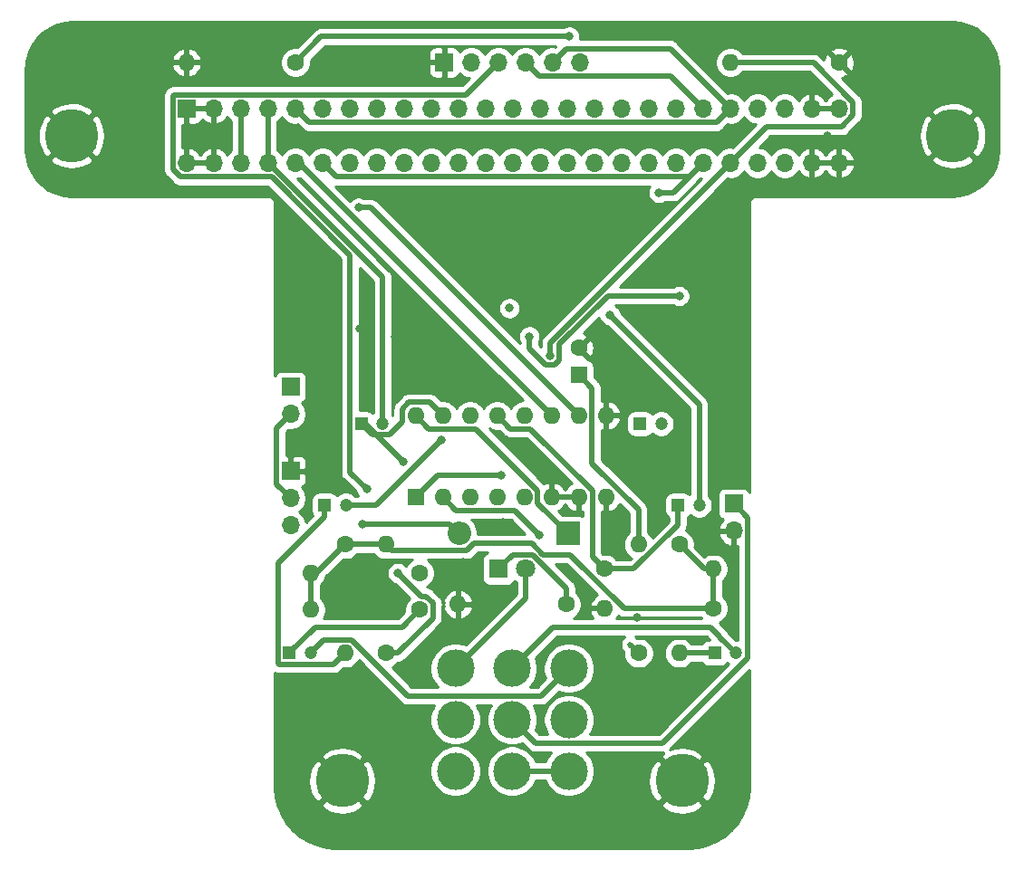
<source format=gbr>
G04 #@! TF.GenerationSoftware,KiCad,Pcbnew,(5.1.7)-1*
G04 #@! TF.CreationDate,2021-09-17T20:37:10-05:00*
G04 #@! TF.ProjectId,ConsolePedalDual,436f6e73-6f6c-4655-9065-64616c447561,rev?*
G04 #@! TF.SameCoordinates,Original*
G04 #@! TF.FileFunction,Copper,L1,Top*
G04 #@! TF.FilePolarity,Positive*
%FSLAX46Y46*%
G04 Gerber Fmt 4.6, Leading zero omitted, Abs format (unit mm)*
G04 Created by KiCad (PCBNEW (5.1.7)-1) date 2021-09-17 20:37:10*
%MOMM*%
%LPD*%
G01*
G04 APERTURE LIST*
G04 #@! TA.AperFunction,ComponentPad*
%ADD10R,1.700000X1.700000*%
G04 #@! TD*
G04 #@! TA.AperFunction,ComponentPad*
%ADD11O,1.700000X1.700000*%
G04 #@! TD*
G04 #@! TA.AperFunction,ComponentPad*
%ADD12C,5.000000*%
G04 #@! TD*
G04 #@! TA.AperFunction,ComponentPad*
%ADD13R,1.800000X1.800000*%
G04 #@! TD*
G04 #@! TA.AperFunction,ComponentPad*
%ADD14C,1.800000*%
G04 #@! TD*
G04 #@! TA.AperFunction,ComponentPad*
%ADD15C,1.600000*%
G04 #@! TD*
G04 #@! TA.AperFunction,ComponentPad*
%ADD16O,1.600000X1.600000*%
G04 #@! TD*
G04 #@! TA.AperFunction,ComponentPad*
%ADD17R,2.200000X2.200000*%
G04 #@! TD*
G04 #@! TA.AperFunction,ComponentPad*
%ADD18O,2.200000X2.200000*%
G04 #@! TD*
G04 #@! TA.AperFunction,ComponentPad*
%ADD19R,1.600000X1.600000*%
G04 #@! TD*
G04 #@! TA.AperFunction,ComponentPad*
%ADD20R,1.200000X1.200000*%
G04 #@! TD*
G04 #@! TA.AperFunction,ComponentPad*
%ADD21C,1.200000*%
G04 #@! TD*
G04 #@! TA.AperFunction,ComponentPad*
%ADD22C,3.500000*%
G04 #@! TD*
G04 #@! TA.AperFunction,ViaPad*
%ADD23C,0.800000*%
G04 #@! TD*
G04 #@! TA.AperFunction,Conductor*
%ADD24C,0.500000*%
G04 #@! TD*
G04 #@! TA.AperFunction,Conductor*
%ADD25C,0.254000*%
G04 #@! TD*
G04 #@! TA.AperFunction,Conductor*
%ADD26C,0.100000*%
G04 #@! TD*
G04 APERTURE END LIST*
D10*
G04 #@! TO.P,J3,1*
G04 #@! TO.N,GND*
X106750000Y-36830000D03*
D11*
G04 #@! TO.P,J3,2*
X106750000Y-41910000D03*
G04 #@! TO.P,J3,3*
X109290000Y-36830000D03*
G04 #@! TO.P,J3,4*
X109290000Y-41910000D03*
G04 #@! TO.P,J3,5*
G04 #@! TO.N,/SlotAInput*
X111830000Y-36830000D03*
G04 #@! TO.P,J3,6*
X111830000Y-41910000D03*
G04 #@! TO.P,J3,7*
G04 #@! TO.N,/SlotAOutput*
X114370000Y-36830000D03*
G04 #@! TO.P,J3,8*
X114370000Y-41910000D03*
G04 #@! TO.P,J3,9*
G04 #@! TO.N,+9V*
X116910000Y-36830000D03*
G04 #@! TO.P,J3,10*
G04 #@! TO.N,/SlotA*
X116910000Y-41910000D03*
G04 #@! TO.P,J3,11*
G04 #@! TO.N,/LEDPower*
X119450000Y-36830000D03*
G04 #@! TO.P,J3,12*
X119450000Y-41910000D03*
G04 #@! TO.P,J3,13*
G04 #@! TO.N,N/C*
X121990000Y-36830000D03*
G04 #@! TO.P,J3,14*
X121990000Y-41910000D03*
G04 #@! TO.P,J3,15*
X124530000Y-36830000D03*
G04 #@! TO.P,J3,16*
X124530000Y-41910000D03*
G04 #@! TO.P,J3,17*
X127070000Y-36830000D03*
G04 #@! TO.P,J3,18*
X127070000Y-41910000D03*
G04 #@! TO.P,J3,19*
X129610000Y-36830000D03*
G04 #@! TO.P,J3,20*
X129610000Y-41910000D03*
G04 #@! TO.P,J3,21*
X132150000Y-36830000D03*
G04 #@! TO.P,J3,22*
X132150000Y-41910000D03*
G04 #@! TO.P,J3,23*
X134690000Y-36830000D03*
G04 #@! TO.P,J3,24*
X134690000Y-41910000D03*
G04 #@! TO.P,J3,25*
X137230000Y-36830000D03*
G04 #@! TO.P,J3,26*
X137230000Y-41910000D03*
G04 #@! TO.P,J3,27*
X139770000Y-36830000D03*
G04 #@! TO.P,J3,28*
X139770000Y-41910000D03*
G04 #@! TO.P,J3,29*
X142310000Y-36830000D03*
G04 #@! TO.P,J3,30*
X142310000Y-41910000D03*
G04 #@! TO.P,J3,31*
X144850000Y-36830000D03*
G04 #@! TO.P,J3,32*
X144850000Y-41910000D03*
G04 #@! TO.P,J3,33*
X147390000Y-36830000D03*
G04 #@! TO.P,J3,34*
X147390000Y-41910000D03*
G04 #@! TO.P,J3,35*
X149930000Y-36830000D03*
G04 #@! TO.P,J3,36*
X149930000Y-41910000D03*
G04 #@! TO.P,J3,37*
X152470000Y-36830000D03*
G04 #@! TO.P,J3,38*
X152470000Y-41910000D03*
G04 #@! TO.P,J3,39*
G04 #@! TO.N,/LEDPower*
X155010000Y-36830000D03*
G04 #@! TO.P,J3,40*
X155010000Y-41910000D03*
G04 #@! TO.P,J3,41*
G04 #@! TO.N,+9V*
X157550000Y-36830000D03*
G04 #@! TO.P,J3,42*
G04 #@! TO.N,/SlotA*
X157550000Y-41910000D03*
G04 #@! TO.P,J3,43*
G04 #@! TO.N,/SlotAOutput*
X160090000Y-36830000D03*
G04 #@! TO.P,J3,44*
X160090000Y-41910000D03*
G04 #@! TO.P,J3,45*
G04 #@! TO.N,/SlotAInput*
X162630000Y-36830000D03*
G04 #@! TO.P,J3,46*
X162630000Y-41910000D03*
G04 #@! TO.P,J3,47*
G04 #@! TO.N,GND*
X165170000Y-36830000D03*
G04 #@! TO.P,J3,48*
X165170000Y-41910000D03*
G04 #@! TO.P,J3,49*
X167710000Y-36830000D03*
G04 #@! TO.P,J3,50*
X167710000Y-41910000D03*
G04 #@! TD*
D12*
G04 #@! TO.P,H3,1*
G04 #@! TO.N,GND*
X178320000Y-39370000D03*
G04 #@! TD*
D11*
G04 #@! TO.P,BT1,2*
G04 #@! TO.N,Net-(BT1-Pad2)*
X116459000Y-65405000D03*
D10*
G04 #@! TO.P,BT1,1*
G04 #@! TO.N,Net-(BT1-Pad1)*
X116459000Y-62865000D03*
G04 #@! TD*
D13*
G04 #@! TO.P,D1,1*
G04 #@! TO.N,Net-(D1-Pad1)*
X135890000Y-79883000D03*
D14*
G04 #@! TO.P,D1,2*
G04 #@! TO.N,/LEDPower*
X138430000Y-79883000D03*
G04 #@! TD*
D10*
G04 #@! TO.P,J1,1*
G04 #@! TO.N,GND*
X116459000Y-70739000D03*
D11*
G04 #@! TO.P,J1,2*
G04 #@! TO.N,Net-(BT1-Pad2)*
X116459000Y-73279000D03*
G04 #@! TO.P,J1,3*
G04 #@! TO.N,Net-(J1-Pad3)*
X116459000Y-75819000D03*
G04 #@! TD*
D10*
G04 #@! TO.P,J2,1*
G04 #@! TO.N,Net-(J2-Pad1)*
X157861000Y-73787000D03*
D11*
G04 #@! TO.P,J2,2*
G04 #@! TO.N,GND*
X157861000Y-76327000D03*
G04 #@! TD*
D15*
G04 #@! TO.P,R1,1*
G04 #@! TO.N,Net-(D1-Pad1)*
X142240000Y-83185000D03*
D16*
G04 #@! TO.P,R1,2*
G04 #@! TO.N,GND*
X132080000Y-83185000D03*
G04 #@! TD*
D17*
G04 #@! TO.P,D2,1*
G04 #@! TO.N,+9V*
X142367000Y-76581000D03*
D18*
G04 #@! TO.P,D2,2*
G04 #@! TO.N,Net-(BT1-Pad1)*
X132207000Y-76581000D03*
G04 #@! TD*
D12*
G04 #@! TO.P,H1,1*
G04 #@! TO.N,GND*
X96000000Y-39370000D03*
G04 #@! TD*
G04 #@! TO.P,H2,1*
G04 #@! TO.N,GND*
X121285000Y-99695000D03*
G04 #@! TD*
G04 #@! TO.P,H4,1*
G04 #@! TO.N,GND*
X153035000Y-99695000D03*
G04 #@! TD*
D16*
G04 #@! TO.P,R2,2*
G04 #@! TO.N,/VREF*
X148971000Y-77597000D03*
D15*
G04 #@! TO.P,R2,1*
G04 #@! TO.N,+9V*
X148971000Y-87757000D03*
G04 #@! TD*
G04 #@! TO.P,R3,1*
G04 #@! TO.N,/VREF*
X155956000Y-83566000D03*
D16*
G04 #@! TO.P,R3,2*
G04 #@! TO.N,GND*
X145796000Y-83566000D03*
G04 #@! TD*
G04 #@! TO.P,R4,2*
G04 #@! TO.N,/VREF*
X118364000Y-83693000D03*
D15*
G04 #@! TO.P,R4,1*
G04 #@! TO.N,Net-(C2-Pad1)*
X128524000Y-83693000D03*
G04 #@! TD*
G04 #@! TO.P,R5,1*
G04 #@! TO.N,Net-(C3-Pad1)*
X128524000Y-80264000D03*
D16*
G04 #@! TO.P,R5,2*
G04 #@! TO.N,/VREF*
X118364000Y-80264000D03*
G04 #@! TD*
G04 #@! TO.P,R6,2*
G04 #@! TO.N,Net-(C4-Pad1)*
X121539000Y-87757000D03*
D15*
G04 #@! TO.P,R6,1*
G04 #@! TO.N,/VREF*
X121539000Y-77597000D03*
G04 #@! TD*
G04 #@! TO.P,R7,1*
G04 #@! TO.N,Net-(C5-Pad1)*
X145796000Y-79883000D03*
D16*
G04 #@! TO.P,R7,2*
G04 #@! TO.N,/VREF*
X155956000Y-79883000D03*
G04 #@! TD*
G04 #@! TO.P,R8,2*
G04 #@! TO.N,Net-(C6-Pad1)*
X152781000Y-87757000D03*
D15*
G04 #@! TO.P,R8,1*
G04 #@! TO.N,/VREF*
X152781000Y-77597000D03*
G04 #@! TD*
G04 #@! TO.P,R9,1*
G04 #@! TO.N,Net-(C7-Pad1)*
X125349000Y-87757000D03*
D16*
G04 #@! TO.P,R9,2*
G04 #@! TO.N,/VREF*
X125349000Y-77597000D03*
G04 #@! TD*
D19*
G04 #@! TO.P,U1,1*
G04 #@! TO.N,Net-(C7-Pad1)*
X128143000Y-73152000D03*
D16*
G04 #@! TO.P,U1,9*
G04 #@! TO.N,GND*
X145923000Y-65532000D03*
G04 #@! TO.P,U1,2*
G04 #@! TO.N,Net-(C6-Pad1)*
X130683000Y-73152000D03*
G04 #@! TO.P,U1,10*
G04 #@! TO.N,/SlotB*
X143383000Y-65532000D03*
G04 #@! TO.P,U1,3*
G04 #@! TO.N,N/C*
X133223000Y-73152000D03*
G04 #@! TO.P,U1,11*
G04 #@! TO.N,/SlotA*
X140843000Y-65532000D03*
G04 #@! TO.P,U1,4*
G04 #@! TO.N,N/C*
X135763000Y-73152000D03*
G04 #@! TO.P,U1,12*
G04 #@! TO.N,Net-(C4-Pad1)*
X138303000Y-65532000D03*
G04 #@! TO.P,U1,5*
G04 #@! TO.N,N/C*
X138303000Y-73152000D03*
G04 #@! TO.P,U1,13*
G04 #@! TO.N,Net-(C5-Pad1)*
X135763000Y-65532000D03*
G04 #@! TO.P,U1,6*
G04 #@! TO.N,GND*
X140843000Y-73152000D03*
G04 #@! TO.P,U1,14*
G04 #@! TO.N,Net-(C2-Pad1)*
X133223000Y-65532000D03*
G04 #@! TO.P,U1,7*
G04 #@! TO.N,GND*
X143383000Y-73152000D03*
G04 #@! TO.P,U1,15*
G04 #@! TO.N,Net-(C3-Pad1)*
X130683000Y-65532000D03*
G04 #@! TO.P,U1,8*
G04 #@! TO.N,GND*
X145923000Y-73152000D03*
G04 #@! TO.P,U1,16*
G04 #@! TO.N,+9V*
X128143000Y-65532000D03*
G04 #@! TD*
D20*
G04 #@! TO.P,C2,1*
G04 #@! TO.N,Net-(C2-Pad1)*
X116332000Y-87757000D03*
D21*
G04 #@! TO.P,C2,2*
G04 #@! TO.N,/Input*
X118332000Y-87757000D03*
G04 #@! TD*
G04 #@! TO.P,C3,2*
G04 #@! TO.N,/SlotAOutput*
X125063000Y-66294000D03*
D20*
G04 #@! TO.P,C3,1*
G04 #@! TO.N,Net-(C3-Pad1)*
X123063000Y-66294000D03*
G04 #@! TD*
G04 #@! TO.P,C4,1*
G04 #@! TO.N,Net-(C4-Pad1)*
X119634000Y-73914000D03*
D21*
G04 #@! TO.P,C4,2*
G04 #@! TO.N,/SlotBInput*
X121634000Y-73914000D03*
G04 #@! TD*
D20*
G04 #@! TO.P,C5,1*
G04 #@! TO.N,Net-(C5-Pad1)*
X152654000Y-73914000D03*
D21*
G04 #@! TO.P,C5,2*
G04 #@! TO.N,/SlotAInput*
X154654000Y-73914000D03*
G04 #@! TD*
G04 #@! TO.P,C6,2*
G04 #@! TO.N,/Output*
X158083000Y-87757000D03*
D20*
G04 #@! TO.P,C6,1*
G04 #@! TO.N,Net-(C6-Pad1)*
X156083000Y-87757000D03*
G04 #@! TD*
D21*
G04 #@! TO.P,C7,2*
G04 #@! TO.N,/SlotBInput*
X151098000Y-66294000D03*
D20*
G04 #@! TO.P,C7,1*
G04 #@! TO.N,Net-(C7-Pad1)*
X149098000Y-66294000D03*
G04 #@! TD*
D19*
G04 #@! TO.P,C1,1*
G04 #@! TO.N,/VREF*
X143383000Y-61722000D03*
D15*
G04 #@! TO.P,C1,2*
G04 #@! TO.N,GND*
X143383000Y-59222000D03*
G04 #@! TD*
D10*
G04 #@! TO.P,J4,1*
G04 #@! TO.N,GND*
X130810000Y-32512000D03*
D11*
G04 #@! TO.P,J4,2*
G04 #@! TO.N,/SlotBInput*
X133350000Y-32512000D03*
G04 #@! TO.P,J4,3*
G04 #@! TO.N,/Output*
X135890000Y-32512000D03*
G04 #@! TO.P,J4,4*
G04 #@! TO.N,/LEDPower*
X138430000Y-32512000D03*
G04 #@! TO.P,J4,5*
G04 #@! TO.N,+9V*
X140970000Y-32512000D03*
G04 #@! TO.P,J4,6*
G04 #@! TO.N,/SlotB*
X143510000Y-32512000D03*
G04 #@! TD*
D16*
G04 #@! TO.P,R10,2*
G04 #@! TO.N,/SlotA*
X157550000Y-32512000D03*
D15*
G04 #@! TO.P,R10,1*
G04 #@! TO.N,GND*
X167710000Y-32512000D03*
G04 #@! TD*
G04 #@! TO.P,R11,1*
G04 #@! TO.N,/SlotB*
X116910000Y-32512000D03*
D16*
G04 #@! TO.P,R11,2*
G04 #@! TO.N,GND*
X106750000Y-32512000D03*
G04 #@! TD*
D22*
G04 #@! TO.P,S1,P$1*
G04 #@! TO.N,Net-(S1-PadP$1)*
X142458440Y-98778060D03*
G04 #@! TO.P,S1,P$2*
G04 #@! TO.N,Net-(J1-Pad3)*
X142458440Y-93980000D03*
G04 #@! TO.P,S1,P$3*
G04 #@! TO.N,/Input*
X142458440Y-89181940D03*
G04 #@! TO.P,S1,P$4*
G04 #@! TO.N,Net-(S1-PadP$1)*
X137160000Y-98778060D03*
G04 #@! TO.P,S1,P$5*
G04 #@! TO.N,Net-(J2-Pad1)*
X137160000Y-93980000D03*
G04 #@! TO.P,S1,P$6*
G04 #@! TO.N,/Output*
X137160000Y-89181940D03*
G04 #@! TO.P,S1,P$7*
G04 #@! TO.N,N/C*
X131861560Y-98778060D03*
G04 #@! TO.P,S1,P$8*
G04 #@! TO.N,+9V*
X131861560Y-93980000D03*
G04 #@! TO.P,S1,P$9*
G04 #@! TO.N,/LEDPower*
X131861560Y-89181940D03*
G04 #@! TD*
D23*
G04 #@! TO.N,*
X136906000Y-55499000D03*
G04 #@! TO.N,/LEDPower*
X150876000Y-44704000D03*
G04 #@! TO.N,GND*
X152654000Y-71628000D03*
X147066000Y-75438000D03*
X166624000Y-39370000D03*
X153670000Y-49530000D03*
X153670000Y-50800000D03*
X153670000Y-52070000D03*
X146050000Y-63500000D03*
X146050000Y-62230000D03*
X117094000Y-39624000D03*
X123825000Y-80137000D03*
X121412000Y-83312000D03*
X122936000Y-57404000D03*
X126238000Y-58166000D03*
X130683000Y-58293000D03*
X148971000Y-55880000D03*
X149098000Y-52578000D03*
X148590000Y-47117000D03*
X133223000Y-48641000D03*
X128143000Y-45466000D03*
X136271000Y-75565000D03*
X139065000Y-69342000D03*
X132588000Y-79248000D03*
X145542000Y-90551000D03*
X148844000Y-84455000D03*
X153670000Y-90805000D03*
X151130000Y-90678000D03*
G04 #@! TO.N,/Output*
X123571000Y-72390000D03*
G04 #@! TO.N,Net-(BT1-Pad1)*
X123190000Y-75692000D03*
G04 #@! TO.N,Net-(C3-Pad1)*
X127000000Y-69850000D03*
G04 #@! TO.N,/SlotBInput*
X130556000Y-67818000D03*
X152781000Y-54356000D03*
X138774999Y-58129999D03*
G04 #@! TO.N,/SlotAInput*
X146304000Y-56134000D03*
G04 #@! TO.N,Net-(C6-Pad1)*
X139700000Y-76708000D03*
G04 #@! TO.N,Net-(C7-Pad1)*
X126492000Y-80264000D03*
X136144000Y-71120000D03*
G04 #@! TO.N,/SlotA*
X140716000Y-59944000D03*
G04 #@! TO.N,/SlotB*
X142494000Y-30099000D03*
X122809000Y-46101000D03*
G04 #@! TD*
D24*
G04 #@! TO.N,Net-(BT1-Pad2)*
X115158999Y-66705001D02*
X116459000Y-65405000D01*
X115158999Y-71978999D02*
X115158999Y-66705001D01*
X116459000Y-73279000D02*
X115158999Y-71978999D01*
G04 #@! TO.N,+9V*
X148971000Y-87757000D02*
X148171001Y-86957001D01*
X129393001Y-66782001D02*
X128143000Y-65532000D01*
X133783003Y-66782001D02*
X129393001Y-66782001D01*
X139553001Y-72551999D02*
X133783003Y-66782001D01*
X139553001Y-73767001D02*
X139553001Y-72551999D01*
X142367000Y-76581000D02*
X139553001Y-73767001D01*
X157550000Y-36830000D02*
X156249999Y-38130001D01*
X156249999Y-38130001D02*
X118210001Y-38130001D01*
X118210001Y-38130001D02*
X116910000Y-36830000D01*
X151931999Y-31211999D02*
X142270001Y-31211999D01*
X142270001Y-31211999D02*
X140970000Y-32512000D01*
X157550000Y-36830000D02*
X151931999Y-31211999D01*
G04 #@! TO.N,Net-(D1-Pad1)*
X137240001Y-78532999D02*
X135890000Y-79883000D01*
X139078001Y-78532999D02*
X137240001Y-78532999D01*
X142240000Y-81694998D02*
X139078001Y-78532999D01*
X142240000Y-83185000D02*
X142240000Y-81694998D01*
G04 #@! TO.N,/LEDPower*
X119450000Y-36830000D02*
X120065998Y-36830000D01*
X138430000Y-79883000D02*
X138430000Y-82613500D01*
X152216000Y-44704000D02*
X155010000Y-41910000D01*
X150876000Y-44704000D02*
X152216000Y-44704000D01*
X155010000Y-41910000D02*
X153709999Y-43210001D01*
X120750001Y-43210001D02*
X119450000Y-41910000D01*
X153709999Y-43210001D02*
X120750001Y-43210001D01*
X138430000Y-82613500D02*
X131861560Y-89181940D01*
X139730001Y-33812001D02*
X138430000Y-32512000D01*
X151992001Y-33812001D02*
X139730001Y-33812001D01*
X155010000Y-36830000D02*
X151992001Y-33812001D01*
G04 #@! TO.N,Net-(J2-Pad1)*
X159161001Y-75087001D02*
X157861000Y-73787000D01*
X151214001Y-96180001D02*
X159161001Y-88233001D01*
X159161001Y-88233001D02*
X159161001Y-75087001D01*
X139360001Y-96180001D02*
X151214001Y-96180001D01*
X137160000Y-93980000D02*
X139360001Y-96180001D01*
G04 #@! TO.N,Net-(S1-PadP$1)*
X137160000Y-98778060D02*
X142458440Y-98778060D01*
G04 #@! TO.N,/Input*
X122139001Y-86506999D02*
X119582001Y-86506999D01*
X127412001Y-91779999D02*
X122139001Y-86506999D01*
X119582001Y-86506999D02*
X118332000Y-87757000D01*
X139860381Y-91779999D02*
X127412001Y-91779999D01*
X142458440Y-89181940D02*
X139860381Y-91779999D01*
G04 #@! TO.N,/Output*
X156582991Y-86256991D02*
X156582991Y-86224991D01*
X158083000Y-87757000D02*
X156582991Y-86256991D01*
X156582991Y-86224991D02*
X155702000Y-85344000D01*
X155702000Y-85344000D02*
X140997940Y-85344000D01*
X140997940Y-85344000D02*
X137160000Y-89181940D01*
X122012999Y-70831999D02*
X123571000Y-72390000D01*
X122012999Y-50542961D02*
X122012999Y-70831999D01*
X114680039Y-43210001D02*
X122012999Y-50542961D01*
X105539999Y-35529999D02*
X105449999Y-35619999D01*
X106125999Y-43210001D02*
X114680039Y-43210001D01*
X132872001Y-35529999D02*
X105539999Y-35529999D01*
X105449999Y-42534001D02*
X106125999Y-43210001D01*
X105449999Y-35619999D02*
X105449999Y-42534001D01*
X135890000Y-32512000D02*
X132872001Y-35529999D01*
G04 #@! TO.N,Net-(BT1-Pad1)*
X132207000Y-76581000D02*
X131318000Y-75692000D01*
X131318000Y-75692000D02*
X123190000Y-75692000D01*
G04 #@! TO.N,/VREF*
X118364000Y-83693000D02*
X118364000Y-80264000D01*
X118872000Y-80264000D02*
X121539000Y-77597000D01*
X118364000Y-80264000D02*
X118872000Y-80264000D01*
X121539000Y-77597000D02*
X125349000Y-77597000D01*
X155956000Y-83566000D02*
X155956000Y-79883000D01*
X155067000Y-79883000D02*
X152781000Y-77597000D01*
X155956000Y-79883000D02*
X155067000Y-79883000D01*
X144633001Y-70011999D02*
X144633001Y-62972001D01*
X144633001Y-62972001D02*
X143383000Y-61722000D01*
X148971000Y-74349998D02*
X144633001Y-70011999D01*
X148971000Y-77597000D02*
X148971000Y-74349998D01*
X147628998Y-83566000D02*
X155956000Y-83566000D01*
X142595997Y-78532999D02*
X147628998Y-83566000D01*
X125883001Y-78131001D02*
X125349000Y-77597000D01*
X132951001Y-78131001D02*
X125883001Y-78131001D01*
X133612002Y-77470000D02*
X132951001Y-78131001D01*
X139004964Y-77470000D02*
X133612002Y-77470000D01*
X140067963Y-78532999D02*
X139004964Y-77470000D01*
X142595997Y-78532999D02*
X140067963Y-78532999D01*
G04 #@! TO.N,Net-(C2-Pad1)*
X116332000Y-87757000D02*
X118745000Y-85344000D01*
X126873000Y-85344000D02*
X128524000Y-83693000D01*
X118745000Y-85344000D02*
X126873000Y-85344000D01*
G04 #@! TO.N,/SlotAOutput*
X125063000Y-52603000D02*
X114370000Y-41910000D01*
X125063000Y-66294000D02*
X125063000Y-52603000D01*
X114370000Y-41910000D02*
X114370000Y-36830000D01*
G04 #@! TO.N,Net-(C3-Pad1)*
X127542999Y-64281999D02*
X129432999Y-64281999D01*
X126892999Y-64931999D02*
X127542999Y-64281999D01*
X126892999Y-66132001D02*
X126892999Y-64931999D01*
X125680999Y-67344001D02*
X126892999Y-66132001D01*
X124113001Y-67344001D02*
X125680999Y-67344001D01*
X129432999Y-64281999D02*
X130683000Y-65532000D01*
X123063000Y-66294000D02*
X124113001Y-67344001D01*
X123444000Y-66294000D02*
X123063000Y-66294000D01*
X127000000Y-69850000D02*
X123444000Y-66294000D01*
G04 #@! TO.N,Net-(C4-Pad1)*
X119634000Y-75014000D02*
X119634000Y-73914000D01*
X115281999Y-88717001D02*
X115281999Y-79366001D01*
X115281999Y-79366001D02*
X119634000Y-75014000D01*
X115371999Y-88807001D02*
X115281999Y-88717001D01*
X120488999Y-88807001D02*
X115371999Y-88807001D01*
X121539000Y-87757000D02*
X120488999Y-88807001D01*
G04 #@! TO.N,/SlotBInput*
X124460000Y-73914000D02*
X130556000Y-67818000D01*
X121634000Y-73914000D02*
X124460000Y-73914000D01*
X138774999Y-59261001D02*
X138774999Y-58129999D01*
X140307999Y-60794001D02*
X138774999Y-59261001D01*
X141124001Y-60794001D02*
X140307999Y-60794001D01*
X141566001Y-58883961D02*
X141566001Y-60352001D01*
X141566001Y-60352001D02*
X141124001Y-60794001D01*
X146093962Y-54356000D02*
X141566001Y-58883961D01*
X152781000Y-54356000D02*
X146093962Y-54356000D01*
G04 #@! TO.N,Net-(C5-Pad1)*
X137013001Y-66782001D02*
X135763000Y-65532000D01*
X138863003Y-66782001D02*
X137013001Y-66782001D01*
X144672999Y-72591997D02*
X138863003Y-66782001D01*
X144672999Y-78759999D02*
X144672999Y-72591997D01*
X145796000Y-79883000D02*
X144672999Y-78759999D01*
X148535002Y-79883000D02*
X145796000Y-79883000D01*
X152654000Y-75764002D02*
X148535002Y-79883000D01*
X152654000Y-73914000D02*
X152654000Y-75764002D01*
G04 #@! TO.N,/SlotAInput*
X154654000Y-64484000D02*
X146304000Y-56134000D01*
X154654000Y-73914000D02*
X154654000Y-64484000D01*
X111830000Y-41910000D02*
X111830000Y-36830000D01*
G04 #@! TO.N,Net-(C6-Pad1)*
X152781000Y-87757000D02*
X156083000Y-87757000D01*
X137394001Y-74402001D02*
X139700000Y-76708000D01*
X131933001Y-74402001D02*
X137394001Y-74402001D01*
X130683000Y-73152000D02*
X131933001Y-74402001D01*
G04 #@! TO.N,Net-(C7-Pad1)*
X130175000Y-71120000D02*
X136144000Y-71120000D01*
X128143000Y-73152000D02*
X130175000Y-71120000D01*
X126480370Y-87757000D02*
X125349000Y-87757000D01*
X129774001Y-83092999D02*
X129774001Y-84463369D01*
X129124001Y-82442999D02*
X129774001Y-83092999D01*
X129774001Y-84463369D02*
X126480370Y-87757000D01*
X128670999Y-82442999D02*
X129124001Y-82442999D01*
X126492000Y-80264000D02*
X128670999Y-82442999D01*
G04 #@! TO.N,/SlotA*
X117221000Y-41910000D02*
X116910000Y-41910000D01*
X140843000Y-65532000D02*
X117221000Y-41910000D01*
X140716000Y-58744000D02*
X140716000Y-59944000D01*
X157550000Y-41910000D02*
X140716000Y-58744000D01*
X165316002Y-32512000D02*
X157550000Y-32512000D01*
X169010001Y-36205999D02*
X165316002Y-32512000D01*
X169010001Y-37454001D02*
X169010001Y-36205999D01*
X167944003Y-38519999D02*
X169010001Y-37454001D01*
X160940001Y-38519999D02*
X167944003Y-38519999D01*
X157550000Y-41910000D02*
X160940001Y-38519999D01*
G04 #@! TO.N,/SlotB*
X119323000Y-30099000D02*
X142494000Y-30099000D01*
X116910000Y-32512000D02*
X119323000Y-30099000D01*
X123952000Y-46101000D02*
X122809000Y-46101000D01*
X143383000Y-65532000D02*
X123952000Y-46101000D01*
G04 #@! TD*
D25*
G04 #@! TO.N,GND*
X126755471Y-92375048D02*
X126783184Y-92408816D01*
X126816952Y-92436529D01*
X126816954Y-92436531D01*
X126845126Y-92459651D01*
X126917942Y-92519410D01*
X127071688Y-92601588D01*
X127238511Y-92652194D01*
X127368524Y-92664999D01*
X127368534Y-92664999D01*
X127412000Y-92669280D01*
X127455466Y-92664999D01*
X129871800Y-92664999D01*
X129748000Y-92850279D01*
X129568214Y-93284321D01*
X129476560Y-93745098D01*
X129476560Y-94214902D01*
X129568214Y-94675679D01*
X129748000Y-95109721D01*
X130009010Y-95500349D01*
X130341211Y-95832550D01*
X130731839Y-96093560D01*
X131165881Y-96273346D01*
X131626658Y-96365000D01*
X132096462Y-96365000D01*
X132557239Y-96273346D01*
X132991281Y-96093560D01*
X133381909Y-95832550D01*
X133714110Y-95500349D01*
X133975120Y-95109721D01*
X134154906Y-94675679D01*
X134246560Y-94214902D01*
X134246560Y-93745098D01*
X134154906Y-93284321D01*
X133975120Y-92850279D01*
X133851320Y-92664999D01*
X135170240Y-92664999D01*
X135046440Y-92850279D01*
X134866654Y-93284321D01*
X134775000Y-93745098D01*
X134775000Y-94214902D01*
X134866654Y-94675679D01*
X135046440Y-95109721D01*
X135307450Y-95500349D01*
X135639651Y-95832550D01*
X136030279Y-96093560D01*
X136464321Y-96273346D01*
X136925098Y-96365000D01*
X137394902Y-96365000D01*
X137855679Y-96273346D01*
X138100400Y-96171979D01*
X138703471Y-96775050D01*
X138731184Y-96808818D01*
X138764952Y-96836531D01*
X138764954Y-96836533D01*
X138836453Y-96895211D01*
X138865942Y-96919412D01*
X139019688Y-97001590D01*
X139186511Y-97052196D01*
X139316524Y-97065001D01*
X139316534Y-97065001D01*
X139360000Y-97069282D01*
X139403466Y-97065001D01*
X140798600Y-97065001D01*
X140605890Y-97257711D01*
X140344880Y-97648339D01*
X140243513Y-97893060D01*
X139374927Y-97893060D01*
X139273560Y-97648339D01*
X139012550Y-97257711D01*
X138680349Y-96925510D01*
X138289721Y-96664500D01*
X137855679Y-96484714D01*
X137394902Y-96393060D01*
X136925098Y-96393060D01*
X136464321Y-96484714D01*
X136030279Y-96664500D01*
X135639651Y-96925510D01*
X135307450Y-97257711D01*
X135046440Y-97648339D01*
X134866654Y-98082381D01*
X134775000Y-98543158D01*
X134775000Y-99012962D01*
X134866654Y-99473739D01*
X135046440Y-99907781D01*
X135307450Y-100298409D01*
X135639651Y-100630610D01*
X136030279Y-100891620D01*
X136464321Y-101071406D01*
X136925098Y-101163060D01*
X137394902Y-101163060D01*
X137855679Y-101071406D01*
X138289721Y-100891620D01*
X138680349Y-100630610D01*
X139012550Y-100298409D01*
X139273560Y-99907781D01*
X139374927Y-99663060D01*
X140243513Y-99663060D01*
X140344880Y-99907781D01*
X140605890Y-100298409D01*
X140938091Y-100630610D01*
X141328719Y-100891620D01*
X141762761Y-101071406D01*
X142223538Y-101163060D01*
X142693342Y-101163060D01*
X143154119Y-101071406D01*
X143588161Y-100891620D01*
X143978789Y-100630610D01*
X144310990Y-100298409D01*
X144572000Y-99907781D01*
X144658758Y-99698328D01*
X149884832Y-99698328D01*
X149946010Y-100312831D01*
X150125897Y-100903592D01*
X150413882Y-101442373D01*
X150831852Y-101718543D01*
X152855395Y-99695000D01*
X153214605Y-99695000D01*
X155238148Y-101718543D01*
X155656118Y-101442373D01*
X155946649Y-100897443D01*
X156125287Y-100306304D01*
X156185168Y-99691672D01*
X156123990Y-99077169D01*
X155944103Y-98486408D01*
X155656118Y-97947627D01*
X155238148Y-97671457D01*
X153214605Y-99695000D01*
X152855395Y-99695000D01*
X150831852Y-97671457D01*
X150413882Y-97947627D01*
X150123351Y-98492557D01*
X149944713Y-99083696D01*
X149884832Y-99698328D01*
X144658758Y-99698328D01*
X144751786Y-99473739D01*
X144843440Y-99012962D01*
X144843440Y-98543158D01*
X144751786Y-98082381D01*
X144572000Y-97648339D01*
X144310990Y-97257711D01*
X144118280Y-97065001D01*
X151170532Y-97065001D01*
X151214001Y-97069282D01*
X151257470Y-97065001D01*
X151257478Y-97065001D01*
X151314805Y-97059355D01*
X151287627Y-97073882D01*
X151011457Y-97491852D01*
X153035000Y-99515395D01*
X155058543Y-97491852D01*
X154782373Y-97073882D01*
X154237443Y-96783351D01*
X153646304Y-96604713D01*
X153031672Y-96544832D01*
X152417169Y-96606010D01*
X151874251Y-96771329D01*
X159310001Y-89335580D01*
X159310001Y-100302095D01*
X159238394Y-101211943D01*
X159031870Y-102072180D01*
X158693320Y-102889511D01*
X158231077Y-103643821D01*
X157656530Y-104316530D01*
X156983821Y-104891077D01*
X156229505Y-105353323D01*
X155412181Y-105691869D01*
X154551943Y-105898394D01*
X153642108Y-105970000D01*
X120677892Y-105970000D01*
X119768057Y-105898394D01*
X118907820Y-105691870D01*
X118090489Y-105353320D01*
X117336179Y-104891077D01*
X116663470Y-104316530D01*
X116088923Y-103643821D01*
X115626677Y-102889505D01*
X115288131Y-102072181D01*
X115246350Y-101898148D01*
X119261457Y-101898148D01*
X119537627Y-102316118D01*
X120082557Y-102606649D01*
X120673696Y-102785287D01*
X121288328Y-102845168D01*
X121902831Y-102783990D01*
X122493592Y-102604103D01*
X123032373Y-102316118D01*
X123308543Y-101898148D01*
X151011457Y-101898148D01*
X151287627Y-102316118D01*
X151832557Y-102606649D01*
X152423696Y-102785287D01*
X153038328Y-102845168D01*
X153652831Y-102783990D01*
X154243592Y-102604103D01*
X154782373Y-102316118D01*
X155058543Y-101898148D01*
X153035000Y-99874605D01*
X151011457Y-101898148D01*
X123308543Y-101898148D01*
X121285000Y-99874605D01*
X119261457Y-101898148D01*
X115246350Y-101898148D01*
X115081606Y-101211943D01*
X115010000Y-100302108D01*
X115010000Y-99698328D01*
X118134832Y-99698328D01*
X118196010Y-100312831D01*
X118375897Y-100903592D01*
X118663882Y-101442373D01*
X119081852Y-101718543D01*
X121105395Y-99695000D01*
X121464605Y-99695000D01*
X123488148Y-101718543D01*
X123906118Y-101442373D01*
X124196649Y-100897443D01*
X124375287Y-100306304D01*
X124435168Y-99691672D01*
X124373990Y-99077169D01*
X124211384Y-98543158D01*
X129476560Y-98543158D01*
X129476560Y-99012962D01*
X129568214Y-99473739D01*
X129748000Y-99907781D01*
X130009010Y-100298409D01*
X130341211Y-100630610D01*
X130731839Y-100891620D01*
X131165881Y-101071406D01*
X131626658Y-101163060D01*
X132096462Y-101163060D01*
X132557239Y-101071406D01*
X132991281Y-100891620D01*
X133381909Y-100630610D01*
X133714110Y-100298409D01*
X133975120Y-99907781D01*
X134154906Y-99473739D01*
X134246560Y-99012962D01*
X134246560Y-98543158D01*
X134154906Y-98082381D01*
X133975120Y-97648339D01*
X133714110Y-97257711D01*
X133381909Y-96925510D01*
X132991281Y-96664500D01*
X132557239Y-96484714D01*
X132096462Y-96393060D01*
X131626658Y-96393060D01*
X131165881Y-96484714D01*
X130731839Y-96664500D01*
X130341211Y-96925510D01*
X130009010Y-97257711D01*
X129748000Y-97648339D01*
X129568214Y-98082381D01*
X129476560Y-98543158D01*
X124211384Y-98543158D01*
X124194103Y-98486408D01*
X123906118Y-97947627D01*
X123488148Y-97671457D01*
X121464605Y-99695000D01*
X121105395Y-99695000D01*
X119081852Y-97671457D01*
X118663882Y-97947627D01*
X118373351Y-98492557D01*
X118194713Y-99083696D01*
X118134832Y-99698328D01*
X115010000Y-99698328D01*
X115010000Y-97491852D01*
X119261457Y-97491852D01*
X121285000Y-99515395D01*
X123308543Y-97491852D01*
X123032373Y-97073882D01*
X122487443Y-96783351D01*
X121896304Y-96604713D01*
X121281672Y-96544832D01*
X120667169Y-96606010D01*
X120076408Y-96785897D01*
X119537627Y-97073882D01*
X119261457Y-97491852D01*
X115010000Y-97491852D01*
X115010000Y-89616999D01*
X115031686Y-89628590D01*
X115198509Y-89679196D01*
X115328522Y-89692001D01*
X115328532Y-89692001D01*
X115371998Y-89696282D01*
X115415464Y-89692001D01*
X120445530Y-89692001D01*
X120488999Y-89696282D01*
X120532468Y-89692001D01*
X120532476Y-89692001D01*
X120662489Y-89679196D01*
X120829312Y-89628590D01*
X120983058Y-89546412D01*
X121117816Y-89435818D01*
X121145533Y-89402045D01*
X121362561Y-89185017D01*
X121397665Y-89192000D01*
X121680335Y-89192000D01*
X121957574Y-89136853D01*
X122218727Y-89028680D01*
X122453759Y-88871637D01*
X122653637Y-88671759D01*
X122810680Y-88436727D01*
X122812575Y-88432151D01*
X126755471Y-92375048D01*
G04 #@! TA.AperFunction,Conductor*
D26*
G36*
X126755471Y-92375048D02*
G01*
X126783184Y-92408816D01*
X126816952Y-92436529D01*
X126816954Y-92436531D01*
X126845126Y-92459651D01*
X126917942Y-92519410D01*
X127071688Y-92601588D01*
X127238511Y-92652194D01*
X127368524Y-92664999D01*
X127368534Y-92664999D01*
X127412000Y-92669280D01*
X127455466Y-92664999D01*
X129871800Y-92664999D01*
X129748000Y-92850279D01*
X129568214Y-93284321D01*
X129476560Y-93745098D01*
X129476560Y-94214902D01*
X129568214Y-94675679D01*
X129748000Y-95109721D01*
X130009010Y-95500349D01*
X130341211Y-95832550D01*
X130731839Y-96093560D01*
X131165881Y-96273346D01*
X131626658Y-96365000D01*
X132096462Y-96365000D01*
X132557239Y-96273346D01*
X132991281Y-96093560D01*
X133381909Y-95832550D01*
X133714110Y-95500349D01*
X133975120Y-95109721D01*
X134154906Y-94675679D01*
X134246560Y-94214902D01*
X134246560Y-93745098D01*
X134154906Y-93284321D01*
X133975120Y-92850279D01*
X133851320Y-92664999D01*
X135170240Y-92664999D01*
X135046440Y-92850279D01*
X134866654Y-93284321D01*
X134775000Y-93745098D01*
X134775000Y-94214902D01*
X134866654Y-94675679D01*
X135046440Y-95109721D01*
X135307450Y-95500349D01*
X135639651Y-95832550D01*
X136030279Y-96093560D01*
X136464321Y-96273346D01*
X136925098Y-96365000D01*
X137394902Y-96365000D01*
X137855679Y-96273346D01*
X138100400Y-96171979D01*
X138703471Y-96775050D01*
X138731184Y-96808818D01*
X138764952Y-96836531D01*
X138764954Y-96836533D01*
X138836453Y-96895211D01*
X138865942Y-96919412D01*
X139019688Y-97001590D01*
X139186511Y-97052196D01*
X139316524Y-97065001D01*
X139316534Y-97065001D01*
X139360000Y-97069282D01*
X139403466Y-97065001D01*
X140798600Y-97065001D01*
X140605890Y-97257711D01*
X140344880Y-97648339D01*
X140243513Y-97893060D01*
X139374927Y-97893060D01*
X139273560Y-97648339D01*
X139012550Y-97257711D01*
X138680349Y-96925510D01*
X138289721Y-96664500D01*
X137855679Y-96484714D01*
X137394902Y-96393060D01*
X136925098Y-96393060D01*
X136464321Y-96484714D01*
X136030279Y-96664500D01*
X135639651Y-96925510D01*
X135307450Y-97257711D01*
X135046440Y-97648339D01*
X134866654Y-98082381D01*
X134775000Y-98543158D01*
X134775000Y-99012962D01*
X134866654Y-99473739D01*
X135046440Y-99907781D01*
X135307450Y-100298409D01*
X135639651Y-100630610D01*
X136030279Y-100891620D01*
X136464321Y-101071406D01*
X136925098Y-101163060D01*
X137394902Y-101163060D01*
X137855679Y-101071406D01*
X138289721Y-100891620D01*
X138680349Y-100630610D01*
X139012550Y-100298409D01*
X139273560Y-99907781D01*
X139374927Y-99663060D01*
X140243513Y-99663060D01*
X140344880Y-99907781D01*
X140605890Y-100298409D01*
X140938091Y-100630610D01*
X141328719Y-100891620D01*
X141762761Y-101071406D01*
X142223538Y-101163060D01*
X142693342Y-101163060D01*
X143154119Y-101071406D01*
X143588161Y-100891620D01*
X143978789Y-100630610D01*
X144310990Y-100298409D01*
X144572000Y-99907781D01*
X144658758Y-99698328D01*
X149884832Y-99698328D01*
X149946010Y-100312831D01*
X150125897Y-100903592D01*
X150413882Y-101442373D01*
X150831852Y-101718543D01*
X152855395Y-99695000D01*
X153214605Y-99695000D01*
X155238148Y-101718543D01*
X155656118Y-101442373D01*
X155946649Y-100897443D01*
X156125287Y-100306304D01*
X156185168Y-99691672D01*
X156123990Y-99077169D01*
X155944103Y-98486408D01*
X155656118Y-97947627D01*
X155238148Y-97671457D01*
X153214605Y-99695000D01*
X152855395Y-99695000D01*
X150831852Y-97671457D01*
X150413882Y-97947627D01*
X150123351Y-98492557D01*
X149944713Y-99083696D01*
X149884832Y-99698328D01*
X144658758Y-99698328D01*
X144751786Y-99473739D01*
X144843440Y-99012962D01*
X144843440Y-98543158D01*
X144751786Y-98082381D01*
X144572000Y-97648339D01*
X144310990Y-97257711D01*
X144118280Y-97065001D01*
X151170532Y-97065001D01*
X151214001Y-97069282D01*
X151257470Y-97065001D01*
X151257478Y-97065001D01*
X151314805Y-97059355D01*
X151287627Y-97073882D01*
X151011457Y-97491852D01*
X153035000Y-99515395D01*
X155058543Y-97491852D01*
X154782373Y-97073882D01*
X154237443Y-96783351D01*
X153646304Y-96604713D01*
X153031672Y-96544832D01*
X152417169Y-96606010D01*
X151874251Y-96771329D01*
X159310001Y-89335580D01*
X159310001Y-100302095D01*
X159238394Y-101211943D01*
X159031870Y-102072180D01*
X158693320Y-102889511D01*
X158231077Y-103643821D01*
X157656530Y-104316530D01*
X156983821Y-104891077D01*
X156229505Y-105353323D01*
X155412181Y-105691869D01*
X154551943Y-105898394D01*
X153642108Y-105970000D01*
X120677892Y-105970000D01*
X119768057Y-105898394D01*
X118907820Y-105691870D01*
X118090489Y-105353320D01*
X117336179Y-104891077D01*
X116663470Y-104316530D01*
X116088923Y-103643821D01*
X115626677Y-102889505D01*
X115288131Y-102072181D01*
X115246350Y-101898148D01*
X119261457Y-101898148D01*
X119537627Y-102316118D01*
X120082557Y-102606649D01*
X120673696Y-102785287D01*
X121288328Y-102845168D01*
X121902831Y-102783990D01*
X122493592Y-102604103D01*
X123032373Y-102316118D01*
X123308543Y-101898148D01*
X151011457Y-101898148D01*
X151287627Y-102316118D01*
X151832557Y-102606649D01*
X152423696Y-102785287D01*
X153038328Y-102845168D01*
X153652831Y-102783990D01*
X154243592Y-102604103D01*
X154782373Y-102316118D01*
X155058543Y-101898148D01*
X153035000Y-99874605D01*
X151011457Y-101898148D01*
X123308543Y-101898148D01*
X121285000Y-99874605D01*
X119261457Y-101898148D01*
X115246350Y-101898148D01*
X115081606Y-101211943D01*
X115010000Y-100302108D01*
X115010000Y-99698328D01*
X118134832Y-99698328D01*
X118196010Y-100312831D01*
X118375897Y-100903592D01*
X118663882Y-101442373D01*
X119081852Y-101718543D01*
X121105395Y-99695000D01*
X121464605Y-99695000D01*
X123488148Y-101718543D01*
X123906118Y-101442373D01*
X124196649Y-100897443D01*
X124375287Y-100306304D01*
X124435168Y-99691672D01*
X124373990Y-99077169D01*
X124211384Y-98543158D01*
X129476560Y-98543158D01*
X129476560Y-99012962D01*
X129568214Y-99473739D01*
X129748000Y-99907781D01*
X130009010Y-100298409D01*
X130341211Y-100630610D01*
X130731839Y-100891620D01*
X131165881Y-101071406D01*
X131626658Y-101163060D01*
X132096462Y-101163060D01*
X132557239Y-101071406D01*
X132991281Y-100891620D01*
X133381909Y-100630610D01*
X133714110Y-100298409D01*
X133975120Y-99907781D01*
X134154906Y-99473739D01*
X134246560Y-99012962D01*
X134246560Y-98543158D01*
X134154906Y-98082381D01*
X133975120Y-97648339D01*
X133714110Y-97257711D01*
X133381909Y-96925510D01*
X132991281Y-96664500D01*
X132557239Y-96484714D01*
X132096462Y-96393060D01*
X131626658Y-96393060D01*
X131165881Y-96484714D01*
X130731839Y-96664500D01*
X130341211Y-96925510D01*
X130009010Y-97257711D01*
X129748000Y-97648339D01*
X129568214Y-98082381D01*
X129476560Y-98543158D01*
X124211384Y-98543158D01*
X124194103Y-98486408D01*
X123906118Y-97947627D01*
X123488148Y-97671457D01*
X121464605Y-99695000D01*
X121105395Y-99695000D01*
X119081852Y-97671457D01*
X118663882Y-97947627D01*
X118373351Y-98492557D01*
X118194713Y-99083696D01*
X118134832Y-99698328D01*
X115010000Y-99698328D01*
X115010000Y-97491852D01*
X119261457Y-97491852D01*
X121285000Y-99515395D01*
X123308543Y-97491852D01*
X123032373Y-97073882D01*
X122487443Y-96783351D01*
X121896304Y-96604713D01*
X121281672Y-96544832D01*
X120667169Y-96606010D01*
X120076408Y-96785897D01*
X119537627Y-97073882D01*
X119261457Y-97491852D01*
X115010000Y-97491852D01*
X115010000Y-89616999D01*
X115031686Y-89628590D01*
X115198509Y-89679196D01*
X115328522Y-89692001D01*
X115328532Y-89692001D01*
X115371998Y-89696282D01*
X115415464Y-89692001D01*
X120445530Y-89692001D01*
X120488999Y-89696282D01*
X120532468Y-89692001D01*
X120532476Y-89692001D01*
X120662489Y-89679196D01*
X120829312Y-89628590D01*
X120983058Y-89546412D01*
X121117816Y-89435818D01*
X121145533Y-89402045D01*
X121362561Y-89185017D01*
X121397665Y-89192000D01*
X121680335Y-89192000D01*
X121957574Y-89136853D01*
X122218727Y-89028680D01*
X122453759Y-88871637D01*
X122653637Y-88671759D01*
X122810680Y-88436727D01*
X122812575Y-88432151D01*
X126755471Y-92375048D01*
G37*
G04 #@! TD.AperFunction*
D25*
X147542184Y-86328184D02*
X147431591Y-86462942D01*
X147349413Y-86616688D01*
X147298806Y-86783511D01*
X147281720Y-86957001D01*
X147298806Y-87130491D01*
X147349413Y-87297314D01*
X147431591Y-87451060D01*
X147514469Y-87552047D01*
X147542983Y-87580561D01*
X147536000Y-87615665D01*
X147536000Y-87898335D01*
X147591147Y-88175574D01*
X147699320Y-88436727D01*
X147856363Y-88671759D01*
X148056241Y-88871637D01*
X148291273Y-89028680D01*
X148552426Y-89136853D01*
X148829665Y-89192000D01*
X149112335Y-89192000D01*
X149389574Y-89136853D01*
X149650727Y-89028680D01*
X149885759Y-88871637D01*
X150085637Y-88671759D01*
X150242680Y-88436727D01*
X150350853Y-88175574D01*
X150406000Y-87898335D01*
X150406000Y-87615665D01*
X150350853Y-87338426D01*
X150242680Y-87077273D01*
X150085637Y-86842241D01*
X149885759Y-86642363D01*
X149650727Y-86485320D01*
X149389574Y-86377147D01*
X149112335Y-86322000D01*
X148829665Y-86322000D01*
X148794561Y-86328983D01*
X148766047Y-86300469D01*
X148678962Y-86229000D01*
X155335422Y-86229000D01*
X155625349Y-86518928D01*
X155483000Y-86518928D01*
X155358518Y-86531188D01*
X155238820Y-86567498D01*
X155128506Y-86626463D01*
X155031815Y-86705815D01*
X154952463Y-86802506D01*
X154915317Y-86872000D01*
X153915521Y-86872000D01*
X153895637Y-86842241D01*
X153695759Y-86642363D01*
X153460727Y-86485320D01*
X153199574Y-86377147D01*
X152922335Y-86322000D01*
X152639665Y-86322000D01*
X152362426Y-86377147D01*
X152101273Y-86485320D01*
X151866241Y-86642363D01*
X151666363Y-86842241D01*
X151509320Y-87077273D01*
X151401147Y-87338426D01*
X151346000Y-87615665D01*
X151346000Y-87898335D01*
X151401147Y-88175574D01*
X151509320Y-88436727D01*
X151666363Y-88671759D01*
X151866241Y-88871637D01*
X152101273Y-89028680D01*
X152362426Y-89136853D01*
X152639665Y-89192000D01*
X152922335Y-89192000D01*
X153199574Y-89136853D01*
X153460727Y-89028680D01*
X153695759Y-88871637D01*
X153895637Y-88671759D01*
X153915521Y-88642000D01*
X154915317Y-88642000D01*
X154952463Y-88711494D01*
X155031815Y-88808185D01*
X155128506Y-88887537D01*
X155238820Y-88946502D01*
X155358518Y-88982812D01*
X155483000Y-88995072D01*
X156683000Y-88995072D01*
X156807482Y-88982812D01*
X156927180Y-88946502D01*
X157037494Y-88887537D01*
X157134185Y-88808185D01*
X157213537Y-88711494D01*
X157240499Y-88661053D01*
X157295733Y-88716287D01*
X157373904Y-88768519D01*
X150847423Y-95295001D01*
X144448200Y-95295001D01*
X144572000Y-95109721D01*
X144751786Y-94675679D01*
X144843440Y-94214902D01*
X144843440Y-93745098D01*
X144751786Y-93284321D01*
X144572000Y-92850279D01*
X144310990Y-92459651D01*
X143978789Y-92127450D01*
X143588161Y-91866440D01*
X143154119Y-91686654D01*
X142693342Y-91595000D01*
X142223538Y-91595000D01*
X141762761Y-91686654D01*
X141328719Y-91866440D01*
X140938091Y-92127450D01*
X140605890Y-92459651D01*
X140344880Y-92850279D01*
X140165094Y-93284321D01*
X140073440Y-93745098D01*
X140073440Y-94214902D01*
X140165094Y-94675679D01*
X140344880Y-95109721D01*
X140468680Y-95295001D01*
X139726580Y-95295001D01*
X139351979Y-94920400D01*
X139453346Y-94675679D01*
X139545000Y-94214902D01*
X139545000Y-93745098D01*
X139453346Y-93284321D01*
X139273560Y-92850279D01*
X139149760Y-92664999D01*
X139816912Y-92664999D01*
X139860381Y-92669280D01*
X139903850Y-92664999D01*
X139903858Y-92664999D01*
X140033871Y-92652194D01*
X140200694Y-92601588D01*
X140354440Y-92519410D01*
X140489198Y-92408816D01*
X140516915Y-92375043D01*
X141518039Y-91373919D01*
X141762761Y-91475286D01*
X142223538Y-91566940D01*
X142693342Y-91566940D01*
X143154119Y-91475286D01*
X143588161Y-91295500D01*
X143978789Y-91034490D01*
X144310990Y-90702289D01*
X144572000Y-90311661D01*
X144751786Y-89877619D01*
X144843440Y-89416842D01*
X144843440Y-88947038D01*
X144751786Y-88486261D01*
X144572000Y-88052219D01*
X144310990Y-87661591D01*
X143978789Y-87329390D01*
X143588161Y-87068380D01*
X143154119Y-86888594D01*
X142693342Y-86796940D01*
X142223538Y-86796940D01*
X141762761Y-86888594D01*
X141328719Y-87068380D01*
X140938091Y-87329390D01*
X140605890Y-87661591D01*
X140344880Y-88052219D01*
X140165094Y-88486261D01*
X140073440Y-88947038D01*
X140073440Y-89416842D01*
X140165094Y-89877619D01*
X140266461Y-90122341D01*
X139493803Y-90894999D01*
X138819840Y-90894999D01*
X139012550Y-90702289D01*
X139273560Y-90311661D01*
X139453346Y-89877619D01*
X139545000Y-89416842D01*
X139545000Y-88947038D01*
X139453346Y-88486261D01*
X139351979Y-88241539D01*
X141364519Y-86229000D01*
X147663040Y-86229000D01*
X147542184Y-86328184D01*
G04 #@! TA.AperFunction,Conductor*
D26*
G36*
X147542184Y-86328184D02*
G01*
X147431591Y-86462942D01*
X147349413Y-86616688D01*
X147298806Y-86783511D01*
X147281720Y-86957001D01*
X147298806Y-87130491D01*
X147349413Y-87297314D01*
X147431591Y-87451060D01*
X147514469Y-87552047D01*
X147542983Y-87580561D01*
X147536000Y-87615665D01*
X147536000Y-87898335D01*
X147591147Y-88175574D01*
X147699320Y-88436727D01*
X147856363Y-88671759D01*
X148056241Y-88871637D01*
X148291273Y-89028680D01*
X148552426Y-89136853D01*
X148829665Y-89192000D01*
X149112335Y-89192000D01*
X149389574Y-89136853D01*
X149650727Y-89028680D01*
X149885759Y-88871637D01*
X150085637Y-88671759D01*
X150242680Y-88436727D01*
X150350853Y-88175574D01*
X150406000Y-87898335D01*
X150406000Y-87615665D01*
X150350853Y-87338426D01*
X150242680Y-87077273D01*
X150085637Y-86842241D01*
X149885759Y-86642363D01*
X149650727Y-86485320D01*
X149389574Y-86377147D01*
X149112335Y-86322000D01*
X148829665Y-86322000D01*
X148794561Y-86328983D01*
X148766047Y-86300469D01*
X148678962Y-86229000D01*
X155335422Y-86229000D01*
X155625349Y-86518928D01*
X155483000Y-86518928D01*
X155358518Y-86531188D01*
X155238820Y-86567498D01*
X155128506Y-86626463D01*
X155031815Y-86705815D01*
X154952463Y-86802506D01*
X154915317Y-86872000D01*
X153915521Y-86872000D01*
X153895637Y-86842241D01*
X153695759Y-86642363D01*
X153460727Y-86485320D01*
X153199574Y-86377147D01*
X152922335Y-86322000D01*
X152639665Y-86322000D01*
X152362426Y-86377147D01*
X152101273Y-86485320D01*
X151866241Y-86642363D01*
X151666363Y-86842241D01*
X151509320Y-87077273D01*
X151401147Y-87338426D01*
X151346000Y-87615665D01*
X151346000Y-87898335D01*
X151401147Y-88175574D01*
X151509320Y-88436727D01*
X151666363Y-88671759D01*
X151866241Y-88871637D01*
X152101273Y-89028680D01*
X152362426Y-89136853D01*
X152639665Y-89192000D01*
X152922335Y-89192000D01*
X153199574Y-89136853D01*
X153460727Y-89028680D01*
X153695759Y-88871637D01*
X153895637Y-88671759D01*
X153915521Y-88642000D01*
X154915317Y-88642000D01*
X154952463Y-88711494D01*
X155031815Y-88808185D01*
X155128506Y-88887537D01*
X155238820Y-88946502D01*
X155358518Y-88982812D01*
X155483000Y-88995072D01*
X156683000Y-88995072D01*
X156807482Y-88982812D01*
X156927180Y-88946502D01*
X157037494Y-88887537D01*
X157134185Y-88808185D01*
X157213537Y-88711494D01*
X157240499Y-88661053D01*
X157295733Y-88716287D01*
X157373904Y-88768519D01*
X150847423Y-95295001D01*
X144448200Y-95295001D01*
X144572000Y-95109721D01*
X144751786Y-94675679D01*
X144843440Y-94214902D01*
X144843440Y-93745098D01*
X144751786Y-93284321D01*
X144572000Y-92850279D01*
X144310990Y-92459651D01*
X143978789Y-92127450D01*
X143588161Y-91866440D01*
X143154119Y-91686654D01*
X142693342Y-91595000D01*
X142223538Y-91595000D01*
X141762761Y-91686654D01*
X141328719Y-91866440D01*
X140938091Y-92127450D01*
X140605890Y-92459651D01*
X140344880Y-92850279D01*
X140165094Y-93284321D01*
X140073440Y-93745098D01*
X140073440Y-94214902D01*
X140165094Y-94675679D01*
X140344880Y-95109721D01*
X140468680Y-95295001D01*
X139726580Y-95295001D01*
X139351979Y-94920400D01*
X139453346Y-94675679D01*
X139545000Y-94214902D01*
X139545000Y-93745098D01*
X139453346Y-93284321D01*
X139273560Y-92850279D01*
X139149760Y-92664999D01*
X139816912Y-92664999D01*
X139860381Y-92669280D01*
X139903850Y-92664999D01*
X139903858Y-92664999D01*
X140033871Y-92652194D01*
X140200694Y-92601588D01*
X140354440Y-92519410D01*
X140489198Y-92408816D01*
X140516915Y-92375043D01*
X141518039Y-91373919D01*
X141762761Y-91475286D01*
X142223538Y-91566940D01*
X142693342Y-91566940D01*
X143154119Y-91475286D01*
X143588161Y-91295500D01*
X143978789Y-91034490D01*
X144310990Y-90702289D01*
X144572000Y-90311661D01*
X144751786Y-89877619D01*
X144843440Y-89416842D01*
X144843440Y-88947038D01*
X144751786Y-88486261D01*
X144572000Y-88052219D01*
X144310990Y-87661591D01*
X143978789Y-87329390D01*
X143588161Y-87068380D01*
X143154119Y-86888594D01*
X142693342Y-86796940D01*
X142223538Y-86796940D01*
X141762761Y-86888594D01*
X141328719Y-87068380D01*
X140938091Y-87329390D01*
X140605890Y-87661591D01*
X140344880Y-88052219D01*
X140165094Y-88486261D01*
X140073440Y-88947038D01*
X140073440Y-89416842D01*
X140165094Y-89877619D01*
X140266461Y-90122341D01*
X139493803Y-90894999D01*
X138819840Y-90894999D01*
X139012550Y-90702289D01*
X139273560Y-90311661D01*
X139453346Y-89877619D01*
X139545000Y-89416842D01*
X139545000Y-88947038D01*
X139453346Y-88486261D01*
X139351979Y-88241539D01*
X141364519Y-86229000D01*
X147663040Y-86229000D01*
X147542184Y-86328184D01*
G37*
G04 #@! TD.AperFunction*
D25*
X134865518Y-78357188D02*
X134745820Y-78393498D01*
X134635506Y-78452463D01*
X134538815Y-78531815D01*
X134459463Y-78628506D01*
X134400498Y-78738820D01*
X134364188Y-78858518D01*
X134351928Y-78983000D01*
X134351928Y-80783000D01*
X134364188Y-80907482D01*
X134400498Y-81027180D01*
X134459463Y-81137494D01*
X134538815Y-81234185D01*
X134635506Y-81313537D01*
X134745820Y-81372502D01*
X134865518Y-81408812D01*
X134990000Y-81421072D01*
X136790000Y-81421072D01*
X136914482Y-81408812D01*
X137034180Y-81372502D01*
X137144494Y-81313537D01*
X137241185Y-81234185D01*
X137320537Y-81137494D01*
X137379502Y-81027180D01*
X137385056Y-81008873D01*
X137451495Y-81075312D01*
X137545000Y-81137790D01*
X137545001Y-82246920D01*
X132801961Y-86989961D01*
X132557239Y-86888594D01*
X132096462Y-86796940D01*
X131626658Y-86796940D01*
X131165881Y-86888594D01*
X130731839Y-87068380D01*
X130341211Y-87329390D01*
X130009010Y-87661591D01*
X129748000Y-88052219D01*
X129568214Y-88486261D01*
X129476560Y-88947038D01*
X129476560Y-89416842D01*
X129568214Y-89877619D01*
X129748000Y-90311661D01*
X130009010Y-90702289D01*
X130201720Y-90894999D01*
X127778580Y-90894999D01*
X125946373Y-89062792D01*
X126028727Y-89028680D01*
X126263759Y-88871637D01*
X126463637Y-88671759D01*
X126480681Y-88646250D01*
X126523839Y-88642000D01*
X126523847Y-88642000D01*
X126653860Y-88629195D01*
X126820683Y-88578589D01*
X126974429Y-88496411D01*
X127109187Y-88385817D01*
X127136904Y-88352044D01*
X130369050Y-85119899D01*
X130402818Y-85092186D01*
X130513412Y-84957428D01*
X130570864Y-84849942D01*
X130595590Y-84803683D01*
X130646196Y-84636859D01*
X130653254Y-84565195D01*
X130659001Y-84506846D01*
X130659001Y-84506838D01*
X130663282Y-84463369D01*
X130659001Y-84419900D01*
X130659001Y-83312002D01*
X130810084Y-83312002D01*
X130688096Y-83534039D01*
X130728754Y-83668087D01*
X130848963Y-83922420D01*
X131016481Y-84148414D01*
X131224869Y-84337385D01*
X131466119Y-84482070D01*
X131730960Y-84576909D01*
X131953000Y-84455624D01*
X131953000Y-83312000D01*
X132207000Y-83312000D01*
X132207000Y-84455624D01*
X132429040Y-84576909D01*
X132693881Y-84482070D01*
X132935131Y-84337385D01*
X133143519Y-84148414D01*
X133311037Y-83922420D01*
X133431246Y-83668087D01*
X133471904Y-83534039D01*
X133349915Y-83312000D01*
X132207000Y-83312000D01*
X131953000Y-83312000D01*
X131933000Y-83312000D01*
X131933000Y-83058000D01*
X131953000Y-83058000D01*
X131953000Y-81914376D01*
X132207000Y-81914376D01*
X132207000Y-83058000D01*
X133349915Y-83058000D01*
X133471904Y-82835961D01*
X133431246Y-82701913D01*
X133311037Y-82447580D01*
X133143519Y-82221586D01*
X132935131Y-82032615D01*
X132693881Y-81887930D01*
X132429040Y-81793091D01*
X132207000Y-81914376D01*
X131953000Y-81914376D01*
X131730960Y-81793091D01*
X131466119Y-81887930D01*
X131224869Y-82032615D01*
X131016481Y-82221586D01*
X130848963Y-82447580D01*
X130728754Y-82701913D01*
X130688096Y-82835961D01*
X130810084Y-83057998D01*
X130659835Y-83057998D01*
X130659001Y-83049530D01*
X130659001Y-83049522D01*
X130646196Y-82919509D01*
X130595590Y-82752686D01*
X130513412Y-82598940D01*
X130487358Y-82567193D01*
X130430533Y-82497952D01*
X130430531Y-82497950D01*
X130402818Y-82464182D01*
X130369051Y-82436470D01*
X129780535Y-81847955D01*
X129752818Y-81814182D01*
X129618060Y-81703588D01*
X129464314Y-81621410D01*
X129297491Y-81570804D01*
X129167478Y-81557999D01*
X129167470Y-81557999D01*
X129153230Y-81556597D01*
X129203727Y-81535680D01*
X129438759Y-81378637D01*
X129638637Y-81178759D01*
X129795680Y-80943727D01*
X129903853Y-80682574D01*
X129959000Y-80405335D01*
X129959000Y-80122665D01*
X129903853Y-79845426D01*
X129795680Y-79584273D01*
X129638637Y-79349241D01*
X129438759Y-79149363D01*
X129239168Y-79016001D01*
X132907532Y-79016001D01*
X132951001Y-79020282D01*
X132994470Y-79016001D01*
X132994478Y-79016001D01*
X133124491Y-79003196D01*
X133291314Y-78952590D01*
X133445060Y-78870412D01*
X133579818Y-78759818D01*
X133607535Y-78726045D01*
X133978581Y-78355000D01*
X134887734Y-78355000D01*
X134865518Y-78357188D01*
G04 #@! TA.AperFunction,Conductor*
D26*
G36*
X134865518Y-78357188D02*
G01*
X134745820Y-78393498D01*
X134635506Y-78452463D01*
X134538815Y-78531815D01*
X134459463Y-78628506D01*
X134400498Y-78738820D01*
X134364188Y-78858518D01*
X134351928Y-78983000D01*
X134351928Y-80783000D01*
X134364188Y-80907482D01*
X134400498Y-81027180D01*
X134459463Y-81137494D01*
X134538815Y-81234185D01*
X134635506Y-81313537D01*
X134745820Y-81372502D01*
X134865518Y-81408812D01*
X134990000Y-81421072D01*
X136790000Y-81421072D01*
X136914482Y-81408812D01*
X137034180Y-81372502D01*
X137144494Y-81313537D01*
X137241185Y-81234185D01*
X137320537Y-81137494D01*
X137379502Y-81027180D01*
X137385056Y-81008873D01*
X137451495Y-81075312D01*
X137545000Y-81137790D01*
X137545001Y-82246920D01*
X132801961Y-86989961D01*
X132557239Y-86888594D01*
X132096462Y-86796940D01*
X131626658Y-86796940D01*
X131165881Y-86888594D01*
X130731839Y-87068380D01*
X130341211Y-87329390D01*
X130009010Y-87661591D01*
X129748000Y-88052219D01*
X129568214Y-88486261D01*
X129476560Y-88947038D01*
X129476560Y-89416842D01*
X129568214Y-89877619D01*
X129748000Y-90311661D01*
X130009010Y-90702289D01*
X130201720Y-90894999D01*
X127778580Y-90894999D01*
X125946373Y-89062792D01*
X126028727Y-89028680D01*
X126263759Y-88871637D01*
X126463637Y-88671759D01*
X126480681Y-88646250D01*
X126523839Y-88642000D01*
X126523847Y-88642000D01*
X126653860Y-88629195D01*
X126820683Y-88578589D01*
X126974429Y-88496411D01*
X127109187Y-88385817D01*
X127136904Y-88352044D01*
X130369050Y-85119899D01*
X130402818Y-85092186D01*
X130513412Y-84957428D01*
X130570864Y-84849942D01*
X130595590Y-84803683D01*
X130646196Y-84636859D01*
X130653254Y-84565195D01*
X130659001Y-84506846D01*
X130659001Y-84506838D01*
X130663282Y-84463369D01*
X130659001Y-84419900D01*
X130659001Y-83312002D01*
X130810084Y-83312002D01*
X130688096Y-83534039D01*
X130728754Y-83668087D01*
X130848963Y-83922420D01*
X131016481Y-84148414D01*
X131224869Y-84337385D01*
X131466119Y-84482070D01*
X131730960Y-84576909D01*
X131953000Y-84455624D01*
X131953000Y-83312000D01*
X132207000Y-83312000D01*
X132207000Y-84455624D01*
X132429040Y-84576909D01*
X132693881Y-84482070D01*
X132935131Y-84337385D01*
X133143519Y-84148414D01*
X133311037Y-83922420D01*
X133431246Y-83668087D01*
X133471904Y-83534039D01*
X133349915Y-83312000D01*
X132207000Y-83312000D01*
X131953000Y-83312000D01*
X131933000Y-83312000D01*
X131933000Y-83058000D01*
X131953000Y-83058000D01*
X131953000Y-81914376D01*
X132207000Y-81914376D01*
X132207000Y-83058000D01*
X133349915Y-83058000D01*
X133471904Y-82835961D01*
X133431246Y-82701913D01*
X133311037Y-82447580D01*
X133143519Y-82221586D01*
X132935131Y-82032615D01*
X132693881Y-81887930D01*
X132429040Y-81793091D01*
X132207000Y-81914376D01*
X131953000Y-81914376D01*
X131730960Y-81793091D01*
X131466119Y-81887930D01*
X131224869Y-82032615D01*
X131016481Y-82221586D01*
X130848963Y-82447580D01*
X130728754Y-82701913D01*
X130688096Y-82835961D01*
X130810084Y-83057998D01*
X130659835Y-83057998D01*
X130659001Y-83049530D01*
X130659001Y-83049522D01*
X130646196Y-82919509D01*
X130595590Y-82752686D01*
X130513412Y-82598940D01*
X130487358Y-82567193D01*
X130430533Y-82497952D01*
X130430531Y-82497950D01*
X130402818Y-82464182D01*
X130369051Y-82436470D01*
X129780535Y-81847955D01*
X129752818Y-81814182D01*
X129618060Y-81703588D01*
X129464314Y-81621410D01*
X129297491Y-81570804D01*
X129167478Y-81557999D01*
X129167470Y-81557999D01*
X129153230Y-81556597D01*
X129203727Y-81535680D01*
X129438759Y-81378637D01*
X129638637Y-81178759D01*
X129795680Y-80943727D01*
X129903853Y-80682574D01*
X129959000Y-80405335D01*
X129959000Y-80122665D01*
X129903853Y-79845426D01*
X129795680Y-79584273D01*
X129638637Y-79349241D01*
X129438759Y-79149363D01*
X129239168Y-79016001D01*
X132907532Y-79016001D01*
X132951001Y-79020282D01*
X132994470Y-79016001D01*
X132994478Y-79016001D01*
X133124491Y-79003196D01*
X133291314Y-78952590D01*
X133445060Y-78870412D01*
X133579818Y-78759818D01*
X133607535Y-78726045D01*
X133978581Y-78355000D01*
X134887734Y-78355000D01*
X134865518Y-78357188D01*
G37*
G04 #@! TD.AperFunction*
D25*
X179067192Y-28800578D02*
X179802389Y-29001705D01*
X180490351Y-29329846D01*
X181109331Y-29774628D01*
X181639761Y-30321988D01*
X182064884Y-30954639D01*
X182371251Y-31652561D01*
X182550499Y-32399183D01*
X182598001Y-33046044D01*
X182598000Y-40688382D01*
X182527422Y-41479193D01*
X182326295Y-42214389D01*
X181998152Y-42902355D01*
X181553374Y-43521328D01*
X181006012Y-44051761D01*
X180373362Y-44476883D01*
X179675439Y-44783251D01*
X178928819Y-44962499D01*
X178281970Y-45010000D01*
X160054877Y-45010000D01*
X160020000Y-45006565D01*
X159985123Y-45010000D01*
X159880816Y-45020273D01*
X159746980Y-45060872D01*
X159623637Y-45126800D01*
X159515525Y-45215525D01*
X159426800Y-45323637D01*
X159360872Y-45446980D01*
X159320273Y-45580816D01*
X159306565Y-45720000D01*
X159310000Y-45754877D01*
X159310000Y-72724132D01*
X159300502Y-72692820D01*
X159241537Y-72582506D01*
X159162185Y-72485815D01*
X159065494Y-72406463D01*
X158955180Y-72347498D01*
X158835482Y-72311188D01*
X158711000Y-72298928D01*
X157011000Y-72298928D01*
X156886518Y-72311188D01*
X156766820Y-72347498D01*
X156656506Y-72406463D01*
X156559815Y-72485815D01*
X156480463Y-72582506D01*
X156421498Y-72692820D01*
X156385188Y-72812518D01*
X156372928Y-72937000D01*
X156372928Y-74637000D01*
X156385188Y-74761482D01*
X156421498Y-74881180D01*
X156480463Y-74991494D01*
X156559815Y-75088185D01*
X156656506Y-75167537D01*
X156766820Y-75226502D01*
X156847466Y-75250966D01*
X156763412Y-75326731D01*
X156589359Y-75560080D01*
X156464175Y-75822901D01*
X156419524Y-75970110D01*
X156540845Y-76200000D01*
X157734000Y-76200000D01*
X157734000Y-76180000D01*
X157988000Y-76180000D01*
X157988000Y-76200000D01*
X158008000Y-76200000D01*
X158008000Y-76454000D01*
X157988000Y-76454000D01*
X157988000Y-77647814D01*
X158217891Y-77768481D01*
X158276002Y-77747867D01*
X158276001Y-86536195D01*
X158204637Y-86522000D01*
X158099579Y-86522000D01*
X157338353Y-85760775D01*
X157322402Y-85730932D01*
X157284143Y-85684314D01*
X157239523Y-85629944D01*
X157239521Y-85629942D01*
X157211808Y-85596174D01*
X157178040Y-85568461D01*
X156502459Y-84892881D01*
X156635727Y-84837680D01*
X156870759Y-84680637D01*
X157070637Y-84480759D01*
X157227680Y-84245727D01*
X157335853Y-83984574D01*
X157391000Y-83707335D01*
X157391000Y-83424665D01*
X157335853Y-83147426D01*
X157227680Y-82886273D01*
X157070637Y-82651241D01*
X156870759Y-82451363D01*
X156841000Y-82431479D01*
X156841000Y-81017521D01*
X156870759Y-80997637D01*
X157070637Y-80797759D01*
X157227680Y-80562727D01*
X157335853Y-80301574D01*
X157391000Y-80024335D01*
X157391000Y-79741665D01*
X157335853Y-79464426D01*
X157227680Y-79203273D01*
X157070637Y-78968241D01*
X156870759Y-78768363D01*
X156635727Y-78611320D01*
X156374574Y-78503147D01*
X156097335Y-78448000D01*
X155814665Y-78448000D01*
X155537426Y-78503147D01*
X155276273Y-78611320D01*
X155138773Y-78703194D01*
X154209017Y-77773439D01*
X154216000Y-77738335D01*
X154216000Y-77455665D01*
X154160853Y-77178426D01*
X154052680Y-76917273D01*
X153896739Y-76683890D01*
X156419524Y-76683890D01*
X156464175Y-76831099D01*
X156589359Y-77093920D01*
X156763412Y-77327269D01*
X156979645Y-77522178D01*
X157229748Y-77671157D01*
X157504109Y-77768481D01*
X157734000Y-77647814D01*
X157734000Y-76454000D01*
X156540845Y-76454000D01*
X156419524Y-76683890D01*
X153896739Y-76683890D01*
X153895637Y-76682241D01*
X153695759Y-76482363D01*
X153460727Y-76325320D01*
X153369294Y-76287447D01*
X153393411Y-76258061D01*
X153475588Y-76104316D01*
X153475589Y-76104315D01*
X153526195Y-75937492D01*
X153539000Y-75807479D01*
X153539000Y-75807471D01*
X153543281Y-75764002D01*
X153539000Y-75720533D01*
X153539000Y-75081683D01*
X153608494Y-75044537D01*
X153705185Y-74965185D01*
X153784537Y-74868494D01*
X153811499Y-74818053D01*
X153866733Y-74873287D01*
X154069008Y-75008443D01*
X154293764Y-75101540D01*
X154532363Y-75149000D01*
X154775637Y-75149000D01*
X155014236Y-75101540D01*
X155238992Y-75008443D01*
X155441267Y-74873287D01*
X155613287Y-74701267D01*
X155748443Y-74498992D01*
X155841540Y-74274236D01*
X155889000Y-74035637D01*
X155889000Y-73792363D01*
X155841540Y-73553764D01*
X155748443Y-73329008D01*
X155613287Y-73126733D01*
X155539000Y-73052446D01*
X155539000Y-64527465D01*
X155543281Y-64483999D01*
X155539000Y-64440533D01*
X155539000Y-64440523D01*
X155526195Y-64310510D01*
X155475589Y-64143687D01*
X155393411Y-63989941D01*
X155353809Y-63941686D01*
X155310532Y-63888953D01*
X155310530Y-63888951D01*
X155282817Y-63855183D01*
X155249049Y-63827470D01*
X147310535Y-55888957D01*
X147299226Y-55832102D01*
X147221205Y-55643744D01*
X147107937Y-55474226D01*
X146963774Y-55330063D01*
X146830481Y-55241000D01*
X152242546Y-55241000D01*
X152290744Y-55273205D01*
X152479102Y-55351226D01*
X152679061Y-55391000D01*
X152882939Y-55391000D01*
X153082898Y-55351226D01*
X153271256Y-55273205D01*
X153440774Y-55159937D01*
X153584937Y-55015774D01*
X153698205Y-54846256D01*
X153776226Y-54657898D01*
X153816000Y-54457939D01*
X153816000Y-54254061D01*
X153776226Y-54054102D01*
X153698205Y-53865744D01*
X153584937Y-53696226D01*
X153440774Y-53552063D01*
X153271256Y-53438795D01*
X153082898Y-53360774D01*
X152882939Y-53321000D01*
X152679061Y-53321000D01*
X152479102Y-53360774D01*
X152290744Y-53438795D01*
X152242546Y-53471000D01*
X147240578Y-53471000D01*
X157331040Y-43380539D01*
X157403740Y-43395000D01*
X157696260Y-43395000D01*
X157983158Y-43337932D01*
X158253411Y-43225990D01*
X158496632Y-43063475D01*
X158703475Y-42856632D01*
X158820000Y-42682240D01*
X158936525Y-42856632D01*
X159143368Y-43063475D01*
X159386589Y-43225990D01*
X159656842Y-43337932D01*
X159943740Y-43395000D01*
X160236260Y-43395000D01*
X160523158Y-43337932D01*
X160793411Y-43225990D01*
X161036632Y-43063475D01*
X161243475Y-42856632D01*
X161360000Y-42682240D01*
X161476525Y-42856632D01*
X161683368Y-43063475D01*
X161926589Y-43225990D01*
X162196842Y-43337932D01*
X162483740Y-43395000D01*
X162776260Y-43395000D01*
X163063158Y-43337932D01*
X163333411Y-43225990D01*
X163576632Y-43063475D01*
X163783475Y-42856632D01*
X163905195Y-42674466D01*
X163974822Y-42791355D01*
X164169731Y-43007588D01*
X164403080Y-43181641D01*
X164665901Y-43306825D01*
X164813110Y-43351476D01*
X165043000Y-43230155D01*
X165043000Y-42037000D01*
X165297000Y-42037000D01*
X165297000Y-43230155D01*
X165526890Y-43351476D01*
X165674099Y-43306825D01*
X165936920Y-43181641D01*
X166170269Y-43007588D01*
X166365178Y-42791355D01*
X166440000Y-42665745D01*
X166514822Y-42791355D01*
X166709731Y-43007588D01*
X166943080Y-43181641D01*
X167205901Y-43306825D01*
X167353110Y-43351476D01*
X167583000Y-43230155D01*
X167583000Y-42037000D01*
X167837000Y-42037000D01*
X167837000Y-43230155D01*
X168066890Y-43351476D01*
X168214099Y-43306825D01*
X168476920Y-43181641D01*
X168710269Y-43007588D01*
X168905178Y-42791355D01*
X169054157Y-42541252D01*
X169151481Y-42266891D01*
X169030814Y-42037000D01*
X167837000Y-42037000D01*
X167583000Y-42037000D01*
X165297000Y-42037000D01*
X165043000Y-42037000D01*
X165023000Y-42037000D01*
X165023000Y-41783000D01*
X165043000Y-41783000D01*
X165043000Y-40589845D01*
X165297000Y-40589845D01*
X165297000Y-41783000D01*
X167583000Y-41783000D01*
X167583000Y-40589845D01*
X167837000Y-40589845D01*
X167837000Y-41783000D01*
X169030814Y-41783000D01*
X169140962Y-41573148D01*
X176296457Y-41573148D01*
X176572627Y-41991118D01*
X177117557Y-42281649D01*
X177708696Y-42460287D01*
X178323328Y-42520168D01*
X178937831Y-42458990D01*
X179528592Y-42279103D01*
X180067373Y-41991118D01*
X180343543Y-41573148D01*
X178320000Y-39549605D01*
X176296457Y-41573148D01*
X169140962Y-41573148D01*
X169151481Y-41553109D01*
X169054157Y-41278748D01*
X168905178Y-41028645D01*
X168710269Y-40812412D01*
X168476920Y-40638359D01*
X168214099Y-40513175D01*
X168066890Y-40468524D01*
X167837000Y-40589845D01*
X167583000Y-40589845D01*
X167353110Y-40468524D01*
X167205901Y-40513175D01*
X166943080Y-40638359D01*
X166709731Y-40812412D01*
X166514822Y-41028645D01*
X166440000Y-41154255D01*
X166365178Y-41028645D01*
X166170269Y-40812412D01*
X165936920Y-40638359D01*
X165674099Y-40513175D01*
X165526890Y-40468524D01*
X165297000Y-40589845D01*
X165043000Y-40589845D01*
X164813110Y-40468524D01*
X164665901Y-40513175D01*
X164403080Y-40638359D01*
X164169731Y-40812412D01*
X163974822Y-41028645D01*
X163905195Y-41145534D01*
X163783475Y-40963368D01*
X163576632Y-40756525D01*
X163333411Y-40594010D01*
X163063158Y-40482068D01*
X162776260Y-40425000D01*
X162483740Y-40425000D01*
X162196842Y-40482068D01*
X161926589Y-40594010D01*
X161683368Y-40756525D01*
X161476525Y-40963368D01*
X161360000Y-41137760D01*
X161243475Y-40963368D01*
X161036632Y-40756525D01*
X160793411Y-40594010D01*
X160523158Y-40482068D01*
X160278230Y-40433348D01*
X161306580Y-39404999D01*
X167900534Y-39404999D01*
X167944003Y-39409280D01*
X167987472Y-39404999D01*
X167987480Y-39404999D01*
X168117493Y-39392194D01*
X168179684Y-39373328D01*
X175169832Y-39373328D01*
X175231010Y-39987831D01*
X175410897Y-40578592D01*
X175698882Y-41117373D01*
X176116852Y-41393543D01*
X178140395Y-39370000D01*
X178499605Y-39370000D01*
X180523148Y-41393543D01*
X180941118Y-41117373D01*
X181231649Y-40572443D01*
X181410287Y-39981304D01*
X181470168Y-39366672D01*
X181408990Y-38752169D01*
X181229103Y-38161408D01*
X180941118Y-37622627D01*
X180523148Y-37346457D01*
X178499605Y-39370000D01*
X178140395Y-39370000D01*
X176116852Y-37346457D01*
X175698882Y-37622627D01*
X175408351Y-38167557D01*
X175229713Y-38758696D01*
X175169832Y-39373328D01*
X168179684Y-39373328D01*
X168284316Y-39341588D01*
X168438062Y-39259410D01*
X168572820Y-39148816D01*
X168600537Y-39115043D01*
X169605051Y-38110530D01*
X169638818Y-38082818D01*
X169720348Y-37983475D01*
X169749412Y-37948060D01*
X169762176Y-37924180D01*
X169831590Y-37794314D01*
X169882196Y-37627491D01*
X169895001Y-37497478D01*
X169895001Y-37497470D01*
X169899282Y-37454001D01*
X169895001Y-37410532D01*
X169895001Y-37166852D01*
X176296457Y-37166852D01*
X178320000Y-39190395D01*
X180343543Y-37166852D01*
X180067373Y-36748882D01*
X179522443Y-36458351D01*
X178931304Y-36279713D01*
X178316672Y-36219832D01*
X177702169Y-36281010D01*
X177111408Y-36460897D01*
X176572627Y-36748882D01*
X176296457Y-37166852D01*
X169895001Y-37166852D01*
X169895001Y-36249464D01*
X169899282Y-36205998D01*
X169895001Y-36162532D01*
X169895001Y-36162522D01*
X169882196Y-36032509D01*
X169831590Y-35865686D01*
X169749412Y-35711940D01*
X169678477Y-35625506D01*
X169666533Y-35610952D01*
X169666531Y-35610950D01*
X169638818Y-35577182D01*
X169605050Y-35549469D01*
X167978467Y-33922887D01*
X168060130Y-33910787D01*
X168326292Y-33815603D01*
X168451514Y-33748671D01*
X168523097Y-33504702D01*
X167710000Y-32691605D01*
X167695858Y-32705748D01*
X167516253Y-32526143D01*
X167530395Y-32512000D01*
X167889605Y-32512000D01*
X168702702Y-33325097D01*
X168946671Y-33253514D01*
X169067571Y-32998004D01*
X169136300Y-32723816D01*
X169150217Y-32441488D01*
X169108787Y-32161870D01*
X169013603Y-31895708D01*
X168946671Y-31770486D01*
X168702702Y-31698903D01*
X167889605Y-32512000D01*
X167530395Y-32512000D01*
X166717298Y-31698903D01*
X166473329Y-31770486D01*
X166352429Y-32025996D01*
X166298143Y-32242563D01*
X165972534Y-31916954D01*
X165944819Y-31883183D01*
X165810061Y-31772589D01*
X165656315Y-31690411D01*
X165489492Y-31639805D01*
X165359479Y-31627000D01*
X165359471Y-31627000D01*
X165316002Y-31622719D01*
X165272533Y-31627000D01*
X158684521Y-31627000D01*
X158664637Y-31597241D01*
X158586694Y-31519298D01*
X166896903Y-31519298D01*
X167710000Y-32332395D01*
X168523097Y-31519298D01*
X168451514Y-31275329D01*
X168196004Y-31154429D01*
X167921816Y-31085700D01*
X167639488Y-31071783D01*
X167359870Y-31113213D01*
X167093708Y-31208397D01*
X166968486Y-31275329D01*
X166896903Y-31519298D01*
X158586694Y-31519298D01*
X158464759Y-31397363D01*
X158229727Y-31240320D01*
X157968574Y-31132147D01*
X157691335Y-31077000D01*
X157408665Y-31077000D01*
X157131426Y-31132147D01*
X156870273Y-31240320D01*
X156635241Y-31397363D01*
X156435363Y-31597241D01*
X156278320Y-31832273D01*
X156170147Y-32093426D01*
X156115000Y-32370665D01*
X156115000Y-32653335D01*
X156170147Y-32930574D01*
X156278320Y-33191727D01*
X156435363Y-33426759D01*
X156635241Y-33626637D01*
X156870273Y-33783680D01*
X157131426Y-33891853D01*
X157408665Y-33947000D01*
X157691335Y-33947000D01*
X157968574Y-33891853D01*
X158229727Y-33783680D01*
X158464759Y-33626637D01*
X158664637Y-33426759D01*
X158684521Y-33397000D01*
X164949424Y-33397000D01*
X167056676Y-35504252D01*
X166943080Y-35558359D01*
X166709731Y-35732412D01*
X166514822Y-35948645D01*
X166440000Y-36074255D01*
X166365178Y-35948645D01*
X166170269Y-35732412D01*
X165936920Y-35558359D01*
X165674099Y-35433175D01*
X165526890Y-35388524D01*
X165297000Y-35509845D01*
X165297000Y-36703000D01*
X167583000Y-36703000D01*
X167583000Y-36683000D01*
X167837000Y-36683000D01*
X167837000Y-36703000D01*
X167857000Y-36703000D01*
X167857000Y-36957000D01*
X167837000Y-36957000D01*
X167837000Y-36977000D01*
X167583000Y-36977000D01*
X167583000Y-36957000D01*
X165297000Y-36957000D01*
X165297000Y-36977000D01*
X165043000Y-36977000D01*
X165043000Y-36957000D01*
X165023000Y-36957000D01*
X165023000Y-36703000D01*
X165043000Y-36703000D01*
X165043000Y-35509845D01*
X164813110Y-35388524D01*
X164665901Y-35433175D01*
X164403080Y-35558359D01*
X164169731Y-35732412D01*
X163974822Y-35948645D01*
X163905195Y-36065534D01*
X163783475Y-35883368D01*
X163576632Y-35676525D01*
X163333411Y-35514010D01*
X163063158Y-35402068D01*
X162776260Y-35345000D01*
X162483740Y-35345000D01*
X162196842Y-35402068D01*
X161926589Y-35514010D01*
X161683368Y-35676525D01*
X161476525Y-35883368D01*
X161360000Y-36057760D01*
X161243475Y-35883368D01*
X161036632Y-35676525D01*
X160793411Y-35514010D01*
X160523158Y-35402068D01*
X160236260Y-35345000D01*
X159943740Y-35345000D01*
X159656842Y-35402068D01*
X159386589Y-35514010D01*
X159143368Y-35676525D01*
X158936525Y-35883368D01*
X158820000Y-36057760D01*
X158703475Y-35883368D01*
X158496632Y-35676525D01*
X158253411Y-35514010D01*
X157983158Y-35402068D01*
X157696260Y-35345000D01*
X157403740Y-35345000D01*
X157331040Y-35359461D01*
X152588533Y-30616955D01*
X152560816Y-30583182D01*
X152426058Y-30472588D01*
X152272312Y-30390410D01*
X152105489Y-30339804D01*
X151975476Y-30326999D01*
X151975468Y-30326999D01*
X151931999Y-30322718D01*
X151888530Y-30326999D01*
X143503925Y-30326999D01*
X143529000Y-30200939D01*
X143529000Y-29997061D01*
X143489226Y-29797102D01*
X143411205Y-29608744D01*
X143297937Y-29439226D01*
X143153774Y-29295063D01*
X142984256Y-29181795D01*
X142795898Y-29103774D01*
X142595939Y-29064000D01*
X142392061Y-29064000D01*
X142192102Y-29103774D01*
X142003744Y-29181795D01*
X141955546Y-29214000D01*
X119366465Y-29214000D01*
X119322999Y-29209719D01*
X119279533Y-29214000D01*
X119279523Y-29214000D01*
X119149510Y-29226805D01*
X118982687Y-29277411D01*
X118828941Y-29359589D01*
X118828939Y-29359590D01*
X118828940Y-29359590D01*
X118727953Y-29442468D01*
X118727951Y-29442470D01*
X118694183Y-29470183D01*
X118666470Y-29503951D01*
X117086439Y-31083983D01*
X117051335Y-31077000D01*
X116768665Y-31077000D01*
X116491426Y-31132147D01*
X116230273Y-31240320D01*
X115995241Y-31397363D01*
X115795363Y-31597241D01*
X115638320Y-31832273D01*
X115530147Y-32093426D01*
X115475000Y-32370665D01*
X115475000Y-32653335D01*
X115530147Y-32930574D01*
X115638320Y-33191727D01*
X115795363Y-33426759D01*
X115995241Y-33626637D01*
X116230273Y-33783680D01*
X116491426Y-33891853D01*
X116768665Y-33947000D01*
X117051335Y-33947000D01*
X117328574Y-33891853D01*
X117589727Y-33783680D01*
X117824759Y-33626637D01*
X118024637Y-33426759D01*
X118067907Y-33362000D01*
X129321928Y-33362000D01*
X129334188Y-33486482D01*
X129370498Y-33606180D01*
X129429463Y-33716494D01*
X129508815Y-33813185D01*
X129605506Y-33892537D01*
X129715820Y-33951502D01*
X129835518Y-33987812D01*
X129960000Y-34000072D01*
X130524250Y-33997000D01*
X130683000Y-33838250D01*
X130683000Y-32639000D01*
X129483750Y-32639000D01*
X129325000Y-32797750D01*
X129321928Y-33362000D01*
X118067907Y-33362000D01*
X118181680Y-33191727D01*
X118289853Y-32930574D01*
X118345000Y-32653335D01*
X118345000Y-32370665D01*
X118338017Y-32335561D01*
X119011578Y-31662000D01*
X129321928Y-31662000D01*
X129325000Y-32226250D01*
X129483750Y-32385000D01*
X130683000Y-32385000D01*
X130683000Y-31185750D01*
X130524250Y-31027000D01*
X129960000Y-31023928D01*
X129835518Y-31036188D01*
X129715820Y-31072498D01*
X129605506Y-31131463D01*
X129508815Y-31210815D01*
X129429463Y-31307506D01*
X129370498Y-31417820D01*
X129334188Y-31537518D01*
X129321928Y-31662000D01*
X119011578Y-31662000D01*
X119689579Y-30984000D01*
X141246421Y-30984000D01*
X141188960Y-31041461D01*
X141116260Y-31027000D01*
X140823740Y-31027000D01*
X140536842Y-31084068D01*
X140266589Y-31196010D01*
X140023368Y-31358525D01*
X139816525Y-31565368D01*
X139700000Y-31739760D01*
X139583475Y-31565368D01*
X139376632Y-31358525D01*
X139133411Y-31196010D01*
X138863158Y-31084068D01*
X138576260Y-31027000D01*
X138283740Y-31027000D01*
X137996842Y-31084068D01*
X137726589Y-31196010D01*
X137483368Y-31358525D01*
X137276525Y-31565368D01*
X137160000Y-31739760D01*
X137043475Y-31565368D01*
X136836632Y-31358525D01*
X136593411Y-31196010D01*
X136323158Y-31084068D01*
X136036260Y-31027000D01*
X135743740Y-31027000D01*
X135456842Y-31084068D01*
X135186589Y-31196010D01*
X134943368Y-31358525D01*
X134736525Y-31565368D01*
X134620000Y-31739760D01*
X134503475Y-31565368D01*
X134296632Y-31358525D01*
X134053411Y-31196010D01*
X133783158Y-31084068D01*
X133496260Y-31027000D01*
X133203740Y-31027000D01*
X132916842Y-31084068D01*
X132646589Y-31196010D01*
X132403368Y-31358525D01*
X132271513Y-31490380D01*
X132249502Y-31417820D01*
X132190537Y-31307506D01*
X132111185Y-31210815D01*
X132014494Y-31131463D01*
X131904180Y-31072498D01*
X131784482Y-31036188D01*
X131660000Y-31023928D01*
X131095750Y-31027000D01*
X130937000Y-31185750D01*
X130937000Y-32385000D01*
X130957000Y-32385000D01*
X130957000Y-32639000D01*
X130937000Y-32639000D01*
X130937000Y-33838250D01*
X131095750Y-33997000D01*
X131660000Y-34000072D01*
X131784482Y-33987812D01*
X131904180Y-33951502D01*
X132014494Y-33892537D01*
X132111185Y-33813185D01*
X132190537Y-33716494D01*
X132249502Y-33606180D01*
X132271513Y-33533620D01*
X132403368Y-33665475D01*
X132646589Y-33827990D01*
X132916842Y-33939932D01*
X133161770Y-33988652D01*
X132505423Y-34644999D01*
X105583464Y-34644999D01*
X105539998Y-34640718D01*
X105496532Y-34644999D01*
X105496522Y-34644999D01*
X105366509Y-34657804D01*
X105199686Y-34708410D01*
X105045940Y-34790588D01*
X104911182Y-34901182D01*
X104883467Y-34934953D01*
X104854955Y-34963465D01*
X104821182Y-34991182D01*
X104710588Y-35125941D01*
X104628410Y-35279687D01*
X104577804Y-35446510D01*
X104564999Y-35576523D01*
X104564999Y-35576530D01*
X104560718Y-35619999D01*
X104564999Y-35663468D01*
X104565000Y-42490522D01*
X104560718Y-42534001D01*
X104577804Y-42707491D01*
X104628411Y-42874314D01*
X104710589Y-43028060D01*
X104793467Y-43129047D01*
X104793470Y-43129050D01*
X104821183Y-43162818D01*
X104854950Y-43190530D01*
X105469469Y-43805050D01*
X105497182Y-43838818D01*
X105530950Y-43866531D01*
X105530952Y-43866533D01*
X105590409Y-43915328D01*
X105631940Y-43949412D01*
X105785686Y-44031590D01*
X105952509Y-44082196D01*
X106082522Y-44095001D01*
X106082532Y-44095001D01*
X106125998Y-44099282D01*
X106169464Y-44095001D01*
X114313461Y-44095001D01*
X121127999Y-50909540D01*
X121128000Y-70788520D01*
X121123718Y-70831999D01*
X121140804Y-71005489D01*
X121191411Y-71172312D01*
X121273589Y-71326058D01*
X121356467Y-71427045D01*
X121356470Y-71427048D01*
X121384183Y-71460816D01*
X121417950Y-71488528D01*
X122564465Y-72635044D01*
X122575774Y-72691898D01*
X122653795Y-72880256D01*
X122753182Y-73029000D01*
X122495554Y-73029000D01*
X122421267Y-72954713D01*
X122218992Y-72819557D01*
X121994236Y-72726460D01*
X121755637Y-72679000D01*
X121512363Y-72679000D01*
X121273764Y-72726460D01*
X121049008Y-72819557D01*
X120846733Y-72954713D01*
X120791499Y-73009947D01*
X120764537Y-72959506D01*
X120685185Y-72862815D01*
X120588494Y-72783463D01*
X120478180Y-72724498D01*
X120358482Y-72688188D01*
X120234000Y-72675928D01*
X119034000Y-72675928D01*
X118909518Y-72688188D01*
X118789820Y-72724498D01*
X118679506Y-72783463D01*
X118582815Y-72862815D01*
X118503463Y-72959506D01*
X118444498Y-73069820D01*
X118408188Y-73189518D01*
X118395928Y-73314000D01*
X118395928Y-74514000D01*
X118408188Y-74638482D01*
X118444498Y-74758180D01*
X118503463Y-74868494D01*
X118514490Y-74881931D01*
X117907447Y-75488975D01*
X117886932Y-75385842D01*
X117774990Y-75115589D01*
X117612475Y-74872368D01*
X117405632Y-74665525D01*
X117231240Y-74549000D01*
X117405632Y-74432475D01*
X117612475Y-74225632D01*
X117774990Y-73982411D01*
X117886932Y-73712158D01*
X117944000Y-73425260D01*
X117944000Y-73132740D01*
X117886932Y-72845842D01*
X117774990Y-72575589D01*
X117612475Y-72332368D01*
X117480620Y-72200513D01*
X117553180Y-72178502D01*
X117663494Y-72119537D01*
X117760185Y-72040185D01*
X117839537Y-71943494D01*
X117898502Y-71833180D01*
X117934812Y-71713482D01*
X117947072Y-71589000D01*
X117944000Y-71024750D01*
X117785250Y-70866000D01*
X116586000Y-70866000D01*
X116586000Y-70886000D01*
X116332000Y-70886000D01*
X116332000Y-70866000D01*
X116312000Y-70866000D01*
X116312000Y-70612000D01*
X116332000Y-70612000D01*
X116332000Y-69412750D01*
X116586000Y-69412750D01*
X116586000Y-70612000D01*
X117785250Y-70612000D01*
X117944000Y-70453250D01*
X117947072Y-69889000D01*
X117934812Y-69764518D01*
X117898502Y-69644820D01*
X117839537Y-69534506D01*
X117760185Y-69437815D01*
X117663494Y-69358463D01*
X117553180Y-69299498D01*
X117433482Y-69263188D01*
X117309000Y-69250928D01*
X116744750Y-69254000D01*
X116586000Y-69412750D01*
X116332000Y-69412750D01*
X116173250Y-69254000D01*
X116043999Y-69253296D01*
X116043999Y-67071579D01*
X116240039Y-66875539D01*
X116312740Y-66890000D01*
X116605260Y-66890000D01*
X116892158Y-66832932D01*
X117162411Y-66720990D01*
X117405632Y-66558475D01*
X117612475Y-66351632D01*
X117774990Y-66108411D01*
X117886932Y-65838158D01*
X117944000Y-65551260D01*
X117944000Y-65258740D01*
X117886932Y-64971842D01*
X117774990Y-64701589D01*
X117612475Y-64458368D01*
X117480620Y-64326513D01*
X117553180Y-64304502D01*
X117663494Y-64245537D01*
X117760185Y-64166185D01*
X117839537Y-64069494D01*
X117898502Y-63959180D01*
X117934812Y-63839482D01*
X117947072Y-63715000D01*
X117947072Y-62015000D01*
X117934812Y-61890518D01*
X117898502Y-61770820D01*
X117839537Y-61660506D01*
X117760185Y-61563815D01*
X117663494Y-61484463D01*
X117553180Y-61425498D01*
X117433482Y-61389188D01*
X117309000Y-61376928D01*
X115609000Y-61376928D01*
X115484518Y-61389188D01*
X115364820Y-61425498D01*
X115254506Y-61484463D01*
X115157815Y-61563815D01*
X115078463Y-61660506D01*
X115019498Y-61770820D01*
X115010000Y-61802131D01*
X115010000Y-45754877D01*
X115013435Y-45720000D01*
X114999727Y-45580816D01*
X114959128Y-45446980D01*
X114893200Y-45323637D01*
X114804475Y-45215525D01*
X114696363Y-45126800D01*
X114573020Y-45060872D01*
X114439184Y-45020273D01*
X114334877Y-45010000D01*
X114300000Y-45006565D01*
X114265123Y-45010000D01*
X96043618Y-45010000D01*
X95252807Y-44939422D01*
X94517611Y-44738295D01*
X93829645Y-44410152D01*
X93210672Y-43965374D01*
X92680239Y-43418012D01*
X92255117Y-42785362D01*
X91948749Y-42087439D01*
X91825279Y-41573148D01*
X93976457Y-41573148D01*
X94252627Y-41991118D01*
X94797557Y-42281649D01*
X95388696Y-42460287D01*
X96003328Y-42520168D01*
X96617831Y-42458990D01*
X97208592Y-42279103D01*
X97747373Y-41991118D01*
X98023543Y-41573148D01*
X96000000Y-39549605D01*
X93976457Y-41573148D01*
X91825279Y-41573148D01*
X91769501Y-41340819D01*
X91722000Y-40693970D01*
X91722000Y-39373328D01*
X92849832Y-39373328D01*
X92911010Y-39987831D01*
X93090897Y-40578592D01*
X93378882Y-41117373D01*
X93796852Y-41393543D01*
X95820395Y-39370000D01*
X96179605Y-39370000D01*
X98203148Y-41393543D01*
X98621118Y-41117373D01*
X98911649Y-40572443D01*
X99090287Y-39981304D01*
X99150168Y-39366672D01*
X99088990Y-38752169D01*
X98909103Y-38161408D01*
X98621118Y-37622627D01*
X98203148Y-37346457D01*
X96179605Y-39370000D01*
X95820395Y-39370000D01*
X93796852Y-37346457D01*
X93378882Y-37622627D01*
X93088351Y-38167557D01*
X92909713Y-38758696D01*
X92849832Y-39373328D01*
X91722000Y-39373328D01*
X91722000Y-37166852D01*
X93976457Y-37166852D01*
X96000000Y-39190395D01*
X98023543Y-37166852D01*
X97747373Y-36748882D01*
X97202443Y-36458351D01*
X96611304Y-36279713D01*
X95996672Y-36219832D01*
X95382169Y-36281010D01*
X94791408Y-36460897D01*
X94252627Y-36748882D01*
X93976457Y-37166852D01*
X91722000Y-37166852D01*
X91722000Y-33051618D01*
X91739008Y-32861039D01*
X105358096Y-32861039D01*
X105398754Y-32995087D01*
X105518963Y-33249420D01*
X105686481Y-33475414D01*
X105894869Y-33664385D01*
X106136119Y-33809070D01*
X106400960Y-33903909D01*
X106623000Y-33782624D01*
X106623000Y-32639000D01*
X106877000Y-32639000D01*
X106877000Y-33782624D01*
X107099040Y-33903909D01*
X107363881Y-33809070D01*
X107605131Y-33664385D01*
X107813519Y-33475414D01*
X107981037Y-33249420D01*
X108101246Y-32995087D01*
X108141904Y-32861039D01*
X108019915Y-32639000D01*
X106877000Y-32639000D01*
X106623000Y-32639000D01*
X105480085Y-32639000D01*
X105358096Y-32861039D01*
X91739008Y-32861039D01*
X91792578Y-32260808D01*
X91819345Y-32162961D01*
X105358096Y-32162961D01*
X105480085Y-32385000D01*
X106623000Y-32385000D01*
X106623000Y-31241376D01*
X106877000Y-31241376D01*
X106877000Y-32385000D01*
X108019915Y-32385000D01*
X108141904Y-32162961D01*
X108101246Y-32028913D01*
X107981037Y-31774580D01*
X107813519Y-31548586D01*
X107605131Y-31359615D01*
X107363881Y-31214930D01*
X107099040Y-31120091D01*
X106877000Y-31241376D01*
X106623000Y-31241376D01*
X106400960Y-31120091D01*
X106136119Y-31214930D01*
X105894869Y-31359615D01*
X105686481Y-31548586D01*
X105518963Y-31774580D01*
X105398754Y-32028913D01*
X105358096Y-32162961D01*
X91819345Y-32162961D01*
X91993705Y-31525611D01*
X92321846Y-30837649D01*
X92766628Y-30218669D01*
X93313988Y-29688239D01*
X93946639Y-29263116D01*
X94644561Y-28956749D01*
X95391183Y-28777501D01*
X96038030Y-28730000D01*
X178276382Y-28730000D01*
X179067192Y-28800578D01*
G04 #@! TA.AperFunction,Conductor*
D26*
G36*
X179067192Y-28800578D02*
G01*
X179802389Y-29001705D01*
X180490351Y-29329846D01*
X181109331Y-29774628D01*
X181639761Y-30321988D01*
X182064884Y-30954639D01*
X182371251Y-31652561D01*
X182550499Y-32399183D01*
X182598001Y-33046044D01*
X182598000Y-40688382D01*
X182527422Y-41479193D01*
X182326295Y-42214389D01*
X181998152Y-42902355D01*
X181553374Y-43521328D01*
X181006012Y-44051761D01*
X180373362Y-44476883D01*
X179675439Y-44783251D01*
X178928819Y-44962499D01*
X178281970Y-45010000D01*
X160054877Y-45010000D01*
X160020000Y-45006565D01*
X159985123Y-45010000D01*
X159880816Y-45020273D01*
X159746980Y-45060872D01*
X159623637Y-45126800D01*
X159515525Y-45215525D01*
X159426800Y-45323637D01*
X159360872Y-45446980D01*
X159320273Y-45580816D01*
X159306565Y-45720000D01*
X159310000Y-45754877D01*
X159310000Y-72724132D01*
X159300502Y-72692820D01*
X159241537Y-72582506D01*
X159162185Y-72485815D01*
X159065494Y-72406463D01*
X158955180Y-72347498D01*
X158835482Y-72311188D01*
X158711000Y-72298928D01*
X157011000Y-72298928D01*
X156886518Y-72311188D01*
X156766820Y-72347498D01*
X156656506Y-72406463D01*
X156559815Y-72485815D01*
X156480463Y-72582506D01*
X156421498Y-72692820D01*
X156385188Y-72812518D01*
X156372928Y-72937000D01*
X156372928Y-74637000D01*
X156385188Y-74761482D01*
X156421498Y-74881180D01*
X156480463Y-74991494D01*
X156559815Y-75088185D01*
X156656506Y-75167537D01*
X156766820Y-75226502D01*
X156847466Y-75250966D01*
X156763412Y-75326731D01*
X156589359Y-75560080D01*
X156464175Y-75822901D01*
X156419524Y-75970110D01*
X156540845Y-76200000D01*
X157734000Y-76200000D01*
X157734000Y-76180000D01*
X157988000Y-76180000D01*
X157988000Y-76200000D01*
X158008000Y-76200000D01*
X158008000Y-76454000D01*
X157988000Y-76454000D01*
X157988000Y-77647814D01*
X158217891Y-77768481D01*
X158276002Y-77747867D01*
X158276001Y-86536195D01*
X158204637Y-86522000D01*
X158099579Y-86522000D01*
X157338353Y-85760775D01*
X157322402Y-85730932D01*
X157284143Y-85684314D01*
X157239523Y-85629944D01*
X157239521Y-85629942D01*
X157211808Y-85596174D01*
X157178040Y-85568461D01*
X156502459Y-84892881D01*
X156635727Y-84837680D01*
X156870759Y-84680637D01*
X157070637Y-84480759D01*
X157227680Y-84245727D01*
X157335853Y-83984574D01*
X157391000Y-83707335D01*
X157391000Y-83424665D01*
X157335853Y-83147426D01*
X157227680Y-82886273D01*
X157070637Y-82651241D01*
X156870759Y-82451363D01*
X156841000Y-82431479D01*
X156841000Y-81017521D01*
X156870759Y-80997637D01*
X157070637Y-80797759D01*
X157227680Y-80562727D01*
X157335853Y-80301574D01*
X157391000Y-80024335D01*
X157391000Y-79741665D01*
X157335853Y-79464426D01*
X157227680Y-79203273D01*
X157070637Y-78968241D01*
X156870759Y-78768363D01*
X156635727Y-78611320D01*
X156374574Y-78503147D01*
X156097335Y-78448000D01*
X155814665Y-78448000D01*
X155537426Y-78503147D01*
X155276273Y-78611320D01*
X155138773Y-78703194D01*
X154209017Y-77773439D01*
X154216000Y-77738335D01*
X154216000Y-77455665D01*
X154160853Y-77178426D01*
X154052680Y-76917273D01*
X153896739Y-76683890D01*
X156419524Y-76683890D01*
X156464175Y-76831099D01*
X156589359Y-77093920D01*
X156763412Y-77327269D01*
X156979645Y-77522178D01*
X157229748Y-77671157D01*
X157504109Y-77768481D01*
X157734000Y-77647814D01*
X157734000Y-76454000D01*
X156540845Y-76454000D01*
X156419524Y-76683890D01*
X153896739Y-76683890D01*
X153895637Y-76682241D01*
X153695759Y-76482363D01*
X153460727Y-76325320D01*
X153369294Y-76287447D01*
X153393411Y-76258061D01*
X153475588Y-76104316D01*
X153475589Y-76104315D01*
X153526195Y-75937492D01*
X153539000Y-75807479D01*
X153539000Y-75807471D01*
X153543281Y-75764002D01*
X153539000Y-75720533D01*
X153539000Y-75081683D01*
X153608494Y-75044537D01*
X153705185Y-74965185D01*
X153784537Y-74868494D01*
X153811499Y-74818053D01*
X153866733Y-74873287D01*
X154069008Y-75008443D01*
X154293764Y-75101540D01*
X154532363Y-75149000D01*
X154775637Y-75149000D01*
X155014236Y-75101540D01*
X155238992Y-75008443D01*
X155441267Y-74873287D01*
X155613287Y-74701267D01*
X155748443Y-74498992D01*
X155841540Y-74274236D01*
X155889000Y-74035637D01*
X155889000Y-73792363D01*
X155841540Y-73553764D01*
X155748443Y-73329008D01*
X155613287Y-73126733D01*
X155539000Y-73052446D01*
X155539000Y-64527465D01*
X155543281Y-64483999D01*
X155539000Y-64440533D01*
X155539000Y-64440523D01*
X155526195Y-64310510D01*
X155475589Y-64143687D01*
X155393411Y-63989941D01*
X155353809Y-63941686D01*
X155310532Y-63888953D01*
X155310530Y-63888951D01*
X155282817Y-63855183D01*
X155249049Y-63827470D01*
X147310535Y-55888957D01*
X147299226Y-55832102D01*
X147221205Y-55643744D01*
X147107937Y-55474226D01*
X146963774Y-55330063D01*
X146830481Y-55241000D01*
X152242546Y-55241000D01*
X152290744Y-55273205D01*
X152479102Y-55351226D01*
X152679061Y-55391000D01*
X152882939Y-55391000D01*
X153082898Y-55351226D01*
X153271256Y-55273205D01*
X153440774Y-55159937D01*
X153584937Y-55015774D01*
X153698205Y-54846256D01*
X153776226Y-54657898D01*
X153816000Y-54457939D01*
X153816000Y-54254061D01*
X153776226Y-54054102D01*
X153698205Y-53865744D01*
X153584937Y-53696226D01*
X153440774Y-53552063D01*
X153271256Y-53438795D01*
X153082898Y-53360774D01*
X152882939Y-53321000D01*
X152679061Y-53321000D01*
X152479102Y-53360774D01*
X152290744Y-53438795D01*
X152242546Y-53471000D01*
X147240578Y-53471000D01*
X157331040Y-43380539D01*
X157403740Y-43395000D01*
X157696260Y-43395000D01*
X157983158Y-43337932D01*
X158253411Y-43225990D01*
X158496632Y-43063475D01*
X158703475Y-42856632D01*
X158820000Y-42682240D01*
X158936525Y-42856632D01*
X159143368Y-43063475D01*
X159386589Y-43225990D01*
X159656842Y-43337932D01*
X159943740Y-43395000D01*
X160236260Y-43395000D01*
X160523158Y-43337932D01*
X160793411Y-43225990D01*
X161036632Y-43063475D01*
X161243475Y-42856632D01*
X161360000Y-42682240D01*
X161476525Y-42856632D01*
X161683368Y-43063475D01*
X161926589Y-43225990D01*
X162196842Y-43337932D01*
X162483740Y-43395000D01*
X162776260Y-43395000D01*
X163063158Y-43337932D01*
X163333411Y-43225990D01*
X163576632Y-43063475D01*
X163783475Y-42856632D01*
X163905195Y-42674466D01*
X163974822Y-42791355D01*
X164169731Y-43007588D01*
X164403080Y-43181641D01*
X164665901Y-43306825D01*
X164813110Y-43351476D01*
X165043000Y-43230155D01*
X165043000Y-42037000D01*
X165297000Y-42037000D01*
X165297000Y-43230155D01*
X165526890Y-43351476D01*
X165674099Y-43306825D01*
X165936920Y-43181641D01*
X166170269Y-43007588D01*
X166365178Y-42791355D01*
X166440000Y-42665745D01*
X166514822Y-42791355D01*
X166709731Y-43007588D01*
X166943080Y-43181641D01*
X167205901Y-43306825D01*
X167353110Y-43351476D01*
X167583000Y-43230155D01*
X167583000Y-42037000D01*
X167837000Y-42037000D01*
X167837000Y-43230155D01*
X168066890Y-43351476D01*
X168214099Y-43306825D01*
X168476920Y-43181641D01*
X168710269Y-43007588D01*
X168905178Y-42791355D01*
X169054157Y-42541252D01*
X169151481Y-42266891D01*
X169030814Y-42037000D01*
X167837000Y-42037000D01*
X167583000Y-42037000D01*
X165297000Y-42037000D01*
X165043000Y-42037000D01*
X165023000Y-42037000D01*
X165023000Y-41783000D01*
X165043000Y-41783000D01*
X165043000Y-40589845D01*
X165297000Y-40589845D01*
X165297000Y-41783000D01*
X167583000Y-41783000D01*
X167583000Y-40589845D01*
X167837000Y-40589845D01*
X167837000Y-41783000D01*
X169030814Y-41783000D01*
X169140962Y-41573148D01*
X176296457Y-41573148D01*
X176572627Y-41991118D01*
X177117557Y-42281649D01*
X177708696Y-42460287D01*
X178323328Y-42520168D01*
X178937831Y-42458990D01*
X179528592Y-42279103D01*
X180067373Y-41991118D01*
X180343543Y-41573148D01*
X178320000Y-39549605D01*
X176296457Y-41573148D01*
X169140962Y-41573148D01*
X169151481Y-41553109D01*
X169054157Y-41278748D01*
X168905178Y-41028645D01*
X168710269Y-40812412D01*
X168476920Y-40638359D01*
X168214099Y-40513175D01*
X168066890Y-40468524D01*
X167837000Y-40589845D01*
X167583000Y-40589845D01*
X167353110Y-40468524D01*
X167205901Y-40513175D01*
X166943080Y-40638359D01*
X166709731Y-40812412D01*
X166514822Y-41028645D01*
X166440000Y-41154255D01*
X166365178Y-41028645D01*
X166170269Y-40812412D01*
X165936920Y-40638359D01*
X165674099Y-40513175D01*
X165526890Y-40468524D01*
X165297000Y-40589845D01*
X165043000Y-40589845D01*
X164813110Y-40468524D01*
X164665901Y-40513175D01*
X164403080Y-40638359D01*
X164169731Y-40812412D01*
X163974822Y-41028645D01*
X163905195Y-41145534D01*
X163783475Y-40963368D01*
X163576632Y-40756525D01*
X163333411Y-40594010D01*
X163063158Y-40482068D01*
X162776260Y-40425000D01*
X162483740Y-40425000D01*
X162196842Y-40482068D01*
X161926589Y-40594010D01*
X161683368Y-40756525D01*
X161476525Y-40963368D01*
X161360000Y-41137760D01*
X161243475Y-40963368D01*
X161036632Y-40756525D01*
X160793411Y-40594010D01*
X160523158Y-40482068D01*
X160278230Y-40433348D01*
X161306580Y-39404999D01*
X167900534Y-39404999D01*
X167944003Y-39409280D01*
X167987472Y-39404999D01*
X167987480Y-39404999D01*
X168117493Y-39392194D01*
X168179684Y-39373328D01*
X175169832Y-39373328D01*
X175231010Y-39987831D01*
X175410897Y-40578592D01*
X175698882Y-41117373D01*
X176116852Y-41393543D01*
X178140395Y-39370000D01*
X178499605Y-39370000D01*
X180523148Y-41393543D01*
X180941118Y-41117373D01*
X181231649Y-40572443D01*
X181410287Y-39981304D01*
X181470168Y-39366672D01*
X181408990Y-38752169D01*
X181229103Y-38161408D01*
X180941118Y-37622627D01*
X180523148Y-37346457D01*
X178499605Y-39370000D01*
X178140395Y-39370000D01*
X176116852Y-37346457D01*
X175698882Y-37622627D01*
X175408351Y-38167557D01*
X175229713Y-38758696D01*
X175169832Y-39373328D01*
X168179684Y-39373328D01*
X168284316Y-39341588D01*
X168438062Y-39259410D01*
X168572820Y-39148816D01*
X168600537Y-39115043D01*
X169605051Y-38110530D01*
X169638818Y-38082818D01*
X169720348Y-37983475D01*
X169749412Y-37948060D01*
X169762176Y-37924180D01*
X169831590Y-37794314D01*
X169882196Y-37627491D01*
X169895001Y-37497478D01*
X169895001Y-37497470D01*
X169899282Y-37454001D01*
X169895001Y-37410532D01*
X169895001Y-37166852D01*
X176296457Y-37166852D01*
X178320000Y-39190395D01*
X180343543Y-37166852D01*
X180067373Y-36748882D01*
X179522443Y-36458351D01*
X178931304Y-36279713D01*
X178316672Y-36219832D01*
X177702169Y-36281010D01*
X177111408Y-36460897D01*
X176572627Y-36748882D01*
X176296457Y-37166852D01*
X169895001Y-37166852D01*
X169895001Y-36249464D01*
X169899282Y-36205998D01*
X169895001Y-36162532D01*
X169895001Y-36162522D01*
X169882196Y-36032509D01*
X169831590Y-35865686D01*
X169749412Y-35711940D01*
X169678477Y-35625506D01*
X169666533Y-35610952D01*
X169666531Y-35610950D01*
X169638818Y-35577182D01*
X169605050Y-35549469D01*
X167978467Y-33922887D01*
X168060130Y-33910787D01*
X168326292Y-33815603D01*
X168451514Y-33748671D01*
X168523097Y-33504702D01*
X167710000Y-32691605D01*
X167695858Y-32705748D01*
X167516253Y-32526143D01*
X167530395Y-32512000D01*
X167889605Y-32512000D01*
X168702702Y-33325097D01*
X168946671Y-33253514D01*
X169067571Y-32998004D01*
X169136300Y-32723816D01*
X169150217Y-32441488D01*
X169108787Y-32161870D01*
X169013603Y-31895708D01*
X168946671Y-31770486D01*
X168702702Y-31698903D01*
X167889605Y-32512000D01*
X167530395Y-32512000D01*
X166717298Y-31698903D01*
X166473329Y-31770486D01*
X166352429Y-32025996D01*
X166298143Y-32242563D01*
X165972534Y-31916954D01*
X165944819Y-31883183D01*
X165810061Y-31772589D01*
X165656315Y-31690411D01*
X165489492Y-31639805D01*
X165359479Y-31627000D01*
X165359471Y-31627000D01*
X165316002Y-31622719D01*
X165272533Y-31627000D01*
X158684521Y-31627000D01*
X158664637Y-31597241D01*
X158586694Y-31519298D01*
X166896903Y-31519298D01*
X167710000Y-32332395D01*
X168523097Y-31519298D01*
X168451514Y-31275329D01*
X168196004Y-31154429D01*
X167921816Y-31085700D01*
X167639488Y-31071783D01*
X167359870Y-31113213D01*
X167093708Y-31208397D01*
X166968486Y-31275329D01*
X166896903Y-31519298D01*
X158586694Y-31519298D01*
X158464759Y-31397363D01*
X158229727Y-31240320D01*
X157968574Y-31132147D01*
X157691335Y-31077000D01*
X157408665Y-31077000D01*
X157131426Y-31132147D01*
X156870273Y-31240320D01*
X156635241Y-31397363D01*
X156435363Y-31597241D01*
X156278320Y-31832273D01*
X156170147Y-32093426D01*
X156115000Y-32370665D01*
X156115000Y-32653335D01*
X156170147Y-32930574D01*
X156278320Y-33191727D01*
X156435363Y-33426759D01*
X156635241Y-33626637D01*
X156870273Y-33783680D01*
X157131426Y-33891853D01*
X157408665Y-33947000D01*
X157691335Y-33947000D01*
X157968574Y-33891853D01*
X158229727Y-33783680D01*
X158464759Y-33626637D01*
X158664637Y-33426759D01*
X158684521Y-33397000D01*
X164949424Y-33397000D01*
X167056676Y-35504252D01*
X166943080Y-35558359D01*
X166709731Y-35732412D01*
X166514822Y-35948645D01*
X166440000Y-36074255D01*
X166365178Y-35948645D01*
X166170269Y-35732412D01*
X165936920Y-35558359D01*
X165674099Y-35433175D01*
X165526890Y-35388524D01*
X165297000Y-35509845D01*
X165297000Y-36703000D01*
X167583000Y-36703000D01*
X167583000Y-36683000D01*
X167837000Y-36683000D01*
X167837000Y-36703000D01*
X167857000Y-36703000D01*
X167857000Y-36957000D01*
X167837000Y-36957000D01*
X167837000Y-36977000D01*
X167583000Y-36977000D01*
X167583000Y-36957000D01*
X165297000Y-36957000D01*
X165297000Y-36977000D01*
X165043000Y-36977000D01*
X165043000Y-36957000D01*
X165023000Y-36957000D01*
X165023000Y-36703000D01*
X165043000Y-36703000D01*
X165043000Y-35509845D01*
X164813110Y-35388524D01*
X164665901Y-35433175D01*
X164403080Y-35558359D01*
X164169731Y-35732412D01*
X163974822Y-35948645D01*
X163905195Y-36065534D01*
X163783475Y-35883368D01*
X163576632Y-35676525D01*
X163333411Y-35514010D01*
X163063158Y-35402068D01*
X162776260Y-35345000D01*
X162483740Y-35345000D01*
X162196842Y-35402068D01*
X161926589Y-35514010D01*
X161683368Y-35676525D01*
X161476525Y-35883368D01*
X161360000Y-36057760D01*
X161243475Y-35883368D01*
X161036632Y-35676525D01*
X160793411Y-35514010D01*
X160523158Y-35402068D01*
X160236260Y-35345000D01*
X159943740Y-35345000D01*
X159656842Y-35402068D01*
X159386589Y-35514010D01*
X159143368Y-35676525D01*
X158936525Y-35883368D01*
X158820000Y-36057760D01*
X158703475Y-35883368D01*
X158496632Y-35676525D01*
X158253411Y-35514010D01*
X157983158Y-35402068D01*
X157696260Y-35345000D01*
X157403740Y-35345000D01*
X157331040Y-35359461D01*
X152588533Y-30616955D01*
X152560816Y-30583182D01*
X152426058Y-30472588D01*
X152272312Y-30390410D01*
X152105489Y-30339804D01*
X151975476Y-30326999D01*
X151975468Y-30326999D01*
X151931999Y-30322718D01*
X151888530Y-30326999D01*
X143503925Y-30326999D01*
X143529000Y-30200939D01*
X143529000Y-29997061D01*
X143489226Y-29797102D01*
X143411205Y-29608744D01*
X143297937Y-29439226D01*
X143153774Y-29295063D01*
X142984256Y-29181795D01*
X142795898Y-29103774D01*
X142595939Y-29064000D01*
X142392061Y-29064000D01*
X142192102Y-29103774D01*
X142003744Y-29181795D01*
X141955546Y-29214000D01*
X119366465Y-29214000D01*
X119322999Y-29209719D01*
X119279533Y-29214000D01*
X119279523Y-29214000D01*
X119149510Y-29226805D01*
X118982687Y-29277411D01*
X118828941Y-29359589D01*
X118828939Y-29359590D01*
X118828940Y-29359590D01*
X118727953Y-29442468D01*
X118727951Y-29442470D01*
X118694183Y-29470183D01*
X118666470Y-29503951D01*
X117086439Y-31083983D01*
X117051335Y-31077000D01*
X116768665Y-31077000D01*
X116491426Y-31132147D01*
X116230273Y-31240320D01*
X115995241Y-31397363D01*
X115795363Y-31597241D01*
X115638320Y-31832273D01*
X115530147Y-32093426D01*
X115475000Y-32370665D01*
X115475000Y-32653335D01*
X115530147Y-32930574D01*
X115638320Y-33191727D01*
X115795363Y-33426759D01*
X115995241Y-33626637D01*
X116230273Y-33783680D01*
X116491426Y-33891853D01*
X116768665Y-33947000D01*
X117051335Y-33947000D01*
X117328574Y-33891853D01*
X117589727Y-33783680D01*
X117824759Y-33626637D01*
X118024637Y-33426759D01*
X118067907Y-33362000D01*
X129321928Y-33362000D01*
X129334188Y-33486482D01*
X129370498Y-33606180D01*
X129429463Y-33716494D01*
X129508815Y-33813185D01*
X129605506Y-33892537D01*
X129715820Y-33951502D01*
X129835518Y-33987812D01*
X129960000Y-34000072D01*
X130524250Y-33997000D01*
X130683000Y-33838250D01*
X130683000Y-32639000D01*
X129483750Y-32639000D01*
X129325000Y-32797750D01*
X129321928Y-33362000D01*
X118067907Y-33362000D01*
X118181680Y-33191727D01*
X118289853Y-32930574D01*
X118345000Y-32653335D01*
X118345000Y-32370665D01*
X118338017Y-32335561D01*
X119011578Y-31662000D01*
X129321928Y-31662000D01*
X129325000Y-32226250D01*
X129483750Y-32385000D01*
X130683000Y-32385000D01*
X130683000Y-31185750D01*
X130524250Y-31027000D01*
X129960000Y-31023928D01*
X129835518Y-31036188D01*
X129715820Y-31072498D01*
X129605506Y-31131463D01*
X129508815Y-31210815D01*
X129429463Y-31307506D01*
X129370498Y-31417820D01*
X129334188Y-31537518D01*
X129321928Y-31662000D01*
X119011578Y-31662000D01*
X119689579Y-30984000D01*
X141246421Y-30984000D01*
X141188960Y-31041461D01*
X141116260Y-31027000D01*
X140823740Y-31027000D01*
X140536842Y-31084068D01*
X140266589Y-31196010D01*
X140023368Y-31358525D01*
X139816525Y-31565368D01*
X139700000Y-31739760D01*
X139583475Y-31565368D01*
X139376632Y-31358525D01*
X139133411Y-31196010D01*
X138863158Y-31084068D01*
X138576260Y-31027000D01*
X138283740Y-31027000D01*
X137996842Y-31084068D01*
X137726589Y-31196010D01*
X137483368Y-31358525D01*
X137276525Y-31565368D01*
X137160000Y-31739760D01*
X137043475Y-31565368D01*
X136836632Y-31358525D01*
X136593411Y-31196010D01*
X136323158Y-31084068D01*
X136036260Y-31027000D01*
X135743740Y-31027000D01*
X135456842Y-31084068D01*
X135186589Y-31196010D01*
X134943368Y-31358525D01*
X134736525Y-31565368D01*
X134620000Y-31739760D01*
X134503475Y-31565368D01*
X134296632Y-31358525D01*
X134053411Y-31196010D01*
X133783158Y-31084068D01*
X133496260Y-31027000D01*
X133203740Y-31027000D01*
X132916842Y-31084068D01*
X132646589Y-31196010D01*
X132403368Y-31358525D01*
X132271513Y-31490380D01*
X132249502Y-31417820D01*
X132190537Y-31307506D01*
X132111185Y-31210815D01*
X132014494Y-31131463D01*
X131904180Y-31072498D01*
X131784482Y-31036188D01*
X131660000Y-31023928D01*
X131095750Y-31027000D01*
X130937000Y-31185750D01*
X130937000Y-32385000D01*
X130957000Y-32385000D01*
X130957000Y-32639000D01*
X130937000Y-32639000D01*
X130937000Y-33838250D01*
X131095750Y-33997000D01*
X131660000Y-34000072D01*
X131784482Y-33987812D01*
X131904180Y-33951502D01*
X132014494Y-33892537D01*
X132111185Y-33813185D01*
X132190537Y-33716494D01*
X132249502Y-33606180D01*
X132271513Y-33533620D01*
X132403368Y-33665475D01*
X132646589Y-33827990D01*
X132916842Y-33939932D01*
X133161770Y-33988652D01*
X132505423Y-34644999D01*
X105583464Y-34644999D01*
X105539998Y-34640718D01*
X105496532Y-34644999D01*
X105496522Y-34644999D01*
X105366509Y-34657804D01*
X105199686Y-34708410D01*
X105045940Y-34790588D01*
X104911182Y-34901182D01*
X104883467Y-34934953D01*
X104854955Y-34963465D01*
X104821182Y-34991182D01*
X104710588Y-35125941D01*
X104628410Y-35279687D01*
X104577804Y-35446510D01*
X104564999Y-35576523D01*
X104564999Y-35576530D01*
X104560718Y-35619999D01*
X104564999Y-35663468D01*
X104565000Y-42490522D01*
X104560718Y-42534001D01*
X104577804Y-42707491D01*
X104628411Y-42874314D01*
X104710589Y-43028060D01*
X104793467Y-43129047D01*
X104793470Y-43129050D01*
X104821183Y-43162818D01*
X104854950Y-43190530D01*
X105469469Y-43805050D01*
X105497182Y-43838818D01*
X105530950Y-43866531D01*
X105530952Y-43866533D01*
X105590409Y-43915328D01*
X105631940Y-43949412D01*
X105785686Y-44031590D01*
X105952509Y-44082196D01*
X106082522Y-44095001D01*
X106082532Y-44095001D01*
X106125998Y-44099282D01*
X106169464Y-44095001D01*
X114313461Y-44095001D01*
X121127999Y-50909540D01*
X121128000Y-70788520D01*
X121123718Y-70831999D01*
X121140804Y-71005489D01*
X121191411Y-71172312D01*
X121273589Y-71326058D01*
X121356467Y-71427045D01*
X121356470Y-71427048D01*
X121384183Y-71460816D01*
X121417950Y-71488528D01*
X122564465Y-72635044D01*
X122575774Y-72691898D01*
X122653795Y-72880256D01*
X122753182Y-73029000D01*
X122495554Y-73029000D01*
X122421267Y-72954713D01*
X122218992Y-72819557D01*
X121994236Y-72726460D01*
X121755637Y-72679000D01*
X121512363Y-72679000D01*
X121273764Y-72726460D01*
X121049008Y-72819557D01*
X120846733Y-72954713D01*
X120791499Y-73009947D01*
X120764537Y-72959506D01*
X120685185Y-72862815D01*
X120588494Y-72783463D01*
X120478180Y-72724498D01*
X120358482Y-72688188D01*
X120234000Y-72675928D01*
X119034000Y-72675928D01*
X118909518Y-72688188D01*
X118789820Y-72724498D01*
X118679506Y-72783463D01*
X118582815Y-72862815D01*
X118503463Y-72959506D01*
X118444498Y-73069820D01*
X118408188Y-73189518D01*
X118395928Y-73314000D01*
X118395928Y-74514000D01*
X118408188Y-74638482D01*
X118444498Y-74758180D01*
X118503463Y-74868494D01*
X118514490Y-74881931D01*
X117907447Y-75488975D01*
X117886932Y-75385842D01*
X117774990Y-75115589D01*
X117612475Y-74872368D01*
X117405632Y-74665525D01*
X117231240Y-74549000D01*
X117405632Y-74432475D01*
X117612475Y-74225632D01*
X117774990Y-73982411D01*
X117886932Y-73712158D01*
X117944000Y-73425260D01*
X117944000Y-73132740D01*
X117886932Y-72845842D01*
X117774990Y-72575589D01*
X117612475Y-72332368D01*
X117480620Y-72200513D01*
X117553180Y-72178502D01*
X117663494Y-72119537D01*
X117760185Y-72040185D01*
X117839537Y-71943494D01*
X117898502Y-71833180D01*
X117934812Y-71713482D01*
X117947072Y-71589000D01*
X117944000Y-71024750D01*
X117785250Y-70866000D01*
X116586000Y-70866000D01*
X116586000Y-70886000D01*
X116332000Y-70886000D01*
X116332000Y-70866000D01*
X116312000Y-70866000D01*
X116312000Y-70612000D01*
X116332000Y-70612000D01*
X116332000Y-69412750D01*
X116586000Y-69412750D01*
X116586000Y-70612000D01*
X117785250Y-70612000D01*
X117944000Y-70453250D01*
X117947072Y-69889000D01*
X117934812Y-69764518D01*
X117898502Y-69644820D01*
X117839537Y-69534506D01*
X117760185Y-69437815D01*
X117663494Y-69358463D01*
X117553180Y-69299498D01*
X117433482Y-69263188D01*
X117309000Y-69250928D01*
X116744750Y-69254000D01*
X116586000Y-69412750D01*
X116332000Y-69412750D01*
X116173250Y-69254000D01*
X116043999Y-69253296D01*
X116043999Y-67071579D01*
X116240039Y-66875539D01*
X116312740Y-66890000D01*
X116605260Y-66890000D01*
X116892158Y-66832932D01*
X117162411Y-66720990D01*
X117405632Y-66558475D01*
X117612475Y-66351632D01*
X117774990Y-66108411D01*
X117886932Y-65838158D01*
X117944000Y-65551260D01*
X117944000Y-65258740D01*
X117886932Y-64971842D01*
X117774990Y-64701589D01*
X117612475Y-64458368D01*
X117480620Y-64326513D01*
X117553180Y-64304502D01*
X117663494Y-64245537D01*
X117760185Y-64166185D01*
X117839537Y-64069494D01*
X117898502Y-63959180D01*
X117934812Y-63839482D01*
X117947072Y-63715000D01*
X117947072Y-62015000D01*
X117934812Y-61890518D01*
X117898502Y-61770820D01*
X117839537Y-61660506D01*
X117760185Y-61563815D01*
X117663494Y-61484463D01*
X117553180Y-61425498D01*
X117433482Y-61389188D01*
X117309000Y-61376928D01*
X115609000Y-61376928D01*
X115484518Y-61389188D01*
X115364820Y-61425498D01*
X115254506Y-61484463D01*
X115157815Y-61563815D01*
X115078463Y-61660506D01*
X115019498Y-61770820D01*
X115010000Y-61802131D01*
X115010000Y-45754877D01*
X115013435Y-45720000D01*
X114999727Y-45580816D01*
X114959128Y-45446980D01*
X114893200Y-45323637D01*
X114804475Y-45215525D01*
X114696363Y-45126800D01*
X114573020Y-45060872D01*
X114439184Y-45020273D01*
X114334877Y-45010000D01*
X114300000Y-45006565D01*
X114265123Y-45010000D01*
X96043618Y-45010000D01*
X95252807Y-44939422D01*
X94517611Y-44738295D01*
X93829645Y-44410152D01*
X93210672Y-43965374D01*
X92680239Y-43418012D01*
X92255117Y-42785362D01*
X91948749Y-42087439D01*
X91825279Y-41573148D01*
X93976457Y-41573148D01*
X94252627Y-41991118D01*
X94797557Y-42281649D01*
X95388696Y-42460287D01*
X96003328Y-42520168D01*
X96617831Y-42458990D01*
X97208592Y-42279103D01*
X97747373Y-41991118D01*
X98023543Y-41573148D01*
X96000000Y-39549605D01*
X93976457Y-41573148D01*
X91825279Y-41573148D01*
X91769501Y-41340819D01*
X91722000Y-40693970D01*
X91722000Y-39373328D01*
X92849832Y-39373328D01*
X92911010Y-39987831D01*
X93090897Y-40578592D01*
X93378882Y-41117373D01*
X93796852Y-41393543D01*
X95820395Y-39370000D01*
X96179605Y-39370000D01*
X98203148Y-41393543D01*
X98621118Y-41117373D01*
X98911649Y-40572443D01*
X99090287Y-39981304D01*
X99150168Y-39366672D01*
X99088990Y-38752169D01*
X98909103Y-38161408D01*
X98621118Y-37622627D01*
X98203148Y-37346457D01*
X96179605Y-39370000D01*
X95820395Y-39370000D01*
X93796852Y-37346457D01*
X93378882Y-37622627D01*
X93088351Y-38167557D01*
X92909713Y-38758696D01*
X92849832Y-39373328D01*
X91722000Y-39373328D01*
X91722000Y-37166852D01*
X93976457Y-37166852D01*
X96000000Y-39190395D01*
X98023543Y-37166852D01*
X97747373Y-36748882D01*
X97202443Y-36458351D01*
X96611304Y-36279713D01*
X95996672Y-36219832D01*
X95382169Y-36281010D01*
X94791408Y-36460897D01*
X94252627Y-36748882D01*
X93976457Y-37166852D01*
X91722000Y-37166852D01*
X91722000Y-33051618D01*
X91739008Y-32861039D01*
X105358096Y-32861039D01*
X105398754Y-32995087D01*
X105518963Y-33249420D01*
X105686481Y-33475414D01*
X105894869Y-33664385D01*
X106136119Y-33809070D01*
X106400960Y-33903909D01*
X106623000Y-33782624D01*
X106623000Y-32639000D01*
X106877000Y-32639000D01*
X106877000Y-33782624D01*
X107099040Y-33903909D01*
X107363881Y-33809070D01*
X107605131Y-33664385D01*
X107813519Y-33475414D01*
X107981037Y-33249420D01*
X108101246Y-32995087D01*
X108141904Y-32861039D01*
X108019915Y-32639000D01*
X106877000Y-32639000D01*
X106623000Y-32639000D01*
X105480085Y-32639000D01*
X105358096Y-32861039D01*
X91739008Y-32861039D01*
X91792578Y-32260808D01*
X91819345Y-32162961D01*
X105358096Y-32162961D01*
X105480085Y-32385000D01*
X106623000Y-32385000D01*
X106623000Y-31241376D01*
X106877000Y-31241376D01*
X106877000Y-32385000D01*
X108019915Y-32385000D01*
X108141904Y-32162961D01*
X108101246Y-32028913D01*
X107981037Y-31774580D01*
X107813519Y-31548586D01*
X107605131Y-31359615D01*
X107363881Y-31214930D01*
X107099040Y-31120091D01*
X106877000Y-31241376D01*
X106623000Y-31241376D01*
X106400960Y-31120091D01*
X106136119Y-31214930D01*
X105894869Y-31359615D01*
X105686481Y-31548586D01*
X105518963Y-31774580D01*
X105398754Y-32028913D01*
X105358096Y-32162961D01*
X91819345Y-32162961D01*
X91993705Y-31525611D01*
X92321846Y-30837649D01*
X92766628Y-30218669D01*
X93313988Y-29688239D01*
X93946639Y-29263116D01*
X94644561Y-28956749D01*
X95391183Y-28777501D01*
X96038030Y-28730000D01*
X178276382Y-28730000D01*
X179067192Y-28800578D01*
G37*
G04 #@! TD.AperFunction*
D25*
X147062214Y-84245727D02*
X147134939Y-84305411D01*
X147288685Y-84387589D01*
X147455508Y-84438195D01*
X147585521Y-84451000D01*
X147585531Y-84451000D01*
X147628997Y-84455281D01*
X147672463Y-84451000D01*
X154821479Y-84451000D01*
X154826824Y-84459000D01*
X146911713Y-84459000D01*
X147027037Y-84303420D01*
X147056516Y-84241050D01*
X147062214Y-84245727D01*
G04 #@! TA.AperFunction,Conductor*
D26*
G36*
X147062214Y-84245727D02*
G01*
X147134939Y-84305411D01*
X147288685Y-84387589D01*
X147455508Y-84438195D01*
X147585521Y-84451000D01*
X147585531Y-84451000D01*
X147628997Y-84455281D01*
X147672463Y-84451000D01*
X154821479Y-84451000D01*
X154826824Y-84459000D01*
X146911713Y-84459000D01*
X147027037Y-84303420D01*
X147056516Y-84241050D01*
X147062214Y-84245727D01*
G37*
G04 #@! TD.AperFunction*
D25*
X124234363Y-78511759D02*
X124434241Y-78711637D01*
X124669273Y-78868680D01*
X124930426Y-78976853D01*
X125207665Y-79032000D01*
X125490335Y-79032000D01*
X125680058Y-78994261D01*
X125709511Y-79003196D01*
X125839524Y-79016001D01*
X125839534Y-79016001D01*
X125883000Y-79020282D01*
X125926466Y-79016001D01*
X127808832Y-79016001D01*
X127609241Y-79149363D01*
X127409363Y-79349241D01*
X127261798Y-79570087D01*
X127151774Y-79460063D01*
X126982256Y-79346795D01*
X126793898Y-79268774D01*
X126593939Y-79229000D01*
X126390061Y-79229000D01*
X126190102Y-79268774D01*
X126001744Y-79346795D01*
X125832226Y-79460063D01*
X125688063Y-79604226D01*
X125574795Y-79773744D01*
X125496774Y-79962102D01*
X125457000Y-80162061D01*
X125457000Y-80365939D01*
X125496774Y-80565898D01*
X125574795Y-80754256D01*
X125688063Y-80923774D01*
X125832226Y-81067937D01*
X126001744Y-81181205D01*
X126190102Y-81259226D01*
X126246957Y-81270535D01*
X127582013Y-82605591D01*
X127409363Y-82778241D01*
X127252320Y-83013273D01*
X127144147Y-83274426D01*
X127089000Y-83551665D01*
X127089000Y-83834335D01*
X127095983Y-83869439D01*
X126506422Y-84459000D01*
X119578034Y-84459000D01*
X119635680Y-84372727D01*
X119743853Y-84111574D01*
X119799000Y-83834335D01*
X119799000Y-83551665D01*
X119743853Y-83274426D01*
X119635680Y-83013273D01*
X119478637Y-82778241D01*
X119278759Y-82578363D01*
X119249000Y-82558479D01*
X119249000Y-81398521D01*
X119278759Y-81378637D01*
X119478637Y-81178759D01*
X119635680Y-80943727D01*
X119743853Y-80682574D01*
X119753499Y-80634079D01*
X121362561Y-79025017D01*
X121397665Y-79032000D01*
X121680335Y-79032000D01*
X121957574Y-78976853D01*
X122218727Y-78868680D01*
X122453759Y-78711637D01*
X122653637Y-78511759D01*
X122673521Y-78482000D01*
X124214479Y-78482000D01*
X124234363Y-78511759D01*
G04 #@! TA.AperFunction,Conductor*
D26*
G36*
X124234363Y-78511759D02*
G01*
X124434241Y-78711637D01*
X124669273Y-78868680D01*
X124930426Y-78976853D01*
X125207665Y-79032000D01*
X125490335Y-79032000D01*
X125680058Y-78994261D01*
X125709511Y-79003196D01*
X125839524Y-79016001D01*
X125839534Y-79016001D01*
X125883000Y-79020282D01*
X125926466Y-79016001D01*
X127808832Y-79016001D01*
X127609241Y-79149363D01*
X127409363Y-79349241D01*
X127261798Y-79570087D01*
X127151774Y-79460063D01*
X126982256Y-79346795D01*
X126793898Y-79268774D01*
X126593939Y-79229000D01*
X126390061Y-79229000D01*
X126190102Y-79268774D01*
X126001744Y-79346795D01*
X125832226Y-79460063D01*
X125688063Y-79604226D01*
X125574795Y-79773744D01*
X125496774Y-79962102D01*
X125457000Y-80162061D01*
X125457000Y-80365939D01*
X125496774Y-80565898D01*
X125574795Y-80754256D01*
X125688063Y-80923774D01*
X125832226Y-81067937D01*
X126001744Y-81181205D01*
X126190102Y-81259226D01*
X126246957Y-81270535D01*
X127582013Y-82605591D01*
X127409363Y-82778241D01*
X127252320Y-83013273D01*
X127144147Y-83274426D01*
X127089000Y-83551665D01*
X127089000Y-83834335D01*
X127095983Y-83869439D01*
X126506422Y-84459000D01*
X119578034Y-84459000D01*
X119635680Y-84372727D01*
X119743853Y-84111574D01*
X119799000Y-83834335D01*
X119799000Y-83551665D01*
X119743853Y-83274426D01*
X119635680Y-83013273D01*
X119478637Y-82778241D01*
X119278759Y-82578363D01*
X119249000Y-82558479D01*
X119249000Y-81398521D01*
X119278759Y-81378637D01*
X119478637Y-81178759D01*
X119635680Y-80943727D01*
X119743853Y-80682574D01*
X119753499Y-80634079D01*
X121362561Y-79025017D01*
X121397665Y-79032000D01*
X121680335Y-79032000D01*
X121957574Y-78976853D01*
X122218727Y-78868680D01*
X122453759Y-78711637D01*
X122653637Y-78511759D01*
X122673521Y-78482000D01*
X124214479Y-78482000D01*
X124234363Y-78511759D01*
G37*
G04 #@! TD.AperFunction*
D25*
X145118502Y-82307083D02*
X144940869Y-82413615D01*
X144732481Y-82602586D01*
X144564963Y-82828580D01*
X144444754Y-83082913D01*
X144404096Y-83216961D01*
X144526085Y-83439000D01*
X145669000Y-83439000D01*
X145669000Y-83419000D01*
X145923000Y-83419000D01*
X145923000Y-83439000D01*
X145943000Y-83439000D01*
X145943000Y-83693000D01*
X145923000Y-83693000D01*
X145923000Y-83713000D01*
X145669000Y-83713000D01*
X145669000Y-83693000D01*
X144526085Y-83693000D01*
X144404096Y-83915039D01*
X144444754Y-84049087D01*
X144564963Y-84303420D01*
X144680287Y-84459000D01*
X142914126Y-84459000D01*
X142919727Y-84456680D01*
X143154759Y-84299637D01*
X143354637Y-84099759D01*
X143511680Y-83864727D01*
X143619853Y-83603574D01*
X143675000Y-83326335D01*
X143675000Y-83043665D01*
X143619853Y-82766426D01*
X143511680Y-82505273D01*
X143354637Y-82270241D01*
X143154759Y-82070363D01*
X143125000Y-82050479D01*
X143125000Y-81738467D01*
X143129281Y-81694998D01*
X143125000Y-81651529D01*
X143125000Y-81651521D01*
X143112195Y-81521508D01*
X143061589Y-81354685D01*
X142979411Y-81200939D01*
X142940299Y-81153281D01*
X142896532Y-81099951D01*
X142896530Y-81099949D01*
X142868817Y-81066181D01*
X142835049Y-81038468D01*
X141214579Y-79417999D01*
X142229419Y-79417999D01*
X145118502Y-82307083D01*
G04 #@! TA.AperFunction,Conductor*
D26*
G36*
X145118502Y-82307083D02*
G01*
X144940869Y-82413615D01*
X144732481Y-82602586D01*
X144564963Y-82828580D01*
X144444754Y-83082913D01*
X144404096Y-83216961D01*
X144526085Y-83439000D01*
X145669000Y-83439000D01*
X145669000Y-83419000D01*
X145923000Y-83419000D01*
X145923000Y-83439000D01*
X145943000Y-83439000D01*
X145943000Y-83693000D01*
X145923000Y-83693000D01*
X145923000Y-83713000D01*
X145669000Y-83713000D01*
X145669000Y-83693000D01*
X144526085Y-83693000D01*
X144404096Y-83915039D01*
X144444754Y-84049087D01*
X144564963Y-84303420D01*
X144680287Y-84459000D01*
X142914126Y-84459000D01*
X142919727Y-84456680D01*
X143154759Y-84299637D01*
X143354637Y-84099759D01*
X143511680Y-83864727D01*
X143619853Y-83603574D01*
X143675000Y-83326335D01*
X143675000Y-83043665D01*
X143619853Y-82766426D01*
X143511680Y-82505273D01*
X143354637Y-82270241D01*
X143154759Y-82070363D01*
X143125000Y-82050479D01*
X143125000Y-81738467D01*
X143129281Y-81694998D01*
X143125000Y-81651529D01*
X143125000Y-81651521D01*
X143112195Y-81521508D01*
X143061589Y-81354685D01*
X142979411Y-81200939D01*
X142940299Y-81153281D01*
X142896532Y-81099951D01*
X142896530Y-81099949D01*
X142868817Y-81066181D01*
X142835049Y-81038468D01*
X141214579Y-79417999D01*
X142229419Y-79417999D01*
X145118502Y-82307083D01*
G37*
G04 #@! TD.AperFunction*
D25*
X146050000Y-73025000D02*
X146070000Y-73025000D01*
X146070000Y-73279000D01*
X146050000Y-73279000D01*
X146050000Y-74421915D01*
X146272039Y-74543904D01*
X146406087Y-74503246D01*
X146660420Y-74383037D01*
X146886414Y-74215519D01*
X147075385Y-74007131D01*
X147188292Y-73818869D01*
X148086001Y-74716578D01*
X148086000Y-76462478D01*
X148056241Y-76482363D01*
X147856363Y-76682241D01*
X147699320Y-76917273D01*
X147591147Y-77178426D01*
X147536000Y-77455665D01*
X147536000Y-77738335D01*
X147591147Y-78015574D01*
X147699320Y-78276727D01*
X147856363Y-78511759D01*
X148056241Y-78711637D01*
X148291273Y-78868680D01*
X148295849Y-78870575D01*
X148168424Y-78998000D01*
X146930521Y-78998000D01*
X146910637Y-78968241D01*
X146710759Y-78768363D01*
X146475727Y-78611320D01*
X146214574Y-78503147D01*
X145937335Y-78448000D01*
X145654665Y-78448000D01*
X145619561Y-78454983D01*
X145557999Y-78393421D01*
X145557999Y-74539063D01*
X145573961Y-74543904D01*
X145796000Y-74421915D01*
X145796000Y-73279000D01*
X145776000Y-73279000D01*
X145776000Y-73025000D01*
X145796000Y-73025000D01*
X145796000Y-73005000D01*
X146050000Y-73005000D01*
X146050000Y-73025000D01*
G04 #@! TA.AperFunction,Conductor*
D26*
G36*
X146050000Y-73025000D02*
G01*
X146070000Y-73025000D01*
X146070000Y-73279000D01*
X146050000Y-73279000D01*
X146050000Y-74421915D01*
X146272039Y-74543904D01*
X146406087Y-74503246D01*
X146660420Y-74383037D01*
X146886414Y-74215519D01*
X147075385Y-74007131D01*
X147188292Y-73818869D01*
X148086001Y-74716578D01*
X148086000Y-76462478D01*
X148056241Y-76482363D01*
X147856363Y-76682241D01*
X147699320Y-76917273D01*
X147591147Y-77178426D01*
X147536000Y-77455665D01*
X147536000Y-77738335D01*
X147591147Y-78015574D01*
X147699320Y-78276727D01*
X147856363Y-78511759D01*
X148056241Y-78711637D01*
X148291273Y-78868680D01*
X148295849Y-78870575D01*
X148168424Y-78998000D01*
X146930521Y-78998000D01*
X146910637Y-78968241D01*
X146710759Y-78768363D01*
X146475727Y-78611320D01*
X146214574Y-78503147D01*
X145937335Y-78448000D01*
X145654665Y-78448000D01*
X145619561Y-78454983D01*
X145557999Y-78393421D01*
X145557999Y-74539063D01*
X145573961Y-74543904D01*
X145796000Y-74421915D01*
X145796000Y-73279000D01*
X145776000Y-73279000D01*
X145776000Y-73025000D01*
X145796000Y-73025000D01*
X145796000Y-73005000D01*
X146050000Y-73005000D01*
X146050000Y-73025000D01*
G37*
G04 #@! TD.AperFunction*
D25*
X145308774Y-56435898D02*
X145386795Y-56624256D01*
X145500063Y-56793774D01*
X145644226Y-56937937D01*
X145813744Y-57051205D01*
X146002102Y-57129226D01*
X146058957Y-57140535D01*
X153769001Y-64850580D01*
X153769000Y-72940574D01*
X153705185Y-72862815D01*
X153608494Y-72783463D01*
X153498180Y-72724498D01*
X153378482Y-72688188D01*
X153254000Y-72675928D01*
X152054000Y-72675928D01*
X151929518Y-72688188D01*
X151809820Y-72724498D01*
X151699506Y-72783463D01*
X151602815Y-72862815D01*
X151523463Y-72959506D01*
X151464498Y-73069820D01*
X151428188Y-73189518D01*
X151415928Y-73314000D01*
X151415928Y-74514000D01*
X151428188Y-74638482D01*
X151464498Y-74758180D01*
X151523463Y-74868494D01*
X151602815Y-74965185D01*
X151699506Y-75044537D01*
X151769001Y-75081683D01*
X151769001Y-75397422D01*
X150244575Y-76921848D01*
X150242680Y-76917273D01*
X150085637Y-76682241D01*
X149885759Y-76482363D01*
X149856000Y-76462479D01*
X149856000Y-74393464D01*
X149860281Y-74349997D01*
X149856000Y-74306531D01*
X149856000Y-74306521D01*
X149843195Y-74176508D01*
X149792589Y-74009685D01*
X149710411Y-73855939D01*
X149653834Y-73787000D01*
X149627532Y-73754951D01*
X149627530Y-73754949D01*
X149599817Y-73721181D01*
X149566049Y-73693468D01*
X145518001Y-69645421D01*
X145518001Y-66906931D01*
X145573961Y-66923904D01*
X145796000Y-66801915D01*
X145796000Y-65659000D01*
X146050000Y-65659000D01*
X146050000Y-66801915D01*
X146272039Y-66923904D01*
X146406087Y-66883246D01*
X146660420Y-66763037D01*
X146886414Y-66595519D01*
X147075385Y-66387131D01*
X147220070Y-66145881D01*
X147314909Y-65881040D01*
X147212743Y-65694000D01*
X147859928Y-65694000D01*
X147859928Y-66894000D01*
X147872188Y-67018482D01*
X147908498Y-67138180D01*
X147967463Y-67248494D01*
X148046815Y-67345185D01*
X148143506Y-67424537D01*
X148253820Y-67483502D01*
X148373518Y-67519812D01*
X148498000Y-67532072D01*
X149698000Y-67532072D01*
X149822482Y-67519812D01*
X149942180Y-67483502D01*
X150052494Y-67424537D01*
X150149185Y-67345185D01*
X150228537Y-67248494D01*
X150255499Y-67198053D01*
X150310733Y-67253287D01*
X150513008Y-67388443D01*
X150737764Y-67481540D01*
X150976363Y-67529000D01*
X151219637Y-67529000D01*
X151458236Y-67481540D01*
X151682992Y-67388443D01*
X151885267Y-67253287D01*
X152057287Y-67081267D01*
X152192443Y-66878992D01*
X152285540Y-66654236D01*
X152333000Y-66415637D01*
X152333000Y-66172363D01*
X152285540Y-65933764D01*
X152192443Y-65709008D01*
X152057287Y-65506733D01*
X151885267Y-65334713D01*
X151682992Y-65199557D01*
X151458236Y-65106460D01*
X151219637Y-65059000D01*
X150976363Y-65059000D01*
X150737764Y-65106460D01*
X150513008Y-65199557D01*
X150310733Y-65334713D01*
X150255499Y-65389947D01*
X150228537Y-65339506D01*
X150149185Y-65242815D01*
X150052494Y-65163463D01*
X149942180Y-65104498D01*
X149822482Y-65068188D01*
X149698000Y-65055928D01*
X148498000Y-65055928D01*
X148373518Y-65068188D01*
X148253820Y-65104498D01*
X148143506Y-65163463D01*
X148046815Y-65242815D01*
X147967463Y-65339506D01*
X147908498Y-65449820D01*
X147872188Y-65569518D01*
X147859928Y-65694000D01*
X147212743Y-65694000D01*
X147193624Y-65659000D01*
X146050000Y-65659000D01*
X145796000Y-65659000D01*
X145776000Y-65659000D01*
X145776000Y-65405000D01*
X145796000Y-65405000D01*
X145796000Y-64262085D01*
X146050000Y-64262085D01*
X146050000Y-65405000D01*
X147193624Y-65405000D01*
X147314909Y-65182960D01*
X147220070Y-64918119D01*
X147075385Y-64676869D01*
X146886414Y-64468481D01*
X146660420Y-64300963D01*
X146406087Y-64180754D01*
X146272039Y-64140096D01*
X146050000Y-64262085D01*
X145796000Y-64262085D01*
X145573961Y-64140096D01*
X145518001Y-64157069D01*
X145518001Y-63015466D01*
X145522282Y-62972000D01*
X145518001Y-62928534D01*
X145518001Y-62928524D01*
X145505196Y-62798511D01*
X145454590Y-62631688D01*
X145372412Y-62477942D01*
X145261818Y-62343184D01*
X145228050Y-62315471D01*
X144821072Y-61908493D01*
X144821072Y-60922000D01*
X144808812Y-60797518D01*
X144772502Y-60677820D01*
X144713537Y-60567506D01*
X144634185Y-60470815D01*
X144537494Y-60391463D01*
X144427180Y-60332498D01*
X144307482Y-60296188D01*
X144183000Y-60283928D01*
X144175785Y-60283928D01*
X144196097Y-60214702D01*
X143383000Y-59401605D01*
X143368858Y-59415748D01*
X143189253Y-59236143D01*
X143203395Y-59222000D01*
X143562605Y-59222000D01*
X144375702Y-60035097D01*
X144619671Y-59963514D01*
X144740571Y-59708004D01*
X144809300Y-59433816D01*
X144823217Y-59151488D01*
X144781787Y-58871870D01*
X144686603Y-58605708D01*
X144619671Y-58480486D01*
X144375702Y-58408903D01*
X143562605Y-59222000D01*
X143203395Y-59222000D01*
X143189253Y-59207858D01*
X143368858Y-59028253D01*
X143383000Y-59042395D01*
X144196097Y-58229298D01*
X144124514Y-57985329D01*
X143869004Y-57864429D01*
X143843503Y-57858037D01*
X145301618Y-56399923D01*
X145308774Y-56435898D01*
G04 #@! TA.AperFunction,Conductor*
D26*
G36*
X145308774Y-56435898D02*
G01*
X145386795Y-56624256D01*
X145500063Y-56793774D01*
X145644226Y-56937937D01*
X145813744Y-57051205D01*
X146002102Y-57129226D01*
X146058957Y-57140535D01*
X153769001Y-64850580D01*
X153769000Y-72940574D01*
X153705185Y-72862815D01*
X153608494Y-72783463D01*
X153498180Y-72724498D01*
X153378482Y-72688188D01*
X153254000Y-72675928D01*
X152054000Y-72675928D01*
X151929518Y-72688188D01*
X151809820Y-72724498D01*
X151699506Y-72783463D01*
X151602815Y-72862815D01*
X151523463Y-72959506D01*
X151464498Y-73069820D01*
X151428188Y-73189518D01*
X151415928Y-73314000D01*
X151415928Y-74514000D01*
X151428188Y-74638482D01*
X151464498Y-74758180D01*
X151523463Y-74868494D01*
X151602815Y-74965185D01*
X151699506Y-75044537D01*
X151769001Y-75081683D01*
X151769001Y-75397422D01*
X150244575Y-76921848D01*
X150242680Y-76917273D01*
X150085637Y-76682241D01*
X149885759Y-76482363D01*
X149856000Y-76462479D01*
X149856000Y-74393464D01*
X149860281Y-74349997D01*
X149856000Y-74306531D01*
X149856000Y-74306521D01*
X149843195Y-74176508D01*
X149792589Y-74009685D01*
X149710411Y-73855939D01*
X149653834Y-73787000D01*
X149627532Y-73754951D01*
X149627530Y-73754949D01*
X149599817Y-73721181D01*
X149566049Y-73693468D01*
X145518001Y-69645421D01*
X145518001Y-66906931D01*
X145573961Y-66923904D01*
X145796000Y-66801915D01*
X145796000Y-65659000D01*
X146050000Y-65659000D01*
X146050000Y-66801915D01*
X146272039Y-66923904D01*
X146406087Y-66883246D01*
X146660420Y-66763037D01*
X146886414Y-66595519D01*
X147075385Y-66387131D01*
X147220070Y-66145881D01*
X147314909Y-65881040D01*
X147212743Y-65694000D01*
X147859928Y-65694000D01*
X147859928Y-66894000D01*
X147872188Y-67018482D01*
X147908498Y-67138180D01*
X147967463Y-67248494D01*
X148046815Y-67345185D01*
X148143506Y-67424537D01*
X148253820Y-67483502D01*
X148373518Y-67519812D01*
X148498000Y-67532072D01*
X149698000Y-67532072D01*
X149822482Y-67519812D01*
X149942180Y-67483502D01*
X150052494Y-67424537D01*
X150149185Y-67345185D01*
X150228537Y-67248494D01*
X150255499Y-67198053D01*
X150310733Y-67253287D01*
X150513008Y-67388443D01*
X150737764Y-67481540D01*
X150976363Y-67529000D01*
X151219637Y-67529000D01*
X151458236Y-67481540D01*
X151682992Y-67388443D01*
X151885267Y-67253287D01*
X152057287Y-67081267D01*
X152192443Y-66878992D01*
X152285540Y-66654236D01*
X152333000Y-66415637D01*
X152333000Y-66172363D01*
X152285540Y-65933764D01*
X152192443Y-65709008D01*
X152057287Y-65506733D01*
X151885267Y-65334713D01*
X151682992Y-65199557D01*
X151458236Y-65106460D01*
X151219637Y-65059000D01*
X150976363Y-65059000D01*
X150737764Y-65106460D01*
X150513008Y-65199557D01*
X150310733Y-65334713D01*
X150255499Y-65389947D01*
X150228537Y-65339506D01*
X150149185Y-65242815D01*
X150052494Y-65163463D01*
X149942180Y-65104498D01*
X149822482Y-65068188D01*
X149698000Y-65055928D01*
X148498000Y-65055928D01*
X148373518Y-65068188D01*
X148253820Y-65104498D01*
X148143506Y-65163463D01*
X148046815Y-65242815D01*
X147967463Y-65339506D01*
X147908498Y-65449820D01*
X147872188Y-65569518D01*
X147859928Y-65694000D01*
X147212743Y-65694000D01*
X147193624Y-65659000D01*
X146050000Y-65659000D01*
X145796000Y-65659000D01*
X145776000Y-65659000D01*
X145776000Y-65405000D01*
X145796000Y-65405000D01*
X145796000Y-64262085D01*
X146050000Y-64262085D01*
X146050000Y-65405000D01*
X147193624Y-65405000D01*
X147314909Y-65182960D01*
X147220070Y-64918119D01*
X147075385Y-64676869D01*
X146886414Y-64468481D01*
X146660420Y-64300963D01*
X146406087Y-64180754D01*
X146272039Y-64140096D01*
X146050000Y-64262085D01*
X145796000Y-64262085D01*
X145573961Y-64140096D01*
X145518001Y-64157069D01*
X145518001Y-63015466D01*
X145522282Y-62972000D01*
X145518001Y-62928534D01*
X145518001Y-62928524D01*
X145505196Y-62798511D01*
X145454590Y-62631688D01*
X145372412Y-62477942D01*
X145261818Y-62343184D01*
X145228050Y-62315471D01*
X144821072Y-61908493D01*
X144821072Y-60922000D01*
X144808812Y-60797518D01*
X144772502Y-60677820D01*
X144713537Y-60567506D01*
X144634185Y-60470815D01*
X144537494Y-60391463D01*
X144427180Y-60332498D01*
X144307482Y-60296188D01*
X144183000Y-60283928D01*
X144175785Y-60283928D01*
X144196097Y-60214702D01*
X143383000Y-59401605D01*
X143368858Y-59415748D01*
X143189253Y-59236143D01*
X143203395Y-59222000D01*
X143562605Y-59222000D01*
X144375702Y-60035097D01*
X144619671Y-59963514D01*
X144740571Y-59708004D01*
X144809300Y-59433816D01*
X144823217Y-59151488D01*
X144781787Y-58871870D01*
X144686603Y-58605708D01*
X144619671Y-58480486D01*
X144375702Y-58408903D01*
X143562605Y-59222000D01*
X143203395Y-59222000D01*
X143189253Y-59207858D01*
X143368858Y-59028253D01*
X143383000Y-59042395D01*
X144196097Y-58229298D01*
X144124514Y-57985329D01*
X143869004Y-57864429D01*
X143843503Y-57858037D01*
X145301618Y-56399923D01*
X145308774Y-56435898D01*
G37*
G04 #@! TD.AperFunction*
D25*
X138325421Y-76585000D02*
X133942000Y-76585000D01*
X133942000Y-76410117D01*
X133875325Y-76074919D01*
X133744537Y-75759169D01*
X133554663Y-75475002D01*
X133366662Y-75287001D01*
X137027423Y-75287001D01*
X138325421Y-76585000D01*
G04 #@! TA.AperFunction,Conductor*
D26*
G36*
X138325421Y-76585000D02*
G01*
X133942000Y-76585000D01*
X133942000Y-76410117D01*
X133875325Y-76074919D01*
X133744537Y-75759169D01*
X133554663Y-75475002D01*
X133366662Y-75287001D01*
X137027423Y-75287001D01*
X138325421Y-76585000D01*
G37*
G04 #@! TD.AperFunction*
D25*
X135083273Y-66803680D02*
X135344426Y-66911853D01*
X135621665Y-66967000D01*
X135904335Y-66967000D01*
X135939439Y-66960017D01*
X136356471Y-67377050D01*
X136384184Y-67410818D01*
X136417952Y-67438531D01*
X136417954Y-67438533D01*
X136465663Y-67477687D01*
X136518942Y-67521412D01*
X136672688Y-67603590D01*
X136839511Y-67654196D01*
X136969524Y-67667001D01*
X136969534Y-67667001D01*
X137013000Y-67671282D01*
X137056466Y-67667001D01*
X138496425Y-67667001D01*
X142716749Y-71887326D01*
X142645580Y-71920963D01*
X142419586Y-72088481D01*
X142230615Y-72296869D01*
X142113000Y-72492982D01*
X141995385Y-72296869D01*
X141806414Y-72088481D01*
X141580420Y-71920963D01*
X141326087Y-71800754D01*
X141192039Y-71760096D01*
X140970000Y-71882085D01*
X140970000Y-73025000D01*
X143256000Y-73025000D01*
X143256000Y-73005000D01*
X143510000Y-73005000D01*
X143510000Y-73025000D01*
X143530000Y-73025000D01*
X143530000Y-73279000D01*
X143510000Y-73279000D01*
X143510000Y-74421915D01*
X143732039Y-74543904D01*
X143788000Y-74526931D01*
X143788000Y-74932560D01*
X143711180Y-74891498D01*
X143591482Y-74855188D01*
X143467000Y-74842928D01*
X141880507Y-74842928D01*
X141471905Y-74434326D01*
X141580420Y-74383037D01*
X141806414Y-74215519D01*
X141995385Y-74007131D01*
X142113000Y-73811018D01*
X142230615Y-74007131D01*
X142419586Y-74215519D01*
X142645580Y-74383037D01*
X142899913Y-74503246D01*
X143033961Y-74543904D01*
X143256000Y-74421915D01*
X143256000Y-73279000D01*
X140970000Y-73279000D01*
X140970000Y-73299000D01*
X140716000Y-73299000D01*
X140716000Y-73279000D01*
X140696000Y-73279000D01*
X140696000Y-73025000D01*
X140716000Y-73025000D01*
X140716000Y-71882085D01*
X140493961Y-71760096D01*
X140359913Y-71800754D01*
X140152241Y-71898909D01*
X140148050Y-71895469D01*
X135001865Y-66749285D01*
X135083273Y-66803680D01*
G04 #@! TA.AperFunction,Conductor*
D26*
G36*
X135083273Y-66803680D02*
G01*
X135344426Y-66911853D01*
X135621665Y-66967000D01*
X135904335Y-66967000D01*
X135939439Y-66960017D01*
X136356471Y-67377050D01*
X136384184Y-67410818D01*
X136417952Y-67438531D01*
X136417954Y-67438533D01*
X136465663Y-67477687D01*
X136518942Y-67521412D01*
X136672688Y-67603590D01*
X136839511Y-67654196D01*
X136969524Y-67667001D01*
X136969534Y-67667001D01*
X137013000Y-67671282D01*
X137056466Y-67667001D01*
X138496425Y-67667001D01*
X142716749Y-71887326D01*
X142645580Y-71920963D01*
X142419586Y-72088481D01*
X142230615Y-72296869D01*
X142113000Y-72492982D01*
X141995385Y-72296869D01*
X141806414Y-72088481D01*
X141580420Y-71920963D01*
X141326087Y-71800754D01*
X141192039Y-71760096D01*
X140970000Y-71882085D01*
X140970000Y-73025000D01*
X143256000Y-73025000D01*
X143256000Y-73005000D01*
X143510000Y-73005000D01*
X143510000Y-73025000D01*
X143530000Y-73025000D01*
X143530000Y-73279000D01*
X143510000Y-73279000D01*
X143510000Y-74421915D01*
X143732039Y-74543904D01*
X143788000Y-74526931D01*
X143788000Y-74932560D01*
X143711180Y-74891498D01*
X143591482Y-74855188D01*
X143467000Y-74842928D01*
X141880507Y-74842928D01*
X141471905Y-74434326D01*
X141580420Y-74383037D01*
X141806414Y-74215519D01*
X141995385Y-74007131D01*
X142113000Y-73811018D01*
X142230615Y-74007131D01*
X142419586Y-74215519D01*
X142645580Y-74383037D01*
X142899913Y-74503246D01*
X143033961Y-74543904D01*
X143256000Y-74421915D01*
X143256000Y-73279000D01*
X140970000Y-73279000D01*
X140970000Y-73299000D01*
X140716000Y-73299000D01*
X140716000Y-73279000D01*
X140696000Y-73279000D01*
X140696000Y-73025000D01*
X140716000Y-73025000D01*
X140716000Y-71882085D01*
X140493961Y-71760096D01*
X140359913Y-71800754D01*
X140152241Y-71898909D01*
X140148050Y-71895469D01*
X135001865Y-66749285D01*
X135083273Y-66803680D01*
G37*
G04 #@! TD.AperFunction*
D25*
X138157291Y-64097870D02*
X137884426Y-64152147D01*
X137623273Y-64260320D01*
X137388241Y-64417363D01*
X137188363Y-64617241D01*
X137033000Y-64849759D01*
X136877637Y-64617241D01*
X136677759Y-64417363D01*
X136442727Y-64260320D01*
X136181574Y-64152147D01*
X135904335Y-64097000D01*
X135621665Y-64097000D01*
X135344426Y-64152147D01*
X135083273Y-64260320D01*
X134848241Y-64417363D01*
X134648363Y-64617241D01*
X134493000Y-64849759D01*
X134337637Y-64617241D01*
X134137759Y-64417363D01*
X133902727Y-64260320D01*
X133641574Y-64152147D01*
X133364335Y-64097000D01*
X133081665Y-64097000D01*
X132804426Y-64152147D01*
X132543273Y-64260320D01*
X132308241Y-64417363D01*
X132108363Y-64617241D01*
X131953000Y-64849759D01*
X131797637Y-64617241D01*
X131597759Y-64417363D01*
X131362727Y-64260320D01*
X131101574Y-64152147D01*
X130824335Y-64097000D01*
X130541665Y-64097000D01*
X130506561Y-64103983D01*
X130089533Y-63686955D01*
X130061816Y-63653182D01*
X129927058Y-63542588D01*
X129773312Y-63460410D01*
X129606489Y-63409804D01*
X129476476Y-63396999D01*
X129476468Y-63396999D01*
X129432999Y-63392718D01*
X129389530Y-63396999D01*
X127586468Y-63396999D01*
X127542999Y-63392718D01*
X127499530Y-63396999D01*
X127499522Y-63396999D01*
X127369509Y-63409804D01*
X127202686Y-63460410D01*
X127048940Y-63542588D01*
X126947952Y-63625467D01*
X126947950Y-63625469D01*
X126914182Y-63653182D01*
X126886469Y-63686950D01*
X126297950Y-64275470D01*
X126264183Y-64303182D01*
X126236470Y-64336950D01*
X126236467Y-64336953D01*
X126153589Y-64437940D01*
X126071411Y-64591686D01*
X126020804Y-64758509D01*
X126003718Y-64931999D01*
X126008000Y-64975477D01*
X126008000Y-65492446D01*
X125948000Y-65432446D01*
X125948000Y-52646469D01*
X125952281Y-52603000D01*
X125948000Y-52559531D01*
X125948000Y-52559523D01*
X125935195Y-52429510D01*
X125884589Y-52262687D01*
X125884589Y-52262686D01*
X125802411Y-52108941D01*
X125719532Y-52007953D01*
X125719530Y-52007951D01*
X125691817Y-51974183D01*
X125658049Y-51946470D01*
X117098230Y-43386652D01*
X117343158Y-43337932D01*
X117381480Y-43322058D01*
X138157291Y-64097870D01*
G04 #@! TA.AperFunction,Conductor*
D26*
G36*
X138157291Y-64097870D02*
G01*
X137884426Y-64152147D01*
X137623273Y-64260320D01*
X137388241Y-64417363D01*
X137188363Y-64617241D01*
X137033000Y-64849759D01*
X136877637Y-64617241D01*
X136677759Y-64417363D01*
X136442727Y-64260320D01*
X136181574Y-64152147D01*
X135904335Y-64097000D01*
X135621665Y-64097000D01*
X135344426Y-64152147D01*
X135083273Y-64260320D01*
X134848241Y-64417363D01*
X134648363Y-64617241D01*
X134493000Y-64849759D01*
X134337637Y-64617241D01*
X134137759Y-64417363D01*
X133902727Y-64260320D01*
X133641574Y-64152147D01*
X133364335Y-64097000D01*
X133081665Y-64097000D01*
X132804426Y-64152147D01*
X132543273Y-64260320D01*
X132308241Y-64417363D01*
X132108363Y-64617241D01*
X131953000Y-64849759D01*
X131797637Y-64617241D01*
X131597759Y-64417363D01*
X131362727Y-64260320D01*
X131101574Y-64152147D01*
X130824335Y-64097000D01*
X130541665Y-64097000D01*
X130506561Y-64103983D01*
X130089533Y-63686955D01*
X130061816Y-63653182D01*
X129927058Y-63542588D01*
X129773312Y-63460410D01*
X129606489Y-63409804D01*
X129476476Y-63396999D01*
X129476468Y-63396999D01*
X129432999Y-63392718D01*
X129389530Y-63396999D01*
X127586468Y-63396999D01*
X127542999Y-63392718D01*
X127499530Y-63396999D01*
X127499522Y-63396999D01*
X127369509Y-63409804D01*
X127202686Y-63460410D01*
X127048940Y-63542588D01*
X126947952Y-63625467D01*
X126947950Y-63625469D01*
X126914182Y-63653182D01*
X126886469Y-63686950D01*
X126297950Y-64275470D01*
X126264183Y-64303182D01*
X126236470Y-64336950D01*
X126236467Y-64336953D01*
X126153589Y-64437940D01*
X126071411Y-64591686D01*
X126020804Y-64758509D01*
X126003718Y-64931999D01*
X126008000Y-64975477D01*
X126008000Y-65492446D01*
X125948000Y-65432446D01*
X125948000Y-52646469D01*
X125952281Y-52603000D01*
X125948000Y-52559531D01*
X125948000Y-52559523D01*
X125935195Y-52429510D01*
X125884589Y-52262687D01*
X125884589Y-52262686D01*
X125802411Y-52108941D01*
X125719532Y-52007953D01*
X125719530Y-52007951D01*
X125691817Y-51974183D01*
X125658049Y-51946470D01*
X117098230Y-43386652D01*
X117343158Y-43337932D01*
X117381480Y-43322058D01*
X138157291Y-64097870D01*
G37*
G04 #@! TD.AperFunction*
D25*
X124178001Y-52969580D02*
X124178000Y-65320574D01*
X124114185Y-65242815D01*
X124017494Y-65163463D01*
X123907180Y-65104498D01*
X123787482Y-65068188D01*
X123663000Y-65055928D01*
X122897999Y-65055928D01*
X122897999Y-51689578D01*
X124178001Y-52969580D01*
G04 #@! TA.AperFunction,Conductor*
D26*
G36*
X124178001Y-52969580D02*
G01*
X124178000Y-65320574D01*
X124114185Y-65242815D01*
X124017494Y-65163463D01*
X123907180Y-65104498D01*
X123787482Y-65068188D01*
X123663000Y-65055928D01*
X122897999Y-65055928D01*
X122897999Y-51689578D01*
X124178001Y-52969580D01*
G37*
G04 #@! TD.AperFunction*
D25*
X154821770Y-43386652D02*
X140120956Y-58087466D01*
X140087183Y-58115183D01*
X139976589Y-58249942D01*
X139894411Y-58403688D01*
X139885854Y-58431897D01*
X139851954Y-58543649D01*
X139843805Y-58570511D01*
X139831000Y-58700524D01*
X139831000Y-58700531D01*
X139826719Y-58744000D01*
X139831000Y-58787470D01*
X139831000Y-59065424D01*
X139659999Y-58894423D01*
X139659999Y-58668453D01*
X139692204Y-58620255D01*
X139770225Y-58431897D01*
X139809999Y-58231938D01*
X139809999Y-58028060D01*
X139770225Y-57828101D01*
X139692204Y-57639743D01*
X139578936Y-57470225D01*
X139434773Y-57326062D01*
X139265255Y-57212794D01*
X139076897Y-57134773D01*
X138876938Y-57094999D01*
X138673060Y-57094999D01*
X138473101Y-57134773D01*
X138284743Y-57212794D01*
X138115225Y-57326062D01*
X137971062Y-57470225D01*
X137857794Y-57639743D01*
X137779773Y-57828101D01*
X137739999Y-58028060D01*
X137739999Y-58231938D01*
X137779773Y-58431897D01*
X137857794Y-58620255D01*
X137890000Y-58668454D01*
X137889999Y-58787421D01*
X134499639Y-55397061D01*
X135871000Y-55397061D01*
X135871000Y-55600939D01*
X135910774Y-55800898D01*
X135988795Y-55989256D01*
X136102063Y-56158774D01*
X136246226Y-56302937D01*
X136415744Y-56416205D01*
X136604102Y-56494226D01*
X136804061Y-56534000D01*
X137007939Y-56534000D01*
X137207898Y-56494226D01*
X137396256Y-56416205D01*
X137565774Y-56302937D01*
X137709937Y-56158774D01*
X137823205Y-55989256D01*
X137901226Y-55800898D01*
X137941000Y-55600939D01*
X137941000Y-55397061D01*
X137901226Y-55197102D01*
X137823205Y-55008744D01*
X137709937Y-54839226D01*
X137565774Y-54695063D01*
X137396256Y-54581795D01*
X137207898Y-54503774D01*
X137007939Y-54464000D01*
X136804061Y-54464000D01*
X136604102Y-54503774D01*
X136415744Y-54581795D01*
X136246226Y-54695063D01*
X136102063Y-54839226D01*
X135988795Y-55008744D01*
X135910774Y-55197102D01*
X135871000Y-55397061D01*
X134499639Y-55397061D01*
X124608534Y-45505956D01*
X124580817Y-45472183D01*
X124446059Y-45361589D01*
X124292313Y-45279411D01*
X124125490Y-45228805D01*
X123995477Y-45216000D01*
X123995469Y-45216000D01*
X123952000Y-45211719D01*
X123908531Y-45216000D01*
X123347454Y-45216000D01*
X123299256Y-45183795D01*
X123110898Y-45105774D01*
X122910939Y-45066000D01*
X122707061Y-45066000D01*
X122507102Y-45105774D01*
X122318744Y-45183795D01*
X122149226Y-45297063D01*
X122005063Y-45441226D01*
X122004559Y-45441981D01*
X120652232Y-44089654D01*
X120706524Y-44095001D01*
X120706534Y-44095001D01*
X120750000Y-44099282D01*
X120793467Y-44095001D01*
X150038136Y-44095001D01*
X149958795Y-44213744D01*
X149880774Y-44402102D01*
X149841000Y-44602061D01*
X149841000Y-44805939D01*
X149880774Y-45005898D01*
X149958795Y-45194256D01*
X150072063Y-45363774D01*
X150216226Y-45507937D01*
X150385744Y-45621205D01*
X150574102Y-45699226D01*
X150774061Y-45739000D01*
X150977939Y-45739000D01*
X151177898Y-45699226D01*
X151366256Y-45621205D01*
X151414454Y-45589000D01*
X152172531Y-45589000D01*
X152216000Y-45593281D01*
X152259469Y-45589000D01*
X152259477Y-45589000D01*
X152389490Y-45576195D01*
X152556313Y-45525589D01*
X152710059Y-45443411D01*
X152844817Y-45332817D01*
X152872534Y-45299044D01*
X154305046Y-43866533D01*
X154338816Y-43838818D01*
X154366531Y-43805048D01*
X154791040Y-43380539D01*
X154821770Y-43386652D01*
G04 #@! TA.AperFunction,Conductor*
D26*
G36*
X154821770Y-43386652D02*
G01*
X140120956Y-58087466D01*
X140087183Y-58115183D01*
X139976589Y-58249942D01*
X139894411Y-58403688D01*
X139885854Y-58431897D01*
X139851954Y-58543649D01*
X139843805Y-58570511D01*
X139831000Y-58700524D01*
X139831000Y-58700531D01*
X139826719Y-58744000D01*
X139831000Y-58787470D01*
X139831000Y-59065424D01*
X139659999Y-58894423D01*
X139659999Y-58668453D01*
X139692204Y-58620255D01*
X139770225Y-58431897D01*
X139809999Y-58231938D01*
X139809999Y-58028060D01*
X139770225Y-57828101D01*
X139692204Y-57639743D01*
X139578936Y-57470225D01*
X139434773Y-57326062D01*
X139265255Y-57212794D01*
X139076897Y-57134773D01*
X138876938Y-57094999D01*
X138673060Y-57094999D01*
X138473101Y-57134773D01*
X138284743Y-57212794D01*
X138115225Y-57326062D01*
X137971062Y-57470225D01*
X137857794Y-57639743D01*
X137779773Y-57828101D01*
X137739999Y-58028060D01*
X137739999Y-58231938D01*
X137779773Y-58431897D01*
X137857794Y-58620255D01*
X137890000Y-58668454D01*
X137889999Y-58787421D01*
X134499639Y-55397061D01*
X135871000Y-55397061D01*
X135871000Y-55600939D01*
X135910774Y-55800898D01*
X135988795Y-55989256D01*
X136102063Y-56158774D01*
X136246226Y-56302937D01*
X136415744Y-56416205D01*
X136604102Y-56494226D01*
X136804061Y-56534000D01*
X137007939Y-56534000D01*
X137207898Y-56494226D01*
X137396256Y-56416205D01*
X137565774Y-56302937D01*
X137709937Y-56158774D01*
X137823205Y-55989256D01*
X137901226Y-55800898D01*
X137941000Y-55600939D01*
X137941000Y-55397061D01*
X137901226Y-55197102D01*
X137823205Y-55008744D01*
X137709937Y-54839226D01*
X137565774Y-54695063D01*
X137396256Y-54581795D01*
X137207898Y-54503774D01*
X137007939Y-54464000D01*
X136804061Y-54464000D01*
X136604102Y-54503774D01*
X136415744Y-54581795D01*
X136246226Y-54695063D01*
X136102063Y-54839226D01*
X135988795Y-55008744D01*
X135910774Y-55197102D01*
X135871000Y-55397061D01*
X134499639Y-55397061D01*
X124608534Y-45505956D01*
X124580817Y-45472183D01*
X124446059Y-45361589D01*
X124292313Y-45279411D01*
X124125490Y-45228805D01*
X123995477Y-45216000D01*
X123995469Y-45216000D01*
X123952000Y-45211719D01*
X123908531Y-45216000D01*
X123347454Y-45216000D01*
X123299256Y-45183795D01*
X123110898Y-45105774D01*
X122910939Y-45066000D01*
X122707061Y-45066000D01*
X122507102Y-45105774D01*
X122318744Y-45183795D01*
X122149226Y-45297063D01*
X122005063Y-45441226D01*
X122004559Y-45441981D01*
X120652232Y-44089654D01*
X120706524Y-44095001D01*
X120706534Y-44095001D01*
X120750000Y-44099282D01*
X120793467Y-44095001D01*
X150038136Y-44095001D01*
X149958795Y-44213744D01*
X149880774Y-44402102D01*
X149841000Y-44602061D01*
X149841000Y-44805939D01*
X149880774Y-45005898D01*
X149958795Y-45194256D01*
X150072063Y-45363774D01*
X150216226Y-45507937D01*
X150385744Y-45621205D01*
X150574102Y-45699226D01*
X150774061Y-45739000D01*
X150977939Y-45739000D01*
X151177898Y-45699226D01*
X151366256Y-45621205D01*
X151414454Y-45589000D01*
X152172531Y-45589000D01*
X152216000Y-45593281D01*
X152259469Y-45589000D01*
X152259477Y-45589000D01*
X152389490Y-45576195D01*
X152556313Y-45525589D01*
X152710059Y-45443411D01*
X152844817Y-45332817D01*
X152872534Y-45299044D01*
X154305046Y-43866533D01*
X154338816Y-43838818D01*
X154366531Y-43805048D01*
X154791040Y-43380539D01*
X154821770Y-43386652D01*
G37*
G04 #@! TD.AperFunction*
D25*
X106877000Y-36703000D02*
X109163000Y-36703000D01*
X109163000Y-36683000D01*
X109417000Y-36683000D01*
X109417000Y-36703000D01*
X109437000Y-36703000D01*
X109437000Y-36957000D01*
X109417000Y-36957000D01*
X109417000Y-38150155D01*
X109646890Y-38271476D01*
X109794099Y-38226825D01*
X110056920Y-38101641D01*
X110290269Y-37927588D01*
X110485178Y-37711355D01*
X110554805Y-37594466D01*
X110676525Y-37776632D01*
X110883368Y-37983475D01*
X110945001Y-38024657D01*
X110945000Y-40715344D01*
X110883368Y-40756525D01*
X110676525Y-40963368D01*
X110554805Y-41145534D01*
X110485178Y-41028645D01*
X110290269Y-40812412D01*
X110056920Y-40638359D01*
X109794099Y-40513175D01*
X109646890Y-40468524D01*
X109417000Y-40589845D01*
X109417000Y-41783000D01*
X109437000Y-41783000D01*
X109437000Y-42037000D01*
X109417000Y-42037000D01*
X109417000Y-42057000D01*
X109163000Y-42057000D01*
X109163000Y-42037000D01*
X106877000Y-42037000D01*
X106877000Y-42057000D01*
X106623000Y-42057000D01*
X106623000Y-42037000D01*
X106603000Y-42037000D01*
X106603000Y-41783000D01*
X106623000Y-41783000D01*
X106623000Y-40589845D01*
X106877000Y-40589845D01*
X106877000Y-41783000D01*
X109163000Y-41783000D01*
X109163000Y-40589845D01*
X108933110Y-40468524D01*
X108785901Y-40513175D01*
X108523080Y-40638359D01*
X108289731Y-40812412D01*
X108094822Y-41028645D01*
X108020000Y-41154255D01*
X107945178Y-41028645D01*
X107750269Y-40812412D01*
X107516920Y-40638359D01*
X107254099Y-40513175D01*
X107106890Y-40468524D01*
X106877000Y-40589845D01*
X106623000Y-40589845D01*
X106393110Y-40468524D01*
X106334999Y-40486150D01*
X106334999Y-38315704D01*
X106464250Y-38315000D01*
X106623000Y-38156250D01*
X106623000Y-36957000D01*
X106877000Y-36957000D01*
X106877000Y-38156250D01*
X107035750Y-38315000D01*
X107600000Y-38318072D01*
X107724482Y-38305812D01*
X107844180Y-38269502D01*
X107954494Y-38210537D01*
X108051185Y-38131185D01*
X108130537Y-38034494D01*
X108189502Y-37924180D01*
X108213966Y-37843534D01*
X108289731Y-37927588D01*
X108523080Y-38101641D01*
X108785901Y-38226825D01*
X108933110Y-38271476D01*
X109163000Y-38150155D01*
X109163000Y-36957000D01*
X106877000Y-36957000D01*
X106623000Y-36957000D01*
X106603000Y-36957000D01*
X106603000Y-36703000D01*
X106623000Y-36703000D01*
X106623000Y-36683000D01*
X106877000Y-36683000D01*
X106877000Y-36703000D01*
G04 #@! TA.AperFunction,Conductor*
D26*
G36*
X106877000Y-36703000D02*
G01*
X109163000Y-36703000D01*
X109163000Y-36683000D01*
X109417000Y-36683000D01*
X109417000Y-36703000D01*
X109437000Y-36703000D01*
X109437000Y-36957000D01*
X109417000Y-36957000D01*
X109417000Y-38150155D01*
X109646890Y-38271476D01*
X109794099Y-38226825D01*
X110056920Y-38101641D01*
X110290269Y-37927588D01*
X110485178Y-37711355D01*
X110554805Y-37594466D01*
X110676525Y-37776632D01*
X110883368Y-37983475D01*
X110945001Y-38024657D01*
X110945000Y-40715344D01*
X110883368Y-40756525D01*
X110676525Y-40963368D01*
X110554805Y-41145534D01*
X110485178Y-41028645D01*
X110290269Y-40812412D01*
X110056920Y-40638359D01*
X109794099Y-40513175D01*
X109646890Y-40468524D01*
X109417000Y-40589845D01*
X109417000Y-41783000D01*
X109437000Y-41783000D01*
X109437000Y-42037000D01*
X109417000Y-42037000D01*
X109417000Y-42057000D01*
X109163000Y-42057000D01*
X109163000Y-42037000D01*
X106877000Y-42037000D01*
X106877000Y-42057000D01*
X106623000Y-42057000D01*
X106623000Y-42037000D01*
X106603000Y-42037000D01*
X106603000Y-41783000D01*
X106623000Y-41783000D01*
X106623000Y-40589845D01*
X106877000Y-40589845D01*
X106877000Y-41783000D01*
X109163000Y-41783000D01*
X109163000Y-40589845D01*
X108933110Y-40468524D01*
X108785901Y-40513175D01*
X108523080Y-40638359D01*
X108289731Y-40812412D01*
X108094822Y-41028645D01*
X108020000Y-41154255D01*
X107945178Y-41028645D01*
X107750269Y-40812412D01*
X107516920Y-40638359D01*
X107254099Y-40513175D01*
X107106890Y-40468524D01*
X106877000Y-40589845D01*
X106623000Y-40589845D01*
X106393110Y-40468524D01*
X106334999Y-40486150D01*
X106334999Y-38315704D01*
X106464250Y-38315000D01*
X106623000Y-38156250D01*
X106623000Y-36957000D01*
X106877000Y-36957000D01*
X106877000Y-38156250D01*
X107035750Y-38315000D01*
X107600000Y-38318072D01*
X107724482Y-38305812D01*
X107844180Y-38269502D01*
X107954494Y-38210537D01*
X108051185Y-38131185D01*
X108130537Y-38034494D01*
X108189502Y-37924180D01*
X108213966Y-37843534D01*
X108289731Y-37927588D01*
X108523080Y-38101641D01*
X108785901Y-38226825D01*
X108933110Y-38271476D01*
X109163000Y-38150155D01*
X109163000Y-36957000D01*
X106877000Y-36957000D01*
X106623000Y-36957000D01*
X106603000Y-36957000D01*
X106603000Y-36703000D01*
X106623000Y-36703000D01*
X106623000Y-36683000D01*
X106877000Y-36683000D01*
X106877000Y-36703000D01*
G37*
G04 #@! TD.AperFunction*
D25*
X158936525Y-37776632D02*
X159143368Y-37983475D01*
X159386589Y-38145990D01*
X159656842Y-38257932D01*
X159901770Y-38306652D01*
X157768961Y-40439461D01*
X157696260Y-40425000D01*
X157403740Y-40425000D01*
X157116842Y-40482068D01*
X156846589Y-40594010D01*
X156603368Y-40756525D01*
X156396525Y-40963368D01*
X156280000Y-41137760D01*
X156163475Y-40963368D01*
X155956632Y-40756525D01*
X155713411Y-40594010D01*
X155443158Y-40482068D01*
X155156260Y-40425000D01*
X154863740Y-40425000D01*
X154576842Y-40482068D01*
X154306589Y-40594010D01*
X154063368Y-40756525D01*
X153856525Y-40963368D01*
X153740000Y-41137760D01*
X153623475Y-40963368D01*
X153416632Y-40756525D01*
X153173411Y-40594010D01*
X152903158Y-40482068D01*
X152616260Y-40425000D01*
X152323740Y-40425000D01*
X152036842Y-40482068D01*
X151766589Y-40594010D01*
X151523368Y-40756525D01*
X151316525Y-40963368D01*
X151200000Y-41137760D01*
X151083475Y-40963368D01*
X150876632Y-40756525D01*
X150633411Y-40594010D01*
X150363158Y-40482068D01*
X150076260Y-40425000D01*
X149783740Y-40425000D01*
X149496842Y-40482068D01*
X149226589Y-40594010D01*
X148983368Y-40756525D01*
X148776525Y-40963368D01*
X148660000Y-41137760D01*
X148543475Y-40963368D01*
X148336632Y-40756525D01*
X148093411Y-40594010D01*
X147823158Y-40482068D01*
X147536260Y-40425000D01*
X147243740Y-40425000D01*
X146956842Y-40482068D01*
X146686589Y-40594010D01*
X146443368Y-40756525D01*
X146236525Y-40963368D01*
X146120000Y-41137760D01*
X146003475Y-40963368D01*
X145796632Y-40756525D01*
X145553411Y-40594010D01*
X145283158Y-40482068D01*
X144996260Y-40425000D01*
X144703740Y-40425000D01*
X144416842Y-40482068D01*
X144146589Y-40594010D01*
X143903368Y-40756525D01*
X143696525Y-40963368D01*
X143580000Y-41137760D01*
X143463475Y-40963368D01*
X143256632Y-40756525D01*
X143013411Y-40594010D01*
X142743158Y-40482068D01*
X142456260Y-40425000D01*
X142163740Y-40425000D01*
X141876842Y-40482068D01*
X141606589Y-40594010D01*
X141363368Y-40756525D01*
X141156525Y-40963368D01*
X141040000Y-41137760D01*
X140923475Y-40963368D01*
X140716632Y-40756525D01*
X140473411Y-40594010D01*
X140203158Y-40482068D01*
X139916260Y-40425000D01*
X139623740Y-40425000D01*
X139336842Y-40482068D01*
X139066589Y-40594010D01*
X138823368Y-40756525D01*
X138616525Y-40963368D01*
X138500000Y-41137760D01*
X138383475Y-40963368D01*
X138176632Y-40756525D01*
X137933411Y-40594010D01*
X137663158Y-40482068D01*
X137376260Y-40425000D01*
X137083740Y-40425000D01*
X136796842Y-40482068D01*
X136526589Y-40594010D01*
X136283368Y-40756525D01*
X136076525Y-40963368D01*
X135960000Y-41137760D01*
X135843475Y-40963368D01*
X135636632Y-40756525D01*
X135393411Y-40594010D01*
X135123158Y-40482068D01*
X134836260Y-40425000D01*
X134543740Y-40425000D01*
X134256842Y-40482068D01*
X133986589Y-40594010D01*
X133743368Y-40756525D01*
X133536525Y-40963368D01*
X133420000Y-41137760D01*
X133303475Y-40963368D01*
X133096632Y-40756525D01*
X132853411Y-40594010D01*
X132583158Y-40482068D01*
X132296260Y-40425000D01*
X132003740Y-40425000D01*
X131716842Y-40482068D01*
X131446589Y-40594010D01*
X131203368Y-40756525D01*
X130996525Y-40963368D01*
X130880000Y-41137760D01*
X130763475Y-40963368D01*
X130556632Y-40756525D01*
X130313411Y-40594010D01*
X130043158Y-40482068D01*
X129756260Y-40425000D01*
X129463740Y-40425000D01*
X129176842Y-40482068D01*
X128906589Y-40594010D01*
X128663368Y-40756525D01*
X128456525Y-40963368D01*
X128340000Y-41137760D01*
X128223475Y-40963368D01*
X128016632Y-40756525D01*
X127773411Y-40594010D01*
X127503158Y-40482068D01*
X127216260Y-40425000D01*
X126923740Y-40425000D01*
X126636842Y-40482068D01*
X126366589Y-40594010D01*
X126123368Y-40756525D01*
X125916525Y-40963368D01*
X125800000Y-41137760D01*
X125683475Y-40963368D01*
X125476632Y-40756525D01*
X125233411Y-40594010D01*
X124963158Y-40482068D01*
X124676260Y-40425000D01*
X124383740Y-40425000D01*
X124096842Y-40482068D01*
X123826589Y-40594010D01*
X123583368Y-40756525D01*
X123376525Y-40963368D01*
X123260000Y-41137760D01*
X123143475Y-40963368D01*
X122936632Y-40756525D01*
X122693411Y-40594010D01*
X122423158Y-40482068D01*
X122136260Y-40425000D01*
X121843740Y-40425000D01*
X121556842Y-40482068D01*
X121286589Y-40594010D01*
X121043368Y-40756525D01*
X120836525Y-40963368D01*
X120720000Y-41137760D01*
X120603475Y-40963368D01*
X120396632Y-40756525D01*
X120153411Y-40594010D01*
X119883158Y-40482068D01*
X119596260Y-40425000D01*
X119303740Y-40425000D01*
X119016842Y-40482068D01*
X118746589Y-40594010D01*
X118503368Y-40756525D01*
X118296525Y-40963368D01*
X118180000Y-41137760D01*
X118063475Y-40963368D01*
X117856632Y-40756525D01*
X117613411Y-40594010D01*
X117343158Y-40482068D01*
X117056260Y-40425000D01*
X116763740Y-40425000D01*
X116476842Y-40482068D01*
X116206589Y-40594010D01*
X115963368Y-40756525D01*
X115756525Y-40963368D01*
X115640000Y-41137760D01*
X115523475Y-40963368D01*
X115316632Y-40756525D01*
X115255000Y-40715344D01*
X115255000Y-38024656D01*
X115316632Y-37983475D01*
X115523475Y-37776632D01*
X115640000Y-37602240D01*
X115756525Y-37776632D01*
X115963368Y-37983475D01*
X116206589Y-38145990D01*
X116476842Y-38257932D01*
X116763740Y-38315000D01*
X117056260Y-38315000D01*
X117128960Y-38300539D01*
X117553471Y-38725050D01*
X117581184Y-38758818D01*
X117614952Y-38786531D01*
X117614954Y-38786533D01*
X117686453Y-38845211D01*
X117715942Y-38869412D01*
X117869688Y-38951590D01*
X118036511Y-39002196D01*
X118166524Y-39015001D01*
X118166534Y-39015001D01*
X118210000Y-39019282D01*
X118253467Y-39015001D01*
X156206530Y-39015001D01*
X156249999Y-39019282D01*
X156293468Y-39015001D01*
X156293476Y-39015001D01*
X156423489Y-39002196D01*
X156590312Y-38951590D01*
X156744058Y-38869412D01*
X156878816Y-38758818D01*
X156906533Y-38725045D01*
X157331039Y-38300539D01*
X157403740Y-38315000D01*
X157696260Y-38315000D01*
X157983158Y-38257932D01*
X158253411Y-38145990D01*
X158496632Y-37983475D01*
X158703475Y-37776632D01*
X158820000Y-37602240D01*
X158936525Y-37776632D01*
G04 #@! TA.AperFunction,Conductor*
D26*
G36*
X158936525Y-37776632D02*
G01*
X159143368Y-37983475D01*
X159386589Y-38145990D01*
X159656842Y-38257932D01*
X159901770Y-38306652D01*
X157768961Y-40439461D01*
X157696260Y-40425000D01*
X157403740Y-40425000D01*
X157116842Y-40482068D01*
X156846589Y-40594010D01*
X156603368Y-40756525D01*
X156396525Y-40963368D01*
X156280000Y-41137760D01*
X156163475Y-40963368D01*
X155956632Y-40756525D01*
X155713411Y-40594010D01*
X155443158Y-40482068D01*
X155156260Y-40425000D01*
X154863740Y-40425000D01*
X154576842Y-40482068D01*
X154306589Y-40594010D01*
X154063368Y-40756525D01*
X153856525Y-40963368D01*
X153740000Y-41137760D01*
X153623475Y-40963368D01*
X153416632Y-40756525D01*
X153173411Y-40594010D01*
X152903158Y-40482068D01*
X152616260Y-40425000D01*
X152323740Y-40425000D01*
X152036842Y-40482068D01*
X151766589Y-40594010D01*
X151523368Y-40756525D01*
X151316525Y-40963368D01*
X151200000Y-41137760D01*
X151083475Y-40963368D01*
X150876632Y-40756525D01*
X150633411Y-40594010D01*
X150363158Y-40482068D01*
X150076260Y-40425000D01*
X149783740Y-40425000D01*
X149496842Y-40482068D01*
X149226589Y-40594010D01*
X148983368Y-40756525D01*
X148776525Y-40963368D01*
X148660000Y-41137760D01*
X148543475Y-40963368D01*
X148336632Y-40756525D01*
X148093411Y-40594010D01*
X147823158Y-40482068D01*
X147536260Y-40425000D01*
X147243740Y-40425000D01*
X146956842Y-40482068D01*
X146686589Y-40594010D01*
X146443368Y-40756525D01*
X146236525Y-40963368D01*
X146120000Y-41137760D01*
X146003475Y-40963368D01*
X145796632Y-40756525D01*
X145553411Y-40594010D01*
X145283158Y-40482068D01*
X144996260Y-40425000D01*
X144703740Y-40425000D01*
X144416842Y-40482068D01*
X144146589Y-40594010D01*
X143903368Y-40756525D01*
X143696525Y-40963368D01*
X143580000Y-41137760D01*
X143463475Y-40963368D01*
X143256632Y-40756525D01*
X143013411Y-40594010D01*
X142743158Y-40482068D01*
X142456260Y-40425000D01*
X142163740Y-40425000D01*
X141876842Y-40482068D01*
X141606589Y-40594010D01*
X141363368Y-40756525D01*
X141156525Y-40963368D01*
X141040000Y-41137760D01*
X140923475Y-40963368D01*
X140716632Y-40756525D01*
X140473411Y-40594010D01*
X140203158Y-40482068D01*
X139916260Y-40425000D01*
X139623740Y-40425000D01*
X139336842Y-40482068D01*
X139066589Y-40594010D01*
X138823368Y-40756525D01*
X138616525Y-40963368D01*
X138500000Y-41137760D01*
X138383475Y-40963368D01*
X138176632Y-40756525D01*
X137933411Y-40594010D01*
X137663158Y-40482068D01*
X137376260Y-40425000D01*
X137083740Y-40425000D01*
X136796842Y-40482068D01*
X136526589Y-40594010D01*
X136283368Y-40756525D01*
X136076525Y-40963368D01*
X135960000Y-41137760D01*
X135843475Y-40963368D01*
X135636632Y-40756525D01*
X135393411Y-40594010D01*
X135123158Y-40482068D01*
X134836260Y-40425000D01*
X134543740Y-40425000D01*
X134256842Y-40482068D01*
X133986589Y-40594010D01*
X133743368Y-40756525D01*
X133536525Y-40963368D01*
X133420000Y-41137760D01*
X133303475Y-40963368D01*
X133096632Y-40756525D01*
X132853411Y-40594010D01*
X132583158Y-40482068D01*
X132296260Y-40425000D01*
X132003740Y-40425000D01*
X131716842Y-40482068D01*
X131446589Y-40594010D01*
X131203368Y-40756525D01*
X130996525Y-40963368D01*
X130880000Y-41137760D01*
X130763475Y-40963368D01*
X130556632Y-40756525D01*
X130313411Y-40594010D01*
X130043158Y-40482068D01*
X129756260Y-40425000D01*
X129463740Y-40425000D01*
X129176842Y-40482068D01*
X128906589Y-40594010D01*
X128663368Y-40756525D01*
X128456525Y-40963368D01*
X128340000Y-41137760D01*
X128223475Y-40963368D01*
X128016632Y-40756525D01*
X127773411Y-40594010D01*
X127503158Y-40482068D01*
X127216260Y-40425000D01*
X126923740Y-40425000D01*
X126636842Y-40482068D01*
X126366589Y-40594010D01*
X126123368Y-40756525D01*
X125916525Y-40963368D01*
X125800000Y-41137760D01*
X125683475Y-40963368D01*
X125476632Y-40756525D01*
X125233411Y-40594010D01*
X124963158Y-40482068D01*
X124676260Y-40425000D01*
X124383740Y-40425000D01*
X124096842Y-40482068D01*
X123826589Y-40594010D01*
X123583368Y-40756525D01*
X123376525Y-40963368D01*
X123260000Y-41137760D01*
X123143475Y-40963368D01*
X122936632Y-40756525D01*
X122693411Y-40594010D01*
X122423158Y-40482068D01*
X122136260Y-40425000D01*
X121843740Y-40425000D01*
X121556842Y-40482068D01*
X121286589Y-40594010D01*
X121043368Y-40756525D01*
X120836525Y-40963368D01*
X120720000Y-41137760D01*
X120603475Y-40963368D01*
X120396632Y-40756525D01*
X120153411Y-40594010D01*
X119883158Y-40482068D01*
X119596260Y-40425000D01*
X119303740Y-40425000D01*
X119016842Y-40482068D01*
X118746589Y-40594010D01*
X118503368Y-40756525D01*
X118296525Y-40963368D01*
X118180000Y-41137760D01*
X118063475Y-40963368D01*
X117856632Y-40756525D01*
X117613411Y-40594010D01*
X117343158Y-40482068D01*
X117056260Y-40425000D01*
X116763740Y-40425000D01*
X116476842Y-40482068D01*
X116206589Y-40594010D01*
X115963368Y-40756525D01*
X115756525Y-40963368D01*
X115640000Y-41137760D01*
X115523475Y-40963368D01*
X115316632Y-40756525D01*
X115255000Y-40715344D01*
X115255000Y-38024656D01*
X115316632Y-37983475D01*
X115523475Y-37776632D01*
X115640000Y-37602240D01*
X115756525Y-37776632D01*
X115963368Y-37983475D01*
X116206589Y-38145990D01*
X116476842Y-38257932D01*
X116763740Y-38315000D01*
X117056260Y-38315000D01*
X117128960Y-38300539D01*
X117553471Y-38725050D01*
X117581184Y-38758818D01*
X117614952Y-38786531D01*
X117614954Y-38786533D01*
X117686453Y-38845211D01*
X117715942Y-38869412D01*
X117869688Y-38951590D01*
X118036511Y-39002196D01*
X118166524Y-39015001D01*
X118166534Y-39015001D01*
X118210000Y-39019282D01*
X118253467Y-39015001D01*
X156206530Y-39015001D01*
X156249999Y-39019282D01*
X156293468Y-39015001D01*
X156293476Y-39015001D01*
X156423489Y-39002196D01*
X156590312Y-38951590D01*
X156744058Y-38869412D01*
X156878816Y-38758818D01*
X156906533Y-38725045D01*
X157331039Y-38300539D01*
X157403740Y-38315000D01*
X157696260Y-38315000D01*
X157983158Y-38257932D01*
X158253411Y-38145990D01*
X158496632Y-37983475D01*
X158703475Y-37776632D01*
X158820000Y-37602240D01*
X158936525Y-37776632D01*
G37*
G04 #@! TD.AperFunction*
G04 #@! TD*
M02*

</source>
